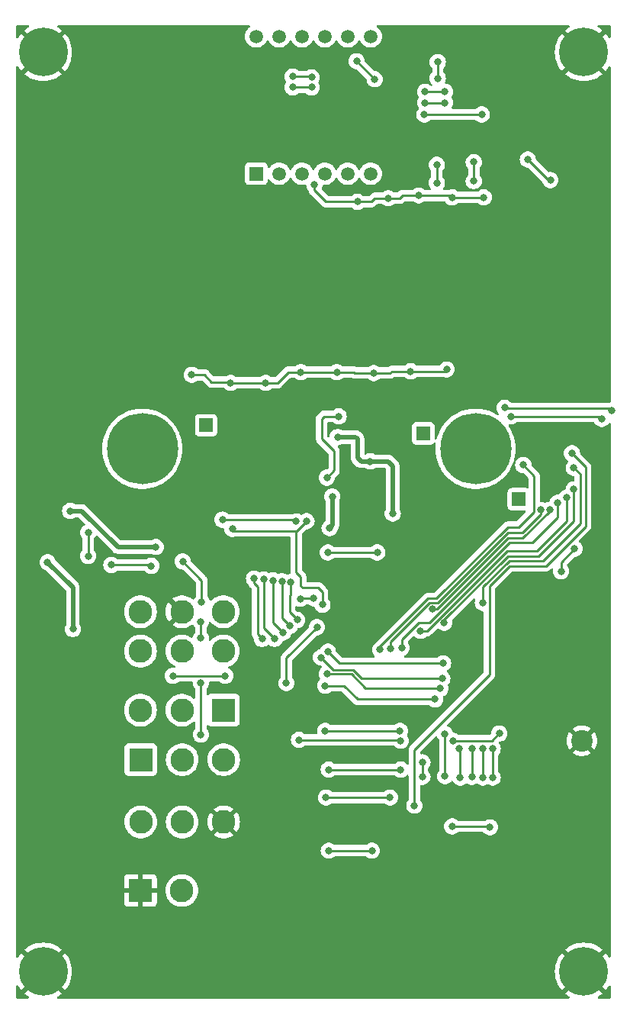
<source format=gbl>
%TF.GenerationSoftware,KiCad,Pcbnew,8.0.0-8.0.0-1~ubuntu22.04.1*%
%TF.CreationDate,2024-04-13T22:18:37-06:00*%
%TF.ProjectId,Multimeter,4d756c74-696d-4657-9465-722e6b696361,rev?*%
%TF.SameCoordinates,Original*%
%TF.FileFunction,Copper,L2,Bot*%
%TF.FilePolarity,Positive*%
%FSLAX46Y46*%
G04 Gerber Fmt 4.6, Leading zero omitted, Abs format (unit mm)*
G04 Created by KiCad (PCBNEW 8.0.0-8.0.0-1~ubuntu22.04.1) date 2024-04-13 22:18:37*
%MOMM*%
%LPD*%
G01*
G04 APERTURE LIST*
%TA.AperFunction,ComponentPad*%
%ADD10C,7.900000*%
%TD*%
%TA.AperFunction,ComponentPad*%
%ADD11C,0.800000*%
%TD*%
%TA.AperFunction,ComponentPad*%
%ADD12C,5.400000*%
%TD*%
%TA.AperFunction,ComponentPad*%
%ADD13R,1.500000X1.500000*%
%TD*%
%TA.AperFunction,ComponentPad*%
%ADD14R,2.628900X2.628900*%
%TD*%
%TA.AperFunction,ComponentPad*%
%ADD15C,2.628900*%
%TD*%
%TA.AperFunction,ComponentPad*%
%ADD16R,2.625000X2.625000*%
%TD*%
%TA.AperFunction,ComponentPad*%
%ADD17C,2.625000*%
%TD*%
%TA.AperFunction,ComponentPad*%
%ADD18C,2.400000*%
%TD*%
%TA.AperFunction,ComponentPad*%
%ADD19C,1.500000*%
%TD*%
%TA.AperFunction,ViaPad*%
%ADD20C,0.800000*%
%TD*%
%TA.AperFunction,Conductor*%
%ADD21C,0.250000*%
%TD*%
%TA.AperFunction,Conductor*%
%ADD22C,0.500000*%
%TD*%
G04 APERTURE END LIST*
D10*
%TO.P,J4,1,Pin_1*%
%TO.N,Net-(J4-Pin_1)*%
X160000000Y-83000000D03*
%TD*%
D11*
%TO.P,H4,1,1*%
%TO.N,GND*%
X169975000Y-141000000D03*
X170568109Y-139568109D03*
X170568109Y-142431891D03*
X172000000Y-138975000D03*
D12*
X172000000Y-141000000D03*
D11*
X172000000Y-143025000D03*
X173431891Y-139568109D03*
X173431891Y-142431891D03*
X174025000Y-141000000D03*
%TD*%
D13*
%TO.P,TP1,1,1*%
%TO.N,Net-(U10-CH0)*%
X154200000Y-81300000D03*
%TD*%
D14*
%TO.P,SW3,1*%
%TO.N,Net-(R39-Pad1)*%
X132000000Y-112000000D03*
D15*
%TO.P,SW3,2*%
%TO.N,Net-(U3D-+)*%
X127402600Y-112000000D03*
%TO.P,SW3,3*%
%TO.N,Net-(R21-Pad2)*%
X122805200Y-112000000D03*
%TO.P,SW3,4*%
%TO.N,unconnected-(SW3-Pad4)*%
X132000000Y-105446800D03*
%TO.P,SW3,5*%
%TO.N,Net-(U3D-+)*%
X127402600Y-105446800D03*
%TO.P,SW3,6*%
%TO.N,Net-(R5-Pad2)*%
X122805200Y-105446800D03*
%TO.P,SW3,7*%
%TO.N,unconnected-(SW3-Pad7)*%
X132000000Y-101078000D03*
%TO.P,SW3,8*%
%TO.N,GND*%
X127402600Y-101078000D03*
%TO.P,SW3,9*%
%TO.N,/Analog Front End/MODE*%
X122805200Y-101078000D03*
%TD*%
D11*
%TO.P,H3,1,1*%
%TO.N,GND*%
X109975000Y-141000000D03*
X110568109Y-139568109D03*
X110568109Y-142431891D03*
X112000000Y-138975000D03*
D12*
X112000000Y-141000000D03*
D11*
X112000000Y-143025000D03*
X113431891Y-139568109D03*
X113431891Y-142431891D03*
X114025000Y-141000000D03*
%TD*%
D13*
%TO.P,TP2,1,1*%
%TO.N,Net-(J4-Pin_1)*%
X164800000Y-88600000D03*
%TD*%
%TO.P,TP3,1,1*%
%TO.N,Net-(SW2A-B)*%
X130100000Y-80400000D03*
%TD*%
D11*
%TO.P,H1,1,1*%
%TO.N,GND*%
X109975000Y-39000000D03*
X110568109Y-37568109D03*
X110568109Y-40431891D03*
X112000000Y-36975000D03*
D12*
X112000000Y-39000000D03*
D11*
X112000000Y-41025000D03*
X113431891Y-37568109D03*
X113431891Y-40431891D03*
X114025000Y-39000000D03*
%TD*%
D16*
%TO.P,SW2,1,A*%
%TO.N,Net-(SW2A-A)*%
X122837500Y-117500000D03*
D17*
%TO.P,SW2,2,B*%
%TO.N,Net-(SW2A-B)*%
X127437500Y-117500000D03*
%TO.P,SW2,3,C*%
%TO.N,Net-(SW2A-C)*%
X132037500Y-117500000D03*
%TO.P,SW2,4,A*%
%TO.N,Net-(SW2B-A)*%
X122837500Y-124410000D03*
%TO.P,SW2,5,B*%
%TO.N,/Analog Front End/RANGE*%
X127437500Y-124410000D03*
%TO.P,SW2,6,C*%
%TO.N,GND*%
X132037500Y-124410000D03*
%TD*%
D16*
%TO.P,SW1,1,A*%
%TO.N,GND*%
X122800000Y-132010000D03*
D17*
%TO.P,SW1,2,B*%
%TO.N,Net-(SW1-B)*%
X127400000Y-132010000D03*
%TD*%
D18*
%TO.P,TP4,1,1*%
%TO.N,GND*%
X171800000Y-115400000D03*
%TD*%
D11*
%TO.P,H2,1,1*%
%TO.N,GND*%
X169975000Y-39000000D03*
X170568109Y-37568109D03*
X170568109Y-40431891D03*
X172000000Y-36975000D03*
D12*
X172000000Y-39000000D03*
D11*
X172000000Y-41025000D03*
X173431891Y-37568109D03*
X173431891Y-40431891D03*
X174025000Y-39000000D03*
%TD*%
D10*
%TO.P,J3,1,Pin_1*%
%TO.N,Net-(J3-Pin_1)*%
X123000000Y-83000000D03*
%TD*%
D13*
%TO.P,U4,1,e*%
%TO.N,Net-(U4-e)*%
X135650000Y-52477500D03*
D19*
%TO.P,U4,2,d*%
%TO.N,Net-(U4-d)*%
X138190000Y-52477500D03*
%TO.P,U4,3,DPX*%
%TO.N,Net-(U4-DPX)*%
X140730000Y-52477500D03*
%TO.P,U4,4,c*%
%TO.N,Net-(U4-c)*%
X143270000Y-52477500D03*
%TO.P,U4,5,g*%
%TO.N,Net-(U4-g)*%
X145810000Y-52477500D03*
%TO.P,U4,6,CC4*%
%TO.N,Net-(Q1-D)*%
X148350000Y-52477500D03*
%TO.P,U4,7,b*%
%TO.N,Net-(U4-b)*%
X148350000Y-37237500D03*
%TO.P,U4,8,CC3*%
%TO.N,Net-(Q2-D)*%
X145810000Y-37237500D03*
%TO.P,U4,9,CC2*%
%TO.N,Net-(Q3-D)*%
X143270000Y-37237500D03*
%TO.P,U4,10,f*%
%TO.N,Net-(U4-f)*%
X140730000Y-37237500D03*
%TO.P,U4,11,a*%
%TO.N,Net-(U4-a)*%
X138190000Y-37237500D03*
%TO.P,U4,12,CC1*%
%TO.N,Net-(Q4-D)*%
X135650000Y-37237500D03*
%TD*%
D20*
%TO.N,+5V*%
X140600000Y-74500000D03*
X144600000Y-74500000D03*
X150300000Y-55200000D03*
X142100000Y-53700000D03*
X160900000Y-55100000D03*
X128500000Y-74800000D03*
X157400000Y-55100000D03*
X136700000Y-75700000D03*
X132800000Y-75700000D03*
X152800000Y-74400000D03*
X156800000Y-74200000D03*
X148700000Y-74600000D03*
X146900000Y-55600000D03*
X153700000Y-54900000D03*
%TO.N,GND*%
X143800000Y-111000000D03*
X141100000Y-84700000D03*
X141000000Y-65400000D03*
X174100000Y-71000000D03*
X153500000Y-136800000D03*
X151700000Y-141200000D03*
X125200000Y-64287500D03*
X148700000Y-98300000D03*
X137500000Y-65300000D03*
X168100000Y-123700000D03*
X117300000Y-64287500D03*
X158800000Y-65400000D03*
X172000000Y-63887500D03*
X133300000Y-89800000D03*
X148200000Y-65300000D03*
X156000000Y-95000000D03*
X168200000Y-98300000D03*
X134800000Y-87200000D03*
X134500000Y-84200000D03*
X152100000Y-89400000D03*
X158400000Y-136800000D03*
X138300000Y-84600000D03*
X167800000Y-64087500D03*
X128100000Y-94400000D03*
X143700000Y-136400000D03*
X168100000Y-136400000D03*
X164000000Y-64087500D03*
X139325000Y-80100000D03*
X144600000Y-65400000D03*
X168100000Y-110900000D03*
X155200000Y-65300000D03*
X160200000Y-141300000D03*
X121200000Y-64287500D03*
X133900000Y-65400000D03*
X153500000Y-84100000D03*
X143600000Y-123700000D03*
X129200000Y-64287500D03*
X151700000Y-65400000D03*
%TO.N,+3.3V*%
X112500000Y-95600000D03*
X115300000Y-103000000D03*
X150800000Y-90200000D03*
X143800000Y-91800000D03*
X124500000Y-93900000D03*
X144700000Y-81700000D03*
X148300000Y-84400000D03*
X115000000Y-89900000D03*
X144100000Y-88300000D03*
%TO.N,/Analog Front End/MODE*%
X143700000Y-118600000D03*
X132200000Y-108200000D03*
X126400000Y-108200000D03*
X151700000Y-118607500D03*
%TO.N,Net-(J4-Pin_1)*%
X142400000Y-102800000D03*
X143000000Y-100300000D03*
X141231174Y-91031174D03*
X139000000Y-109000000D03*
X133000000Y-91900000D03*
%TO.N,Net-(Q2-D)*%
X154400000Y-43400000D03*
X156600000Y-43400000D03*
X148800000Y-42000000D03*
X146800000Y-40000000D03*
%TO.N,Net-(Q4-D)*%
X160700000Y-45900000D03*
X139700000Y-42900000D03*
X168300000Y-53200000D03*
X165800000Y-50900000D03*
X141800000Y-42900000D03*
X154300000Y-45900000D03*
%TO.N,/Display/digit1*%
X169500000Y-96600000D03*
X171000000Y-94100000D03*
%TO.N,Net-(U4-a)*%
X141800000Y-41800000D03*
X159800000Y-51200000D03*
X139700000Y-41700000D03*
X154400000Y-44600000D03*
X159800000Y-53300000D03*
X156600000Y-44600000D03*
%TO.N,Net-(U4-b)*%
X155700000Y-51500000D03*
X155700000Y-53500000D03*
X155800000Y-41900000D03*
X155800000Y-40100000D03*
%TO.N,/Display/low_ohm*%
X157475000Y-115400000D03*
X140400000Y-115300000D03*
X162625000Y-114600000D03*
X151700000Y-115400000D03*
%TO.N,/Display/pico*%
X117000000Y-92300000D03*
X143600000Y-94500000D03*
X149100000Y-94500000D03*
X140550000Y-99635324D03*
X124000000Y-96000000D03*
X117000000Y-94900000D03*
X119575000Y-95900000D03*
X142000000Y-99600000D03*
%TO.N,/Display/nano*%
X174000000Y-79700000D03*
X163900000Y-79400000D03*
%TO.N,/Display/micro*%
X163237347Y-78462653D03*
X175100000Y-78800000D03*
%TO.N,Net-(U3A-+)*%
X143500000Y-86200000D03*
X144800000Y-79400000D03*
%TO.N,/Analog Front End/CS*%
X135400000Y-97400000D03*
X161600000Y-125000000D03*
X143300000Y-114300000D03*
X136300000Y-104100000D03*
X156600000Y-114675000D03*
X156600000Y-119332500D03*
X151600000Y-114300000D03*
X157400000Y-124900000D03*
%TO.N,Net-(U10-CH0)*%
X140087796Y-91070735D03*
X131900000Y-90875000D03*
%TO.N,Net-(SW1-B)*%
X143700000Y-127600000D03*
X148500000Y-127600000D03*
%TO.N,/Analog Front End/SCK*%
X158200000Y-116300000D03*
X155500000Y-110800000D03*
X143300000Y-109300000D03*
X158300000Y-119500000D03*
X136506114Y-97489568D03*
X137700000Y-104100000D03*
%TO.N,/Analog Front End/SDI*%
X138612653Y-103412653D03*
X159600000Y-116300000D03*
X156100000Y-109600000D03*
X137500000Y-97600000D03*
X159600000Y-119400000D03*
X143500000Y-108000000D03*
%TO.N,/Analog Front End/SDO*%
X138500000Y-97700000D03*
X139362653Y-102662653D03*
X156300000Y-108500000D03*
X142840742Y-106150793D03*
X160800000Y-119500000D03*
X160800000Y-116300000D03*
%TO.N,/Analog Front End/MDAT*%
X140200000Y-102000000D03*
X143600000Y-105500000D03*
X161900000Y-119500000D03*
X156400000Y-106800000D03*
X139500000Y-97800000D03*
X161900000Y-116300000D03*
%TO.N,/Analog Front End/RANGE*%
X150500000Y-121700000D03*
X154100000Y-117800000D03*
X154100000Y-119400000D03*
X143400000Y-121700000D03*
%TO.N,Net-(SW2A-B)*%
X127500000Y-95500000D03*
X129600000Y-100000000D03*
X129500000Y-109000000D03*
X129500000Y-102200000D03*
X129500000Y-114725000D03*
X129500000Y-104000000D03*
%TO.N,/Display/A*%
X153200000Y-122600000D03*
X170700000Y-83500000D03*
%TO.N,/Display/B*%
X170900000Y-85100000D03*
X160800000Y-100100000D03*
%TO.N,/Display/C*%
X151800000Y-105100000D03*
X169100000Y-89000000D03*
%TO.N,/Display/D*%
X167225000Y-89800000D03*
X150600000Y-105200000D03*
%TO.N,/Display/E*%
X149400000Y-105300000D03*
X165300000Y-84800000D03*
%TO.N,/Display/F*%
X170100000Y-88400000D03*
X153900000Y-103200000D03*
%TO.N,/Display/G*%
X156512653Y-102312653D03*
X170900000Y-87500000D03*
%TO.N,/Display/DP*%
X168225003Y-89800000D03*
X155200000Y-100800000D03*
%TD*%
D21*
%TO.N,+5V*%
X151900000Y-54900000D02*
X153700000Y-54900000D01*
X128500000Y-74800000D02*
X129900000Y-74800000D01*
X146500000Y-74500000D02*
X146600000Y-74600000D01*
X140600000Y-74500000D02*
X144600000Y-74500000D01*
X156600000Y-74400000D02*
X156800000Y-74200000D01*
X146900000Y-55600000D02*
X148400000Y-55600000D01*
X152800000Y-74400000D02*
X156600000Y-74400000D01*
X142100000Y-53700000D02*
X142100000Y-54300000D01*
X150300000Y-55200000D02*
X151600000Y-55200000D01*
X142100000Y-54300000D02*
X143400000Y-55600000D01*
X132800000Y-75700000D02*
X136700000Y-75700000D01*
X151600000Y-55200000D02*
X151900000Y-54900000D01*
X138000000Y-75700000D02*
X139200000Y-74500000D01*
X136700000Y-75700000D02*
X138000000Y-75700000D01*
X139200000Y-74500000D02*
X140600000Y-74500000D01*
X148700000Y-74600000D02*
X150500000Y-74600000D01*
X150500000Y-74600000D02*
X150700000Y-74400000D01*
X143400000Y-55600000D02*
X146900000Y-55600000D01*
X148800000Y-55200000D02*
X150300000Y-55200000D01*
X153700000Y-54900000D02*
X157200000Y-54900000D01*
X148400000Y-55600000D02*
X148800000Y-55200000D01*
X130700000Y-75600000D02*
X132700000Y-75600000D01*
X146600000Y-74600000D02*
X148700000Y-74600000D01*
X150700000Y-74400000D02*
X152800000Y-74400000D01*
X157200000Y-54900000D02*
X157400000Y-55100000D01*
X129900000Y-74800000D02*
X130700000Y-75600000D01*
X132700000Y-75600000D02*
X132800000Y-75700000D01*
X144600000Y-74500000D02*
X146500000Y-74500000D01*
X157400000Y-55100000D02*
X160900000Y-55100000D01*
D22*
%TO.N,+3.3V*%
X112500000Y-95600000D02*
X115300000Y-98400000D01*
X146700000Y-81700000D02*
X144700000Y-81700000D01*
X148300000Y-84400000D02*
X150300000Y-84400000D01*
X147300000Y-84400000D02*
X146900000Y-84000000D01*
X144100000Y-88300000D02*
X144100000Y-91500000D01*
X115000000Y-89900000D02*
X116300000Y-89900000D01*
X116300000Y-89900000D02*
X120300000Y-93900000D01*
X150800000Y-84900000D02*
X150800000Y-90200000D01*
X120300000Y-93900000D02*
X124500000Y-93900000D01*
X150300000Y-84400000D02*
X150800000Y-84900000D01*
X144100000Y-91500000D02*
X143800000Y-91800000D01*
X146900000Y-81900000D02*
X146700000Y-81700000D01*
X148300000Y-84400000D02*
X147300000Y-84400000D01*
X115300000Y-98400000D02*
X115300000Y-103000000D01*
X146900000Y-84000000D02*
X146900000Y-81900000D01*
D21*
%TO.N,/Analog Front End/MODE*%
X151692500Y-118600000D02*
X151700000Y-118607500D01*
X143700000Y-118600000D02*
X151692500Y-118600000D01*
X126400000Y-108200000D02*
X132200000Y-108200000D01*
%TO.N,Net-(J4-Pin_1)*%
X142500000Y-98400000D02*
X143000000Y-98900000D01*
X142400000Y-102800000D02*
X139000000Y-106200000D01*
X141231174Y-91031174D02*
X140162348Y-92100000D01*
X140800000Y-98400000D02*
X142500000Y-98400000D01*
X140100000Y-96700000D02*
X140600000Y-97200000D01*
X133200000Y-92100000D02*
X140100000Y-92100000D01*
X133000000Y-91900000D02*
X133200000Y-92100000D01*
X140600000Y-98200000D02*
X140800000Y-98400000D01*
X139000000Y-106200000D02*
X139000000Y-109000000D01*
X143000000Y-98900000D02*
X143000000Y-100300000D01*
X140600000Y-97200000D02*
X140600000Y-98200000D01*
X140162348Y-92100000D02*
X140100000Y-92100000D01*
X140100000Y-92100000D02*
X140100000Y-96700000D01*
%TO.N,Net-(Q2-D)*%
X154400000Y-43400000D02*
X156600000Y-43400000D01*
X146800000Y-40000000D02*
X148800000Y-42000000D01*
%TO.N,Net-(Q4-D)*%
X168100000Y-53200000D02*
X168300000Y-53200000D01*
X154300000Y-45900000D02*
X160700000Y-45900000D01*
X139700000Y-42900000D02*
X141800000Y-42900000D01*
X165800000Y-50900000D02*
X168100000Y-53200000D01*
%TO.N,/Display/digit1*%
X169500000Y-95600000D02*
X169500000Y-96600000D01*
X171000000Y-94100000D02*
X169500000Y-95600000D01*
%TO.N,Net-(U4-a)*%
X154400000Y-44600000D02*
X156600000Y-44600000D01*
X141700000Y-41700000D02*
X141800000Y-41800000D01*
X159800000Y-51200000D02*
X159800000Y-53300000D01*
X139700000Y-41700000D02*
X141700000Y-41700000D01*
%TO.N,Net-(U4-b)*%
X155800000Y-41900000D02*
X155800000Y-40100000D01*
X155700000Y-53500000D02*
X155700000Y-51500000D01*
%TO.N,/Display/low_ohm*%
X162600000Y-114600000D02*
X162625000Y-114600000D01*
X151700000Y-115400000D02*
X151600000Y-115300000D01*
X151600000Y-115300000D02*
X140400000Y-115300000D01*
X161800000Y-115400000D02*
X162600000Y-114600000D01*
X157475000Y-115400000D02*
X161800000Y-115400000D01*
%TO.N,/Display/pico*%
X142000000Y-99600000D02*
X140585324Y-99600000D01*
X117000000Y-94900000D02*
X117000000Y-92300000D01*
X149100000Y-94500000D02*
X143600000Y-94500000D01*
X140585324Y-99600000D02*
X140550000Y-99635324D01*
X124000000Y-96000000D02*
X123900000Y-95900000D01*
X123900000Y-95900000D02*
X119575000Y-95900000D01*
%TO.N,/Display/nano*%
X173700000Y-79400000D02*
X174000000Y-79700000D01*
X163900000Y-79400000D02*
X173700000Y-79400000D01*
%TO.N,/Display/micro*%
X163237347Y-78462653D02*
X163274694Y-78500000D01*
X174800000Y-78500000D02*
X175100000Y-78800000D01*
X163274694Y-78500000D02*
X174800000Y-78500000D01*
%TO.N,Net-(U3A-+)*%
X144300000Y-83282500D02*
X142900000Y-81882500D01*
X144300000Y-85400000D02*
X144300000Y-83282500D01*
X142900000Y-81882500D02*
X142900000Y-79682500D01*
X143500000Y-86200000D02*
X144300000Y-85400000D01*
X142900000Y-79682500D02*
X143182500Y-79400000D01*
X143182500Y-79400000D02*
X144800000Y-79400000D01*
%TO.N,/Analog Front End/CS*%
X135400000Y-97400000D02*
X135400000Y-97900000D01*
X135800000Y-98300000D02*
X135800000Y-103600000D01*
X157400000Y-124900000D02*
X161500000Y-124900000D01*
X143300000Y-114300000D02*
X151600000Y-114300000D01*
X161500000Y-124900000D02*
X161600000Y-125000000D01*
X156600000Y-119332500D02*
X156600000Y-114675000D01*
X135800000Y-103600000D02*
X136300000Y-104100000D01*
X135400000Y-97900000D02*
X135800000Y-98300000D01*
%TO.N,Net-(U10-CH0)*%
X140087796Y-91070735D02*
X139917061Y-90900000D01*
X139917061Y-90900000D02*
X131925000Y-90900000D01*
X131925000Y-90900000D02*
X131900000Y-90875000D01*
%TO.N,Net-(SW1-B)*%
X143700000Y-127600000D02*
X148500000Y-127600000D01*
%TO.N,/Analog Front End/SCK*%
X136506114Y-97489568D02*
X136506114Y-102906114D01*
X136506114Y-102906114D02*
X137700000Y-104100000D01*
X155500000Y-110800000D02*
X146900000Y-110800000D01*
X158200000Y-116300000D02*
X158300000Y-116400000D01*
X146900000Y-110800000D02*
X145400000Y-109300000D01*
X158300000Y-116400000D02*
X158300000Y-119500000D01*
X145400000Y-109300000D02*
X143300000Y-109300000D01*
%TO.N,/Analog Front End/SDI*%
X147800000Y-109600000D02*
X146200000Y-108000000D01*
X137500000Y-97600000D02*
X137500000Y-102300000D01*
X159600000Y-116300000D02*
X159600000Y-119400000D01*
X146200000Y-108000000D02*
X143500000Y-108000000D01*
X156100000Y-109600000D02*
X147800000Y-109600000D01*
X137500000Y-102300000D02*
X138612653Y-103412653D01*
%TO.N,/Analog Front End/SDO*%
X138500000Y-97700000D02*
X138500000Y-101800000D01*
X147336396Y-108500000D02*
X146386396Y-107550000D01*
X160800000Y-116300000D02*
X160800000Y-119500000D01*
X144239949Y-107550000D02*
X142840742Y-106150793D01*
X156300000Y-108500000D02*
X147336396Y-108500000D01*
X146386396Y-107550000D02*
X144239949Y-107550000D01*
X138500000Y-101800000D02*
X139362653Y-102662653D01*
%TO.N,/Analog Front End/MDAT*%
X161900000Y-116300000D02*
X161900000Y-119500000D01*
X139350000Y-99299695D02*
X139350000Y-101150000D01*
X139500000Y-99149695D02*
X139350000Y-99299695D01*
X139500000Y-97800000D02*
X139500000Y-99149695D01*
X156400000Y-106800000D02*
X144900000Y-106800000D01*
X139350000Y-101150000D02*
X140200000Y-102000000D01*
X144900000Y-106800000D02*
X143600000Y-105500000D01*
%TO.N,/Analog Front End/RANGE*%
X143400000Y-121700000D02*
X150500000Y-121700000D01*
X154100000Y-119400000D02*
X154100000Y-117800000D01*
%TO.N,Net-(SW2A-B)*%
X129600000Y-97600000D02*
X129600000Y-100000000D01*
X129500000Y-114725000D02*
X129500000Y-109000000D01*
X127500000Y-95500000D02*
X129600000Y-97600000D01*
X129500000Y-104000000D02*
X129500000Y-102200000D01*
%TO.N,/Display/A*%
X161525000Y-98275000D02*
X161525000Y-108075000D01*
X153200000Y-116400000D02*
X153200000Y-122600000D01*
X172200000Y-91600000D02*
X167800000Y-96000000D01*
X163800000Y-96000000D02*
X161525000Y-98275000D01*
X161525000Y-108075000D02*
X153200000Y-116400000D01*
X172200000Y-85000000D02*
X172200000Y-91600000D01*
X170700000Y-83500000D02*
X172200000Y-85000000D01*
X167800000Y-96000000D02*
X163800000Y-96000000D01*
%TO.N,/Display/B*%
X167500000Y-95400000D02*
X163736396Y-95400000D01*
X171625000Y-91275000D02*
X167500000Y-95400000D01*
X171625000Y-85825000D02*
X171625000Y-91275000D01*
X160800000Y-98336396D02*
X160800000Y-100100000D01*
X170900000Y-85100000D02*
X171625000Y-85825000D01*
X163736396Y-95400000D02*
X160800000Y-98336396D01*
%TO.N,/Display/C*%
X151800000Y-104200000D02*
X151800000Y-105100000D01*
X169100000Y-90600000D02*
X166300000Y-93400000D01*
X166300000Y-93400000D02*
X163763604Y-93400000D01*
X169100000Y-89000000D02*
X169100000Y-90600000D01*
X154863604Y-102300000D02*
X153700000Y-102300000D01*
X153700000Y-102300000D02*
X151800000Y-104200000D01*
X163763604Y-93400000D02*
X154863604Y-102300000D01*
%TO.N,/Display/D*%
X165200000Y-92300000D02*
X163590812Y-92300000D01*
X150600000Y-104374695D02*
X150600000Y-105200000D01*
X167225000Y-89800000D02*
X167225000Y-90275000D01*
X167225000Y-90275000D02*
X165200000Y-92300000D01*
X163590812Y-92300000D02*
X155815812Y-100075000D01*
X155815812Y-100075000D02*
X154899695Y-100075000D01*
X154899695Y-100075000D02*
X150600000Y-104374695D01*
%TO.N,/Display/E*%
X166500000Y-90000000D02*
X164800000Y-91700000D01*
X154713299Y-99625000D02*
X149400000Y-104938299D01*
X163554416Y-91700000D02*
X155629416Y-99625000D01*
X149400000Y-104938299D02*
X149400000Y-105300000D01*
X166500000Y-86000000D02*
X166500000Y-90000000D01*
X165300000Y-84800000D02*
X166500000Y-86000000D01*
X164800000Y-91700000D02*
X163554416Y-91700000D01*
X155629416Y-99625000D02*
X154713299Y-99625000D01*
%TO.N,/Display/F*%
X163500000Y-94300000D02*
X166800000Y-94300000D01*
X154600000Y-103200000D02*
X163500000Y-94300000D01*
X153900000Y-103200000D02*
X154600000Y-103200000D01*
X166800000Y-94300000D02*
X170100000Y-91000000D01*
X170100000Y-91000000D02*
X170100000Y-88400000D01*
%TO.N,/Display/G*%
X156512653Y-102312653D02*
X156512653Y-101987347D01*
X167000000Y-94900000D02*
X170900000Y-91000000D01*
X156512653Y-101987347D02*
X163600000Y-94900000D01*
X170900000Y-91000000D02*
X170900000Y-87500000D01*
X163600000Y-94900000D02*
X167000000Y-94900000D01*
%TO.N,/Display/DP*%
X163627208Y-92900000D02*
X155727208Y-100800000D01*
X168225003Y-89911393D02*
X165236396Y-92900000D01*
X165236396Y-92900000D02*
X163627208Y-92900000D01*
X168225003Y-89800000D02*
X168225003Y-89911393D01*
X155727208Y-100800000D02*
X155200000Y-100800000D01*
%TD*%
%TA.AperFunction,Conductor*%
%TO.N,GND*%
G36*
X110970278Y-141879466D02*
G01*
X111120534Y-142029722D01*
X111238281Y-142115270D01*
X110780050Y-142573501D01*
X110818109Y-142481619D01*
X110818109Y-142382163D01*
X110780049Y-142290277D01*
X110709723Y-142219951D01*
X110617837Y-142181891D01*
X110518381Y-142181891D01*
X110426495Y-142219951D01*
X110356169Y-142290277D01*
X110318109Y-142382163D01*
X110318109Y-142481619D01*
X110356169Y-142573505D01*
X110426495Y-142643831D01*
X110518381Y-142681891D01*
X110617837Y-142681891D01*
X110709719Y-142643832D01*
X109920397Y-143433154D01*
X110001693Y-143505806D01*
X110294805Y-143713781D01*
X110294810Y-143713784D01*
X110391951Y-143767472D01*
X110441104Y-143817129D01*
X110455607Y-143885477D01*
X110430857Y-143950816D01*
X110374711Y-143992401D01*
X110331970Y-144000000D01*
X109124000Y-144000000D01*
X109056961Y-143980315D01*
X109011206Y-143927511D01*
X109000000Y-143876000D01*
X109000000Y-142668030D01*
X109019685Y-142600991D01*
X109072489Y-142555236D01*
X109141647Y-142545292D01*
X109205203Y-142574317D01*
X109232528Y-142608049D01*
X109286215Y-142705189D01*
X109286218Y-142705194D01*
X109494193Y-142998306D01*
X109566844Y-143079601D01*
X110884728Y-141761717D01*
X110970278Y-141879466D01*
G37*
%TD.AperFunction*%
%TA.AperFunction,Conductor*%
G36*
X134910913Y-36019685D02*
G01*
X134956668Y-36072489D01*
X134966612Y-36141647D01*
X134937587Y-36205203D01*
X134914997Y-36225575D01*
X134843121Y-36275902D01*
X134688402Y-36430621D01*
X134562900Y-36609857D01*
X134562898Y-36609861D01*
X134470426Y-36808168D01*
X134470422Y-36808177D01*
X134413793Y-37019520D01*
X134413793Y-37019524D01*
X134395817Y-37225000D01*
X134394723Y-37237500D01*
X134412535Y-37441103D01*
X134413793Y-37455475D01*
X134413793Y-37455479D01*
X134470422Y-37666822D01*
X134470424Y-37666826D01*
X134470425Y-37666830D01*
X134492382Y-37713916D01*
X134562897Y-37865138D01*
X134562898Y-37865139D01*
X134688402Y-38044377D01*
X134843123Y-38199098D01*
X135022361Y-38324602D01*
X135220670Y-38417075D01*
X135432023Y-38473707D01*
X135614926Y-38489708D01*
X135649998Y-38492777D01*
X135650000Y-38492777D01*
X135650002Y-38492777D01*
X135678254Y-38490305D01*
X135867977Y-38473707D01*
X136079330Y-38417075D01*
X136277639Y-38324602D01*
X136456877Y-38199098D01*
X136611598Y-38044377D01*
X136737102Y-37865139D01*
X136807618Y-37713914D01*
X136853790Y-37661477D01*
X136920984Y-37642325D01*
X136987865Y-37662541D01*
X137032381Y-37713914D01*
X137102898Y-37865139D01*
X137228402Y-38044377D01*
X137383123Y-38199098D01*
X137562361Y-38324602D01*
X137760670Y-38417075D01*
X137972023Y-38473707D01*
X138154926Y-38489708D01*
X138189998Y-38492777D01*
X138190000Y-38492777D01*
X138190002Y-38492777D01*
X138218254Y-38490305D01*
X138407977Y-38473707D01*
X138619330Y-38417075D01*
X138817639Y-38324602D01*
X138996877Y-38199098D01*
X139151598Y-38044377D01*
X139277102Y-37865139D01*
X139347618Y-37713914D01*
X139393790Y-37661477D01*
X139460984Y-37642325D01*
X139527865Y-37662541D01*
X139572381Y-37713914D01*
X139642898Y-37865139D01*
X139768402Y-38044377D01*
X139923123Y-38199098D01*
X140102361Y-38324602D01*
X140300670Y-38417075D01*
X140512023Y-38473707D01*
X140694926Y-38489708D01*
X140729998Y-38492777D01*
X140730000Y-38492777D01*
X140730002Y-38492777D01*
X140758254Y-38490305D01*
X140947977Y-38473707D01*
X141159330Y-38417075D01*
X141357639Y-38324602D01*
X141536877Y-38199098D01*
X141691598Y-38044377D01*
X141817102Y-37865139D01*
X141887618Y-37713914D01*
X141933790Y-37661477D01*
X142000984Y-37642325D01*
X142067865Y-37662541D01*
X142112381Y-37713914D01*
X142182898Y-37865139D01*
X142308402Y-38044377D01*
X142463123Y-38199098D01*
X142642361Y-38324602D01*
X142840670Y-38417075D01*
X143052023Y-38473707D01*
X143234926Y-38489708D01*
X143269998Y-38492777D01*
X143270000Y-38492777D01*
X143270002Y-38492777D01*
X143298254Y-38490305D01*
X143487977Y-38473707D01*
X143699330Y-38417075D01*
X143897639Y-38324602D01*
X144076877Y-38199098D01*
X144231598Y-38044377D01*
X144357102Y-37865139D01*
X144427618Y-37713914D01*
X144473790Y-37661477D01*
X144540984Y-37642325D01*
X144607865Y-37662541D01*
X144652381Y-37713914D01*
X144722898Y-37865139D01*
X144848402Y-38044377D01*
X145003123Y-38199098D01*
X145182361Y-38324602D01*
X145380670Y-38417075D01*
X145592023Y-38473707D01*
X145774926Y-38489708D01*
X145809998Y-38492777D01*
X145810000Y-38492777D01*
X145810002Y-38492777D01*
X145838254Y-38490305D01*
X146027977Y-38473707D01*
X146239330Y-38417075D01*
X146437639Y-38324602D01*
X146616877Y-38199098D01*
X146771598Y-38044377D01*
X146897102Y-37865139D01*
X146967618Y-37713914D01*
X147013790Y-37661477D01*
X147080984Y-37642325D01*
X147147865Y-37662541D01*
X147192381Y-37713914D01*
X147262898Y-37865139D01*
X147388402Y-38044377D01*
X147543123Y-38199098D01*
X147722361Y-38324602D01*
X147920670Y-38417075D01*
X148132023Y-38473707D01*
X148314926Y-38489708D01*
X148349998Y-38492777D01*
X148350000Y-38492777D01*
X148350002Y-38492777D01*
X148378254Y-38490305D01*
X148567977Y-38473707D01*
X148779330Y-38417075D01*
X148977639Y-38324602D01*
X149156877Y-38199098D01*
X149311598Y-38044377D01*
X149437102Y-37865139D01*
X149529575Y-37666830D01*
X149586207Y-37455477D01*
X149605277Y-37237500D01*
X149604183Y-37225000D01*
X149594701Y-37116614D01*
X149586207Y-37019523D01*
X149529575Y-36808170D01*
X149437102Y-36609862D01*
X149437100Y-36609859D01*
X149437099Y-36609857D01*
X149311599Y-36430624D01*
X149311596Y-36430621D01*
X149156877Y-36275902D01*
X149084998Y-36225572D01*
X149041377Y-36170998D01*
X149034184Y-36101499D01*
X149065706Y-36039145D01*
X149125936Y-36003731D01*
X149156125Y-36000000D01*
X170331970Y-36000000D01*
X170399009Y-36019685D01*
X170444764Y-36072489D01*
X170454708Y-36141647D01*
X170425683Y-36205203D01*
X170391951Y-36232528D01*
X170294810Y-36286215D01*
X170294805Y-36286218D01*
X170001693Y-36494193D01*
X169920397Y-36566844D01*
X170709721Y-37356168D01*
X170617837Y-37318109D01*
X170518381Y-37318109D01*
X170426495Y-37356169D01*
X170356169Y-37426495D01*
X170318109Y-37518381D01*
X170318109Y-37617837D01*
X170356168Y-37709721D01*
X169566844Y-36920397D01*
X169494193Y-37001693D01*
X169286218Y-37294805D01*
X169286215Y-37294810D01*
X169112355Y-37609386D01*
X169112353Y-37609390D01*
X168974812Y-37941447D01*
X168875316Y-38286805D01*
X168875314Y-38286814D01*
X168815112Y-38641141D01*
X168815110Y-38641153D01*
X168794958Y-39000000D01*
X168815110Y-39358846D01*
X168815112Y-39358858D01*
X168875314Y-39713185D01*
X168875316Y-39713194D01*
X168974812Y-40058552D01*
X169112353Y-40390609D01*
X169112355Y-40390613D01*
X169286215Y-40705189D01*
X169286218Y-40705194D01*
X169494193Y-40998306D01*
X169566844Y-41079601D01*
X170884728Y-39761717D01*
X170970278Y-39879466D01*
X171120534Y-40029722D01*
X171238281Y-40115270D01*
X170780050Y-40573501D01*
X170818109Y-40481619D01*
X170818109Y-40382163D01*
X170780049Y-40290277D01*
X170709723Y-40219951D01*
X170617837Y-40181891D01*
X170518381Y-40181891D01*
X170426495Y-40219951D01*
X170356169Y-40290277D01*
X170318109Y-40382163D01*
X170318109Y-40481619D01*
X170356169Y-40573505D01*
X170426495Y-40643831D01*
X170518381Y-40681891D01*
X170617837Y-40681891D01*
X170709719Y-40643832D01*
X169920397Y-41433154D01*
X170001693Y-41505806D01*
X170294805Y-41713781D01*
X170294810Y-41713784D01*
X170609386Y-41887644D01*
X170609390Y-41887646D01*
X170941447Y-42025187D01*
X171286805Y-42124683D01*
X171286814Y-42124685D01*
X171641141Y-42184887D01*
X171641153Y-42184889D01*
X172000000Y-42205041D01*
X172358846Y-42184889D01*
X172358858Y-42184887D01*
X172713185Y-42124685D01*
X172713194Y-42124683D01*
X173058552Y-42025187D01*
X173390609Y-41887646D01*
X173390613Y-41887644D01*
X173705189Y-41713784D01*
X173705194Y-41713781D01*
X173998299Y-41505811D01*
X173998322Y-41505793D01*
X174079602Y-41433155D01*
X174079602Y-41433154D01*
X173290279Y-40643832D01*
X173382163Y-40681891D01*
X173481619Y-40681891D01*
X173573505Y-40643831D01*
X173643831Y-40573505D01*
X173681891Y-40481619D01*
X173681891Y-40382163D01*
X173643832Y-40290280D01*
X174433154Y-41079602D01*
X174433155Y-41079602D01*
X174505793Y-40998322D01*
X174505811Y-40998299D01*
X174713781Y-40705194D01*
X174713784Y-40705189D01*
X174767472Y-40608049D01*
X174817129Y-40558896D01*
X174885477Y-40544393D01*
X174950816Y-40569143D01*
X174992401Y-40625289D01*
X175000000Y-40668030D01*
X175000000Y-77751317D01*
X174980315Y-77818356D01*
X174927511Y-77864111D01*
X174867699Y-77874080D01*
X174867699Y-77874500D01*
X174865180Y-77874500D01*
X174863854Y-77874721D01*
X174861609Y-77874500D01*
X174861607Y-77874500D01*
X174861606Y-77874500D01*
X163974722Y-77874500D01*
X163907683Y-77854815D01*
X163882572Y-77833472D01*
X163843218Y-77789765D01*
X163790299Y-77751317D01*
X163690081Y-77678504D01*
X163690076Y-77678501D01*
X163517154Y-77601510D01*
X163517149Y-77601508D01*
X163371348Y-77570518D01*
X163331993Y-77562153D01*
X163142701Y-77562153D01*
X163110244Y-77569051D01*
X162957544Y-77601508D01*
X162957539Y-77601510D01*
X162784617Y-77678501D01*
X162784612Y-77678504D01*
X162631476Y-77789764D01*
X162504813Y-77930438D01*
X162410168Y-78094368D01*
X162410165Y-78094375D01*
X162351674Y-78274393D01*
X162351673Y-78274397D01*
X162331887Y-78462653D01*
X162351673Y-78650909D01*
X162351674Y-78650912D01*
X162410165Y-78830930D01*
X162410168Y-78830937D01*
X162504814Y-78994869D01*
X162537997Y-79031722D01*
X162579533Y-79077853D01*
X162609763Y-79140845D01*
X162601138Y-79210180D01*
X162556396Y-79263845D01*
X162489744Y-79284803D01*
X162422342Y-79266398D01*
X162420344Y-79265140D01*
X162227781Y-79141387D01*
X162227774Y-79141383D01*
X162015047Y-79031715D01*
X161850901Y-78947092D01*
X161850899Y-78947091D01*
X161850891Y-78947087D01*
X161457268Y-78789504D01*
X161457256Y-78789500D01*
X161050440Y-78670049D01*
X161050423Y-78670045D01*
X160634105Y-78589806D01*
X160634093Y-78589804D01*
X160507463Y-78577712D01*
X160212003Y-78549500D01*
X159787997Y-78549500D01*
X159519396Y-78575148D01*
X159365906Y-78589804D01*
X159365894Y-78589806D01*
X158949576Y-78670045D01*
X158949559Y-78670049D01*
X158542743Y-78789500D01*
X158542731Y-78789504D01*
X158149106Y-78947088D01*
X158149102Y-78947090D01*
X157772230Y-79141381D01*
X157415534Y-79370614D01*
X157082246Y-79632714D01*
X157082227Y-79632731D01*
X156775366Y-79925323D01*
X156497704Y-80245762D01*
X156497693Y-80245775D01*
X156251764Y-80591134D01*
X156251758Y-80591142D01*
X156039754Y-80958345D01*
X155863617Y-81344030D01*
X155863607Y-81344055D01*
X155724937Y-81744714D01*
X155724929Y-81744740D01*
X155695003Y-81868097D01*
X155660068Y-81928606D01*
X155597965Y-81960621D01*
X155528412Y-81953979D01*
X155473491Y-81910788D01*
X155450639Y-81844761D01*
X155450499Y-81838897D01*
X155450499Y-80502128D01*
X155444091Y-80442517D01*
X155395280Y-80311649D01*
X155393797Y-80307671D01*
X155393793Y-80307664D01*
X155307547Y-80192455D01*
X155307544Y-80192452D01*
X155192335Y-80106206D01*
X155192328Y-80106202D01*
X155057482Y-80055908D01*
X155057483Y-80055908D01*
X154997883Y-80049501D01*
X154997881Y-80049500D01*
X154997873Y-80049500D01*
X154997864Y-80049500D01*
X153402129Y-80049500D01*
X153402123Y-80049501D01*
X153342516Y-80055908D01*
X153207671Y-80106202D01*
X153207664Y-80106206D01*
X153092455Y-80192452D01*
X153092452Y-80192455D01*
X153006206Y-80307664D01*
X153006202Y-80307671D01*
X152955908Y-80442517D01*
X152950396Y-80493792D01*
X152949501Y-80502123D01*
X152949500Y-80502135D01*
X152949500Y-82097870D01*
X152949501Y-82097873D01*
X152955908Y-82157483D01*
X153006202Y-82292328D01*
X153006206Y-82292335D01*
X153092452Y-82407544D01*
X153092455Y-82407547D01*
X153207664Y-82493793D01*
X153207671Y-82493797D01*
X153342517Y-82544091D01*
X153342516Y-82544091D01*
X153349444Y-82544835D01*
X153402127Y-82550500D01*
X154997872Y-82550499D01*
X155057483Y-82544091D01*
X155192331Y-82493796D01*
X155307546Y-82407546D01*
X155364660Y-82331250D01*
X155420593Y-82289381D01*
X155490285Y-82284397D01*
X155551608Y-82317882D01*
X155585092Y-82379206D01*
X155586664Y-82423210D01*
X155564628Y-82576468D01*
X155544453Y-83000000D01*
X155564628Y-83423531D01*
X155624971Y-83843219D01*
X155724934Y-84255274D01*
X155724937Y-84255285D01*
X155863607Y-84655944D01*
X155863617Y-84655969D01*
X155885422Y-84703716D01*
X155992596Y-84938394D01*
X156039754Y-85041654D01*
X156251758Y-85408857D01*
X156251764Y-85408865D01*
X156497693Y-85754224D01*
X156497704Y-85754237D01*
X156728149Y-86020185D01*
X156775369Y-86074679D01*
X157082237Y-86367278D01*
X157082246Y-86367285D01*
X157415534Y-86629385D01*
X157550074Y-86715848D01*
X157772227Y-86858617D01*
X158149099Y-87052908D01*
X158149104Y-87052910D01*
X158149106Y-87052911D01*
X158345072Y-87131364D01*
X158542733Y-87210496D01*
X158949565Y-87329952D01*
X159084243Y-87355909D01*
X159345197Y-87406204D01*
X159365910Y-87410196D01*
X159787997Y-87450500D01*
X159788004Y-87450500D01*
X160211996Y-87450500D01*
X160212003Y-87450500D01*
X160634090Y-87410196D01*
X161050435Y-87329952D01*
X161457267Y-87210496D01*
X161850901Y-87052908D01*
X162227774Y-86858617D01*
X162435372Y-86725200D01*
X162584456Y-86629391D01*
X162584459Y-86629389D01*
X162584461Y-86629387D01*
X162584471Y-86629381D01*
X162917763Y-86367278D01*
X163224631Y-86074679D01*
X163502297Y-85754236D01*
X163538273Y-85703716D01*
X163748235Y-85408865D01*
X163748241Y-85408857D01*
X163748242Y-85408854D01*
X163748245Y-85408851D01*
X163960248Y-85041650D01*
X164136387Y-84655960D01*
X164182674Y-84522223D01*
X164223202Y-84465309D01*
X164278573Y-84443141D01*
X164251349Y-84404910D01*
X164248024Y-84335120D01*
X164251343Y-84323814D01*
X164275066Y-84255273D01*
X164375029Y-83843218D01*
X164435372Y-83423527D01*
X164455547Y-83000000D01*
X164435372Y-82576473D01*
X164375029Y-82156782D01*
X164275066Y-81744727D01*
X164267497Y-81722859D01*
X164136392Y-81344055D01*
X164136387Y-81344040D01*
X163960248Y-80958350D01*
X163748245Y-80591149D01*
X163748234Y-80591134D01*
X163684853Y-80502128D01*
X163678916Y-80493791D01*
X163656064Y-80427765D01*
X163672537Y-80359865D01*
X163723103Y-80311649D01*
X163791710Y-80298425D01*
X163804938Y-80300456D01*
X163805353Y-80300499D01*
X163805354Y-80300500D01*
X163805355Y-80300500D01*
X163994644Y-80300500D01*
X163994646Y-80300500D01*
X164179803Y-80261144D01*
X164352730Y-80184151D01*
X164505871Y-80072888D01*
X164508788Y-80069647D01*
X164511600Y-80066526D01*
X164571087Y-80029879D01*
X164603748Y-80025500D01*
X173076528Y-80025500D01*
X173143567Y-80045185D01*
X173183915Y-80087500D01*
X173267465Y-80232214D01*
X173394129Y-80372888D01*
X173547265Y-80484148D01*
X173547270Y-80484151D01*
X173720192Y-80561142D01*
X173720197Y-80561144D01*
X173905354Y-80600500D01*
X173905355Y-80600500D01*
X174094644Y-80600500D01*
X174094646Y-80600500D01*
X174279803Y-80561144D01*
X174452730Y-80484151D01*
X174605871Y-80372888D01*
X174732533Y-80232216D01*
X174768613Y-80169722D01*
X174819179Y-80121508D01*
X174887786Y-80108284D01*
X174952651Y-80134252D01*
X174993180Y-80191166D01*
X175000000Y-80231723D01*
X175000000Y-139331969D01*
X174980315Y-139399008D01*
X174927511Y-139444763D01*
X174858353Y-139454707D01*
X174794797Y-139425682D01*
X174767473Y-139391951D01*
X174713788Y-139294816D01*
X174713781Y-139294805D01*
X174505806Y-139001693D01*
X174433154Y-138920397D01*
X173643832Y-139709718D01*
X173681891Y-139617837D01*
X173681891Y-139518381D01*
X173643831Y-139426495D01*
X173573505Y-139356169D01*
X173481619Y-139318109D01*
X173382163Y-139318109D01*
X173290277Y-139356169D01*
X173219951Y-139426495D01*
X173181891Y-139518381D01*
X173181891Y-139617837D01*
X173219951Y-139709723D01*
X173290277Y-139780049D01*
X173382163Y-139818109D01*
X173481619Y-139818109D01*
X173573500Y-139780050D01*
X173115270Y-140238281D01*
X173029722Y-140120534D01*
X172879466Y-139970278D01*
X172761717Y-139884729D01*
X174079601Y-138566844D01*
X174079602Y-138566844D01*
X173998306Y-138494193D01*
X173705194Y-138286218D01*
X173705189Y-138286215D01*
X173390613Y-138112355D01*
X173390609Y-138112353D01*
X173058552Y-137974812D01*
X172713194Y-137875316D01*
X172713185Y-137875314D01*
X172358858Y-137815112D01*
X172358846Y-137815110D01*
X172000000Y-137794958D01*
X171641153Y-137815110D01*
X171641141Y-137815112D01*
X171286814Y-137875314D01*
X171286805Y-137875316D01*
X170941447Y-137974812D01*
X170609390Y-138112353D01*
X170609386Y-138112355D01*
X170294810Y-138286215D01*
X170294805Y-138286218D01*
X170001693Y-138494193D01*
X169920397Y-138566844D01*
X170709721Y-139356168D01*
X170617837Y-139318109D01*
X170518381Y-139318109D01*
X170426495Y-139356169D01*
X170356169Y-139426495D01*
X170318109Y-139518381D01*
X170318109Y-139617837D01*
X170356168Y-139709721D01*
X169566844Y-138920397D01*
X169494193Y-139001693D01*
X169286218Y-139294805D01*
X169286215Y-139294810D01*
X169112355Y-139609386D01*
X169112353Y-139609390D01*
X168974812Y-139941447D01*
X168875316Y-140286805D01*
X168875314Y-140286814D01*
X168815112Y-140641141D01*
X168815110Y-140641153D01*
X168794958Y-141000000D01*
X168815110Y-141358846D01*
X168815112Y-141358858D01*
X168875314Y-141713185D01*
X168875316Y-141713194D01*
X168974812Y-142058552D01*
X169112353Y-142390609D01*
X169112355Y-142390613D01*
X169286215Y-142705189D01*
X169286218Y-142705194D01*
X169494193Y-142998306D01*
X169566844Y-143079601D01*
X170884728Y-141761717D01*
X170970278Y-141879466D01*
X171120534Y-142029722D01*
X171238281Y-142115270D01*
X170780050Y-142573501D01*
X170818109Y-142481619D01*
X170818109Y-142382163D01*
X170780049Y-142290277D01*
X170709723Y-142219951D01*
X170617837Y-142181891D01*
X170518381Y-142181891D01*
X170426495Y-142219951D01*
X170356169Y-142290277D01*
X170318109Y-142382163D01*
X170318109Y-142481619D01*
X170356169Y-142573505D01*
X170426495Y-142643831D01*
X170518381Y-142681891D01*
X170617837Y-142681891D01*
X170709719Y-142643832D01*
X169920397Y-143433154D01*
X170001693Y-143505806D01*
X170294805Y-143713781D01*
X170294810Y-143713784D01*
X170391951Y-143767472D01*
X170441104Y-143817129D01*
X170455607Y-143885477D01*
X170430857Y-143950816D01*
X170374711Y-143992401D01*
X170331970Y-144000000D01*
X113668030Y-144000000D01*
X113600991Y-143980315D01*
X113555236Y-143927511D01*
X113545292Y-143858353D01*
X113574317Y-143794797D01*
X113608049Y-143767472D01*
X113705189Y-143713784D01*
X113705194Y-143713781D01*
X113998299Y-143505811D01*
X113998322Y-143505793D01*
X114079602Y-143433155D01*
X114079602Y-143433154D01*
X113290279Y-142643832D01*
X113382163Y-142681891D01*
X113481619Y-142681891D01*
X113573505Y-142643831D01*
X113643831Y-142573505D01*
X113681891Y-142481619D01*
X113681891Y-142382163D01*
X113643832Y-142290279D01*
X114433154Y-143079602D01*
X114433155Y-143079602D01*
X114505793Y-142998322D01*
X114505811Y-142998299D01*
X114713781Y-142705194D01*
X114713784Y-142705189D01*
X114887644Y-142390613D01*
X114887646Y-142390609D01*
X115025187Y-142058552D01*
X115124683Y-141713194D01*
X115124685Y-141713185D01*
X115184887Y-141358858D01*
X115184889Y-141358846D01*
X115205041Y-141000000D01*
X115184889Y-140641153D01*
X115184887Y-140641141D01*
X115124685Y-140286814D01*
X115124683Y-140286805D01*
X115025187Y-139941447D01*
X114887646Y-139609390D01*
X114887644Y-139609386D01*
X114713784Y-139294810D01*
X114713781Y-139294805D01*
X114505806Y-139001693D01*
X114433154Y-138920397D01*
X113643832Y-139709718D01*
X113681891Y-139617837D01*
X113681891Y-139518381D01*
X113643831Y-139426495D01*
X113573505Y-139356169D01*
X113481619Y-139318109D01*
X113382163Y-139318109D01*
X113290277Y-139356169D01*
X113219951Y-139426495D01*
X113181891Y-139518381D01*
X113181891Y-139617837D01*
X113219951Y-139709723D01*
X113290277Y-139780049D01*
X113382163Y-139818109D01*
X113481619Y-139818109D01*
X113573500Y-139780050D01*
X113115270Y-140238281D01*
X113029722Y-140120534D01*
X112879466Y-139970278D01*
X112761717Y-139884729D01*
X114079601Y-138566844D01*
X114079602Y-138566844D01*
X113998306Y-138494193D01*
X113705194Y-138286218D01*
X113705189Y-138286215D01*
X113390613Y-138112355D01*
X113390609Y-138112353D01*
X113058552Y-137974812D01*
X112713194Y-137875316D01*
X112713185Y-137875314D01*
X112358858Y-137815112D01*
X112358846Y-137815110D01*
X112000000Y-137794958D01*
X111641153Y-137815110D01*
X111641141Y-137815112D01*
X111286814Y-137875314D01*
X111286805Y-137875316D01*
X110941447Y-137974812D01*
X110609390Y-138112353D01*
X110609386Y-138112355D01*
X110294810Y-138286215D01*
X110294805Y-138286218D01*
X110001693Y-138494193D01*
X109920397Y-138566844D01*
X110709721Y-139356168D01*
X110617837Y-139318109D01*
X110518381Y-139318109D01*
X110426495Y-139356169D01*
X110356169Y-139426495D01*
X110318109Y-139518381D01*
X110318109Y-139617837D01*
X110356168Y-139709721D01*
X109566844Y-138920397D01*
X109494193Y-139001693D01*
X109286218Y-139294805D01*
X109286211Y-139294816D01*
X109232527Y-139391951D01*
X109182871Y-139441103D01*
X109114523Y-139455606D01*
X109049184Y-139430856D01*
X109007599Y-139374709D01*
X109000000Y-139331969D01*
X109000000Y-133370344D01*
X120987500Y-133370344D01*
X120993901Y-133429872D01*
X120993903Y-133429879D01*
X121044145Y-133564586D01*
X121044149Y-133564593D01*
X121130309Y-133679687D01*
X121130312Y-133679690D01*
X121245406Y-133765850D01*
X121245413Y-133765854D01*
X121380120Y-133816096D01*
X121380127Y-133816098D01*
X121439655Y-133822499D01*
X121439672Y-133822500D01*
X122550000Y-133822500D01*
X122550000Y-132852413D01*
X122713820Y-132885000D01*
X122886180Y-132885000D01*
X123050000Y-132852413D01*
X123050000Y-133822500D01*
X124160328Y-133822500D01*
X124160344Y-133822499D01*
X124219872Y-133816098D01*
X124219879Y-133816096D01*
X124354586Y-133765854D01*
X124354593Y-133765850D01*
X124469687Y-133679690D01*
X124469690Y-133679687D01*
X124555850Y-133564593D01*
X124555854Y-133564586D01*
X124606096Y-133429879D01*
X124606098Y-133429872D01*
X124612499Y-133370344D01*
X124612500Y-133370327D01*
X124612500Y-132260000D01*
X123642414Y-132260000D01*
X123675000Y-132096180D01*
X123675000Y-132010004D01*
X125581916Y-132010004D01*
X125602221Y-132280969D01*
X125634974Y-132424468D01*
X125662688Y-132545890D01*
X125662690Y-132545895D01*
X125761960Y-132798831D01*
X125761963Y-132798839D01*
X125792295Y-132851374D01*
X125897829Y-133034163D01*
X126034670Y-133205757D01*
X126067253Y-133246615D01*
X126255290Y-133421087D01*
X126266443Y-133431435D01*
X126490958Y-133584507D01*
X126735779Y-133702407D01*
X126995438Y-133782501D01*
X126995439Y-133782501D01*
X126995442Y-133782502D01*
X127264126Y-133822999D01*
X127264131Y-133822999D01*
X127264134Y-133823000D01*
X127264135Y-133823000D01*
X127535865Y-133823000D01*
X127535866Y-133823000D01*
X127535873Y-133822999D01*
X127804557Y-133782502D01*
X127804558Y-133782501D01*
X127804562Y-133782501D01*
X128064221Y-133702407D01*
X128309042Y-133584507D01*
X128533557Y-133431435D01*
X128732750Y-133246611D01*
X128902171Y-133034163D01*
X129038037Y-132798837D01*
X129137312Y-132545890D01*
X129197778Y-132280971D01*
X129218084Y-132010000D01*
X129197778Y-131739029D01*
X129137312Y-131474110D01*
X129038037Y-131221163D01*
X129038036Y-131221160D01*
X128980612Y-131121700D01*
X128902171Y-130985837D01*
X128732750Y-130773389D01*
X128732749Y-130773388D01*
X128732746Y-130773384D01*
X128533557Y-130588565D01*
X128338259Y-130455413D01*
X128309042Y-130435493D01*
X128309039Y-130435492D01*
X128309037Y-130435490D01*
X128064221Y-130317593D01*
X127804563Y-130237499D01*
X127804557Y-130237497D01*
X127535873Y-130197000D01*
X127535866Y-130197000D01*
X127264134Y-130197000D01*
X127264126Y-130197000D01*
X126995442Y-130237497D01*
X126995436Y-130237499D01*
X126735778Y-130317593D01*
X126490962Y-130435490D01*
X126266442Y-130588565D01*
X126067253Y-130773384D01*
X125897829Y-130985837D01*
X125761963Y-131221160D01*
X125761960Y-131221168D01*
X125662690Y-131474104D01*
X125662685Y-131474121D01*
X125602221Y-131739030D01*
X125581916Y-132009995D01*
X125581916Y-132010004D01*
X123675000Y-132010004D01*
X123675000Y-131923820D01*
X123642414Y-131760000D01*
X124612500Y-131760000D01*
X124612500Y-130649672D01*
X124612499Y-130649655D01*
X124606098Y-130590127D01*
X124606096Y-130590120D01*
X124555854Y-130455413D01*
X124555850Y-130455406D01*
X124469690Y-130340312D01*
X124469687Y-130340309D01*
X124354593Y-130254149D01*
X124354586Y-130254145D01*
X124219879Y-130203903D01*
X124219872Y-130203901D01*
X124160344Y-130197500D01*
X123050000Y-130197500D01*
X123050000Y-131167586D01*
X122886180Y-131135000D01*
X122713820Y-131135000D01*
X122550000Y-131167586D01*
X122550000Y-130197500D01*
X121439655Y-130197500D01*
X121380127Y-130203901D01*
X121380120Y-130203903D01*
X121245413Y-130254145D01*
X121245406Y-130254149D01*
X121130312Y-130340309D01*
X121130309Y-130340312D01*
X121044149Y-130455406D01*
X121044145Y-130455413D01*
X120993903Y-130590120D01*
X120993901Y-130590127D01*
X120987500Y-130649655D01*
X120987500Y-131760000D01*
X121957586Y-131760000D01*
X121925000Y-131923820D01*
X121925000Y-132096180D01*
X121957586Y-132260000D01*
X120987500Y-132260000D01*
X120987500Y-133370344D01*
X109000000Y-133370344D01*
X109000000Y-127600000D01*
X142794540Y-127600000D01*
X142814326Y-127788256D01*
X142814327Y-127788259D01*
X142872818Y-127968277D01*
X142872821Y-127968284D01*
X142967467Y-128132216D01*
X143069185Y-128245185D01*
X143094129Y-128272888D01*
X143247265Y-128384148D01*
X143247270Y-128384151D01*
X143420192Y-128461142D01*
X143420197Y-128461144D01*
X143605354Y-128500500D01*
X143605355Y-128500500D01*
X143794644Y-128500500D01*
X143794646Y-128500500D01*
X143979803Y-128461144D01*
X144152730Y-128384151D01*
X144305871Y-128272888D01*
X144308788Y-128269647D01*
X144311600Y-128266526D01*
X144371087Y-128229879D01*
X144403748Y-128225500D01*
X147796252Y-128225500D01*
X147863291Y-128245185D01*
X147888400Y-128266526D01*
X147894126Y-128272885D01*
X147894130Y-128272889D01*
X148047265Y-128384148D01*
X148047270Y-128384151D01*
X148220192Y-128461142D01*
X148220197Y-128461144D01*
X148405354Y-128500500D01*
X148405355Y-128500500D01*
X148594644Y-128500500D01*
X148594646Y-128500500D01*
X148779803Y-128461144D01*
X148952730Y-128384151D01*
X149105871Y-128272888D01*
X149232533Y-128132216D01*
X149327179Y-127968284D01*
X149385674Y-127788256D01*
X149405460Y-127600000D01*
X149385674Y-127411744D01*
X149327179Y-127231716D01*
X149232533Y-127067784D01*
X149105871Y-126927112D01*
X149105870Y-126927111D01*
X148952734Y-126815851D01*
X148952729Y-126815848D01*
X148779807Y-126738857D01*
X148779802Y-126738855D01*
X148634001Y-126707865D01*
X148594646Y-126699500D01*
X148405354Y-126699500D01*
X148372897Y-126706398D01*
X148220197Y-126738855D01*
X148220192Y-126738857D01*
X148047270Y-126815848D01*
X148047265Y-126815851D01*
X147894130Y-126927110D01*
X147894126Y-126927114D01*
X147888400Y-126933474D01*
X147828913Y-126970121D01*
X147796252Y-126974500D01*
X144403748Y-126974500D01*
X144336709Y-126954815D01*
X144311600Y-126933474D01*
X144305873Y-126927114D01*
X144305869Y-126927110D01*
X144152734Y-126815851D01*
X144152729Y-126815848D01*
X143979807Y-126738857D01*
X143979802Y-126738855D01*
X143834001Y-126707865D01*
X143794646Y-126699500D01*
X143605354Y-126699500D01*
X143572897Y-126706398D01*
X143420197Y-126738855D01*
X143420192Y-126738857D01*
X143247270Y-126815848D01*
X143247265Y-126815851D01*
X143094129Y-126927111D01*
X142967466Y-127067785D01*
X142872821Y-127231715D01*
X142872818Y-127231722D01*
X142814327Y-127411740D01*
X142814326Y-127411744D01*
X142794540Y-127600000D01*
X109000000Y-127600000D01*
X109000000Y-124410004D01*
X121019416Y-124410004D01*
X121039721Y-124680969D01*
X121069569Y-124811740D01*
X121100188Y-124945890D01*
X121100190Y-124945895D01*
X121199460Y-125198831D01*
X121199463Y-125198839D01*
X121229795Y-125251374D01*
X121335329Y-125434163D01*
X121423866Y-125545185D01*
X121504753Y-125646615D01*
X121652983Y-125784151D01*
X121703943Y-125831435D01*
X121928458Y-125984507D01*
X122173279Y-126102407D01*
X122432938Y-126182501D01*
X122432939Y-126182501D01*
X122432942Y-126182502D01*
X122701626Y-126222999D01*
X122701631Y-126222999D01*
X122701634Y-126223000D01*
X122701635Y-126223000D01*
X122973365Y-126223000D01*
X122973366Y-126223000D01*
X122973373Y-126222999D01*
X123242057Y-126182502D01*
X123242058Y-126182501D01*
X123242062Y-126182501D01*
X123501721Y-126102407D01*
X123746542Y-125984507D01*
X123971057Y-125831435D01*
X124125641Y-125688001D01*
X124170246Y-125646615D01*
X124170246Y-125646613D01*
X124170250Y-125646611D01*
X124339671Y-125434163D01*
X124475537Y-125198837D01*
X124574812Y-124945890D01*
X124635278Y-124680971D01*
X124642046Y-124590647D01*
X124655584Y-124410004D01*
X125619416Y-124410004D01*
X125639721Y-124680969D01*
X125669569Y-124811740D01*
X125700188Y-124945890D01*
X125700190Y-124945895D01*
X125799460Y-125198831D01*
X125799463Y-125198839D01*
X125829795Y-125251374D01*
X125935329Y-125434163D01*
X126023866Y-125545185D01*
X126104753Y-125646615D01*
X126252983Y-125784151D01*
X126303943Y-125831435D01*
X126528458Y-125984507D01*
X126773279Y-126102407D01*
X127032938Y-126182501D01*
X127032939Y-126182501D01*
X127032942Y-126182502D01*
X127301626Y-126222999D01*
X127301631Y-126222999D01*
X127301634Y-126223000D01*
X127301635Y-126223000D01*
X127573365Y-126223000D01*
X127573366Y-126223000D01*
X127573373Y-126222999D01*
X127842057Y-126182502D01*
X127842058Y-126182501D01*
X127842062Y-126182501D01*
X128101721Y-126102407D01*
X128346542Y-125984507D01*
X128571057Y-125831435D01*
X128725641Y-125688001D01*
X128770246Y-125646615D01*
X128770246Y-125646613D01*
X128770250Y-125646611D01*
X128939671Y-125434163D01*
X129075537Y-125198837D01*
X129174812Y-124945890D01*
X129235278Y-124680971D01*
X129242046Y-124590647D01*
X129255584Y-124410004D01*
X130219918Y-124410004D01*
X130240218Y-124680894D01*
X130300665Y-124945730D01*
X130300670Y-124945747D01*
X130399915Y-125198619D01*
X130399914Y-125198619D01*
X130535742Y-125433879D01*
X130590900Y-125503045D01*
X131265046Y-124828899D01*
X131357843Y-124967780D01*
X131479720Y-125089657D01*
X131618598Y-125182452D01*
X130943352Y-125857698D01*
X131128708Y-125984071D01*
X131128716Y-125984076D01*
X131373460Y-126101937D01*
X131373458Y-126101937D01*
X131633041Y-126182008D01*
X131633047Y-126182009D01*
X131901666Y-126222499D01*
X131901672Y-126222500D01*
X132173328Y-126222500D01*
X132173333Y-126222499D01*
X132441952Y-126182009D01*
X132441958Y-126182008D01*
X132701540Y-126101937D01*
X132946283Y-125984076D01*
X132946284Y-125984075D01*
X133131646Y-125857698D01*
X132456400Y-125182453D01*
X132595280Y-125089657D01*
X132717157Y-124967780D01*
X132809953Y-124828900D01*
X133484099Y-125503046D01*
X133539254Y-125433883D01*
X133675084Y-125198619D01*
X133774329Y-124945747D01*
X133774334Y-124945730D01*
X133784772Y-124900000D01*
X156494540Y-124900000D01*
X156514326Y-125088256D01*
X156514327Y-125088259D01*
X156572818Y-125268277D01*
X156572821Y-125268284D01*
X156667467Y-125432216D01*
X156757506Y-125532214D01*
X156794129Y-125572888D01*
X156947265Y-125684148D01*
X156947270Y-125684151D01*
X157120192Y-125761142D01*
X157120197Y-125761144D01*
X157305354Y-125800500D01*
X157305355Y-125800500D01*
X157494644Y-125800500D01*
X157494646Y-125800500D01*
X157679803Y-125761144D01*
X157852730Y-125684151D01*
X158005871Y-125572888D01*
X158011598Y-125566528D01*
X158011600Y-125566526D01*
X158071087Y-125529879D01*
X158103748Y-125525500D01*
X160806212Y-125525500D01*
X160873251Y-125545185D01*
X160898360Y-125566526D01*
X160904089Y-125572889D01*
X160994129Y-125672888D01*
X161147265Y-125784148D01*
X161147270Y-125784151D01*
X161320192Y-125861142D01*
X161320197Y-125861144D01*
X161505354Y-125900500D01*
X161505355Y-125900500D01*
X161694644Y-125900500D01*
X161694646Y-125900500D01*
X161879803Y-125861144D01*
X162052730Y-125784151D01*
X162205871Y-125672888D01*
X162332533Y-125532216D01*
X162427179Y-125368284D01*
X162485674Y-125188256D01*
X162505460Y-125000000D01*
X162485674Y-124811744D01*
X162427179Y-124631716D01*
X162332533Y-124467784D01*
X162205871Y-124327112D01*
X162133457Y-124274500D01*
X162052734Y-124215851D01*
X162052729Y-124215848D01*
X161879807Y-124138857D01*
X161879802Y-124138855D01*
X161734001Y-124107865D01*
X161694646Y-124099500D01*
X161505354Y-124099500D01*
X161472897Y-124106398D01*
X161320197Y-124138855D01*
X161320192Y-124138857D01*
X161147270Y-124215848D01*
X161147265Y-124215851D01*
X161099138Y-124250818D01*
X161033331Y-124274298D01*
X161026253Y-124274500D01*
X158103748Y-124274500D01*
X158036709Y-124254815D01*
X158011600Y-124233474D01*
X158005873Y-124227114D01*
X158005869Y-124227110D01*
X157852734Y-124115851D01*
X157852729Y-124115848D01*
X157679807Y-124038857D01*
X157679802Y-124038855D01*
X157534001Y-124007865D01*
X157494646Y-123999500D01*
X157305354Y-123999500D01*
X157272897Y-124006398D01*
X157120197Y-124038855D01*
X157120192Y-124038857D01*
X156947270Y-124115848D01*
X156947265Y-124115851D01*
X156794129Y-124227111D01*
X156667466Y-124367785D01*
X156572821Y-124531715D01*
X156572818Y-124531722D01*
X156514327Y-124711740D01*
X156514326Y-124711744D01*
X156494540Y-124900000D01*
X133784772Y-124900000D01*
X133834781Y-124680894D01*
X133855082Y-124410004D01*
X133855082Y-124409995D01*
X133834781Y-124139105D01*
X133774334Y-123874269D01*
X133774329Y-123874252D01*
X133675084Y-123621380D01*
X133675085Y-123621380D01*
X133539257Y-123386120D01*
X133484099Y-123316952D01*
X132809952Y-123991098D01*
X132717157Y-123852220D01*
X132595280Y-123730343D01*
X132456400Y-123637546D01*
X133131646Y-122962300D01*
X132946291Y-122835928D01*
X132946283Y-122835923D01*
X132701539Y-122718062D01*
X132701541Y-122718062D01*
X132441958Y-122637991D01*
X132441952Y-122637990D01*
X132173333Y-122597500D01*
X131901666Y-122597500D01*
X131633047Y-122637990D01*
X131633041Y-122637991D01*
X131373459Y-122718062D01*
X131128714Y-122835925D01*
X131128701Y-122835932D01*
X130943352Y-122962299D01*
X131618599Y-123637546D01*
X131479720Y-123730343D01*
X131357843Y-123852220D01*
X131265046Y-123991099D01*
X130590900Y-123316953D01*
X130535739Y-123386124D01*
X130399915Y-123621380D01*
X130300670Y-123874252D01*
X130300665Y-123874269D01*
X130240218Y-124139105D01*
X130219918Y-124409995D01*
X130219918Y-124410004D01*
X129255584Y-124410004D01*
X129255584Y-124409995D01*
X129235278Y-124139030D01*
X129235239Y-124138857D01*
X129174812Y-123874110D01*
X129075537Y-123621163D01*
X129075536Y-123621160D01*
X129005872Y-123500500D01*
X128939671Y-123385837D01*
X128770250Y-123173389D01*
X128770249Y-123173388D01*
X128770246Y-123173384D01*
X128571057Y-122988565D01*
X128532532Y-122962299D01*
X128346542Y-122835493D01*
X128346539Y-122835492D01*
X128346537Y-122835490D01*
X128101721Y-122717593D01*
X127842063Y-122637499D01*
X127842057Y-122637497D01*
X127573373Y-122597000D01*
X127573366Y-122597000D01*
X127301634Y-122597000D01*
X127301626Y-122597000D01*
X127032942Y-122637497D01*
X127032936Y-122637499D01*
X126773278Y-122717593D01*
X126528462Y-122835490D01*
X126303942Y-122988565D01*
X126104753Y-123173384D01*
X125935329Y-123385837D01*
X125799463Y-123621160D01*
X125799460Y-123621168D01*
X125700190Y-123874104D01*
X125700185Y-123874121D01*
X125639721Y-124139030D01*
X125619416Y-124409995D01*
X125619416Y-124410004D01*
X124655584Y-124410004D01*
X124655584Y-124409995D01*
X124635278Y-124139030D01*
X124635239Y-124138857D01*
X124574812Y-123874110D01*
X124475537Y-123621163D01*
X124475536Y-123621160D01*
X124405872Y-123500500D01*
X124339671Y-123385837D01*
X124170250Y-123173389D01*
X124170249Y-123173388D01*
X124170246Y-123173384D01*
X123971057Y-122988565D01*
X123932532Y-122962299D01*
X123746542Y-122835493D01*
X123746539Y-122835492D01*
X123746537Y-122835490D01*
X123501721Y-122717593D01*
X123242063Y-122637499D01*
X123242057Y-122637497D01*
X122973373Y-122597000D01*
X122973366Y-122597000D01*
X122701634Y-122597000D01*
X122701626Y-122597000D01*
X122432942Y-122637497D01*
X122432936Y-122637499D01*
X122173278Y-122717593D01*
X121928462Y-122835490D01*
X121703942Y-122988565D01*
X121504753Y-123173384D01*
X121335329Y-123385837D01*
X121199463Y-123621160D01*
X121199460Y-123621168D01*
X121100190Y-123874104D01*
X121100185Y-123874121D01*
X121039721Y-124139030D01*
X121019416Y-124409995D01*
X121019416Y-124410004D01*
X109000000Y-124410004D01*
X109000000Y-121700000D01*
X142494540Y-121700000D01*
X142514326Y-121888256D01*
X142514327Y-121888259D01*
X142572818Y-122068277D01*
X142572821Y-122068284D01*
X142667467Y-122232216D01*
X142769185Y-122345185D01*
X142794129Y-122372888D01*
X142947265Y-122484148D01*
X142947270Y-122484151D01*
X143120192Y-122561142D01*
X143120197Y-122561144D01*
X143305354Y-122600500D01*
X143305355Y-122600500D01*
X143494644Y-122600500D01*
X143494646Y-122600500D01*
X143679803Y-122561144D01*
X143852730Y-122484151D01*
X144005871Y-122372888D01*
X144008788Y-122369647D01*
X144011600Y-122366526D01*
X144071087Y-122329879D01*
X144103748Y-122325500D01*
X149796252Y-122325500D01*
X149863291Y-122345185D01*
X149888400Y-122366526D01*
X149894126Y-122372885D01*
X149894130Y-122372889D01*
X150047265Y-122484148D01*
X150047270Y-122484151D01*
X150220192Y-122561142D01*
X150220197Y-122561144D01*
X150405354Y-122600500D01*
X150405355Y-122600500D01*
X150594644Y-122600500D01*
X150594646Y-122600500D01*
X150779803Y-122561144D01*
X150952730Y-122484151D01*
X151105871Y-122372888D01*
X151232533Y-122232216D01*
X151327179Y-122068284D01*
X151385674Y-121888256D01*
X151405460Y-121700000D01*
X151385674Y-121511744D01*
X151327179Y-121331716D01*
X151232533Y-121167784D01*
X151105871Y-121027112D01*
X151105870Y-121027111D01*
X150952734Y-120915851D01*
X150952729Y-120915848D01*
X150779807Y-120838857D01*
X150779802Y-120838855D01*
X150634001Y-120807865D01*
X150594646Y-120799500D01*
X150405354Y-120799500D01*
X150372897Y-120806398D01*
X150220197Y-120838855D01*
X150220192Y-120838857D01*
X150047270Y-120915848D01*
X150047265Y-120915851D01*
X149894130Y-121027110D01*
X149894126Y-121027114D01*
X149888400Y-121033474D01*
X149828913Y-121070121D01*
X149796252Y-121074500D01*
X144103748Y-121074500D01*
X144036709Y-121054815D01*
X144011600Y-121033474D01*
X144005873Y-121027114D01*
X144005869Y-121027110D01*
X143852734Y-120915851D01*
X143852729Y-120915848D01*
X143679807Y-120838857D01*
X143679802Y-120838855D01*
X143534001Y-120807865D01*
X143494646Y-120799500D01*
X143305354Y-120799500D01*
X143272897Y-120806398D01*
X143120197Y-120838855D01*
X143120192Y-120838857D01*
X142947270Y-120915848D01*
X142947265Y-120915851D01*
X142794129Y-121027111D01*
X142667466Y-121167785D01*
X142572821Y-121331715D01*
X142572818Y-121331722D01*
X142514327Y-121511740D01*
X142514326Y-121511744D01*
X142494540Y-121700000D01*
X109000000Y-121700000D01*
X109000000Y-118860370D01*
X121024500Y-118860370D01*
X121024501Y-118860376D01*
X121030908Y-118919983D01*
X121081202Y-119054828D01*
X121081206Y-119054835D01*
X121167452Y-119170044D01*
X121167455Y-119170047D01*
X121282664Y-119256293D01*
X121282671Y-119256297D01*
X121417517Y-119306591D01*
X121417516Y-119306591D01*
X121424444Y-119307335D01*
X121477127Y-119313000D01*
X124197872Y-119312999D01*
X124257483Y-119306591D01*
X124392331Y-119256296D01*
X124507546Y-119170046D01*
X124593796Y-119054831D01*
X124644091Y-118919983D01*
X124650500Y-118860373D01*
X124650500Y-117500004D01*
X125619416Y-117500004D01*
X125639721Y-117770969D01*
X125690375Y-117992896D01*
X125700188Y-118035890D01*
X125700190Y-118035895D01*
X125799460Y-118288831D01*
X125799463Y-118288839D01*
X125872716Y-118415715D01*
X125935329Y-118524163D01*
X125995807Y-118600000D01*
X126104753Y-118736615D01*
X126246121Y-118867784D01*
X126303943Y-118921435D01*
X126528458Y-119074507D01*
X126773279Y-119192407D01*
X127032938Y-119272501D01*
X127032939Y-119272501D01*
X127032942Y-119272502D01*
X127301626Y-119312999D01*
X127301631Y-119312999D01*
X127301634Y-119313000D01*
X127301635Y-119313000D01*
X127573365Y-119313000D01*
X127573366Y-119313000D01*
X127573373Y-119312999D01*
X127842057Y-119272502D01*
X127842058Y-119272501D01*
X127842062Y-119272501D01*
X128101721Y-119192407D01*
X128346542Y-119074507D01*
X128571057Y-118921435D01*
X128770250Y-118736611D01*
X128939671Y-118524163D01*
X129075537Y-118288837D01*
X129174812Y-118035890D01*
X129235278Y-117770971D01*
X129247210Y-117611744D01*
X129255584Y-117500004D01*
X130219416Y-117500004D01*
X130239721Y-117770969D01*
X130290375Y-117992896D01*
X130300188Y-118035890D01*
X130300190Y-118035895D01*
X130399460Y-118288831D01*
X130399463Y-118288839D01*
X130472716Y-118415715D01*
X130535329Y-118524163D01*
X130595807Y-118600000D01*
X130704753Y-118736615D01*
X130846121Y-118867784D01*
X130903943Y-118921435D01*
X131128458Y-119074507D01*
X131373279Y-119192407D01*
X131632938Y-119272501D01*
X131632939Y-119272501D01*
X131632942Y-119272502D01*
X131901626Y-119312999D01*
X131901631Y-119312999D01*
X131901634Y-119313000D01*
X131901635Y-119313000D01*
X132173365Y-119313000D01*
X132173366Y-119313000D01*
X132173373Y-119312999D01*
X132442057Y-119272502D01*
X132442058Y-119272501D01*
X132442062Y-119272501D01*
X132701721Y-119192407D01*
X132946542Y-119074507D01*
X133171057Y-118921435D01*
X133370250Y-118736611D01*
X133539671Y-118524163D01*
X133675537Y-118288837D01*
X133774812Y-118035890D01*
X133835278Y-117770971D01*
X133847210Y-117611744D01*
X133855584Y-117500004D01*
X133855584Y-117499995D01*
X133835278Y-117229030D01*
X133805828Y-117100000D01*
X133774812Y-116964110D01*
X133675537Y-116711163D01*
X133675536Y-116711160D01*
X133618112Y-116611700D01*
X133539671Y-116475837D01*
X133370250Y-116263389D01*
X133370249Y-116263388D01*
X133370246Y-116263384D01*
X133171057Y-116078565D01*
X133057677Y-116001264D01*
X132946542Y-115925493D01*
X132946539Y-115925492D01*
X132946537Y-115925490D01*
X132701721Y-115807593D01*
X132442063Y-115727499D01*
X132442057Y-115727497D01*
X132173373Y-115687000D01*
X132173366Y-115687000D01*
X131901634Y-115687000D01*
X131901626Y-115687000D01*
X131632942Y-115727497D01*
X131632936Y-115727499D01*
X131373278Y-115807593D01*
X131128462Y-115925490D01*
X130903942Y-116078565D01*
X130704753Y-116263384D01*
X130535329Y-116475837D01*
X130399463Y-116711160D01*
X130399460Y-116711168D01*
X130300190Y-116964104D01*
X130300185Y-116964121D01*
X130239721Y-117229030D01*
X130219416Y-117499995D01*
X130219416Y-117500004D01*
X129255584Y-117500004D01*
X129255584Y-117499995D01*
X129235278Y-117229030D01*
X129205828Y-117100000D01*
X129174812Y-116964110D01*
X129075537Y-116711163D01*
X129075536Y-116711160D01*
X129018112Y-116611700D01*
X128939671Y-116475837D01*
X128770250Y-116263389D01*
X128770249Y-116263388D01*
X128770246Y-116263384D01*
X128571057Y-116078565D01*
X128457677Y-116001264D01*
X128346542Y-115925493D01*
X128346539Y-115925492D01*
X128346537Y-115925490D01*
X128101721Y-115807593D01*
X127842063Y-115727499D01*
X127842057Y-115727497D01*
X127573373Y-115687000D01*
X127573366Y-115687000D01*
X127301634Y-115687000D01*
X127301626Y-115687000D01*
X127032942Y-115727497D01*
X127032936Y-115727499D01*
X126773278Y-115807593D01*
X126528462Y-115925490D01*
X126303942Y-116078565D01*
X126104753Y-116263384D01*
X125935329Y-116475837D01*
X125799463Y-116711160D01*
X125799460Y-116711168D01*
X125700190Y-116964104D01*
X125700185Y-116964121D01*
X125639721Y-117229030D01*
X125619416Y-117499995D01*
X125619416Y-117500004D01*
X124650500Y-117500004D01*
X124650499Y-116139628D01*
X124644091Y-116080017D01*
X124643549Y-116078565D01*
X124593797Y-115945171D01*
X124593793Y-115945164D01*
X124507547Y-115829955D01*
X124507544Y-115829952D01*
X124392335Y-115743706D01*
X124392328Y-115743702D01*
X124257482Y-115693408D01*
X124257483Y-115693408D01*
X124197883Y-115687001D01*
X124197881Y-115687000D01*
X124197873Y-115687000D01*
X124197864Y-115687000D01*
X121477129Y-115687000D01*
X121477123Y-115687001D01*
X121417516Y-115693408D01*
X121282671Y-115743702D01*
X121282664Y-115743706D01*
X121167455Y-115829952D01*
X121167452Y-115829955D01*
X121081206Y-115945164D01*
X121081202Y-115945171D01*
X121030908Y-116080017D01*
X121024501Y-116139616D01*
X121024501Y-116139623D01*
X121024500Y-116139635D01*
X121024500Y-118860370D01*
X109000000Y-118860370D01*
X109000000Y-112000004D01*
X120985161Y-112000004D01*
X121005488Y-112271260D01*
X121005489Y-112271263D01*
X121066020Y-112536466D01*
X121165402Y-112789685D01*
X121301413Y-113025264D01*
X121438401Y-113197042D01*
X121471020Y-113237945D01*
X121588077Y-113346557D01*
X121670424Y-113422964D01*
X121895181Y-113576200D01*
X122140265Y-113694227D01*
X122400203Y-113774407D01*
X122400204Y-113774407D01*
X122400207Y-113774408D01*
X122669180Y-113814949D01*
X122669185Y-113814949D01*
X122669188Y-113814950D01*
X122669189Y-113814950D01*
X122941211Y-113814950D01*
X122941212Y-113814950D01*
X122941219Y-113814949D01*
X123210192Y-113774408D01*
X123210193Y-113774407D01*
X123210197Y-113774407D01*
X123470135Y-113694227D01*
X123715220Y-113576200D01*
X123939976Y-113422964D01*
X124139383Y-113237941D01*
X124308987Y-113025264D01*
X124444998Y-112789685D01*
X124544380Y-112536466D01*
X124604911Y-112271263D01*
X124625239Y-112000000D01*
X124604911Y-111728737D01*
X124544380Y-111463534D01*
X124444998Y-111210315D01*
X124308987Y-110974736D01*
X124139383Y-110762059D01*
X124139382Y-110762058D01*
X124139379Y-110762054D01*
X123939976Y-110577036D01*
X123939973Y-110577034D01*
X123715220Y-110423800D01*
X123715216Y-110423798D01*
X123715215Y-110423797D01*
X123470135Y-110305773D01*
X123210198Y-110225593D01*
X123210192Y-110225591D01*
X122941219Y-110185050D01*
X122941212Y-110185050D01*
X122669188Y-110185050D01*
X122669180Y-110185050D01*
X122400207Y-110225591D01*
X122400201Y-110225593D01*
X122246876Y-110272888D01*
X122140265Y-110305773D01*
X122140263Y-110305774D01*
X122140259Y-110305775D01*
X121895184Y-110423798D01*
X121895180Y-110423800D01*
X121670426Y-110577034D01*
X121471020Y-110762054D01*
X121301413Y-110974736D01*
X121165403Y-111210312D01*
X121165401Y-111210316D01*
X121066020Y-111463533D01*
X121066018Y-111463540D01*
X121005488Y-111728739D01*
X120985161Y-111999995D01*
X120985161Y-112000004D01*
X109000000Y-112000004D01*
X109000000Y-108200000D01*
X125494540Y-108200000D01*
X125514326Y-108388256D01*
X125514327Y-108388259D01*
X125572818Y-108568277D01*
X125572821Y-108568284D01*
X125667467Y-108732216D01*
X125766955Y-108842708D01*
X125794129Y-108872888D01*
X125947265Y-108984148D01*
X125947270Y-108984151D01*
X126120192Y-109061142D01*
X126120197Y-109061144D01*
X126305354Y-109100500D01*
X126305355Y-109100500D01*
X126494644Y-109100500D01*
X126494646Y-109100500D01*
X126679803Y-109061144D01*
X126852730Y-108984151D01*
X127005871Y-108872888D01*
X127008788Y-108869647D01*
X127011600Y-108866526D01*
X127071087Y-108829879D01*
X127103748Y-108825500D01*
X128475165Y-108825500D01*
X128542204Y-108845185D01*
X128587959Y-108897989D01*
X128598485Y-108962459D01*
X128594540Y-109000000D01*
X128614326Y-109188256D01*
X128614327Y-109188259D01*
X128672818Y-109368277D01*
X128672821Y-109368284D01*
X128767467Y-109532216D01*
X128810772Y-109580310D01*
X128842650Y-109615715D01*
X128872880Y-109678706D01*
X128874500Y-109698687D01*
X128874500Y-110605630D01*
X128854815Y-110672669D01*
X128802011Y-110718424D01*
X128732853Y-110728368D01*
X128669297Y-110699343D01*
X128666159Y-110696529D01*
X128537376Y-110577036D01*
X128537373Y-110577034D01*
X128312620Y-110423800D01*
X128312616Y-110423798D01*
X128312615Y-110423797D01*
X128067535Y-110305773D01*
X127807598Y-110225593D01*
X127807592Y-110225591D01*
X127538619Y-110185050D01*
X127538612Y-110185050D01*
X127266588Y-110185050D01*
X127266580Y-110185050D01*
X126997607Y-110225591D01*
X126997601Y-110225593D01*
X126844276Y-110272888D01*
X126737665Y-110305773D01*
X126737663Y-110305774D01*
X126737659Y-110305775D01*
X126492584Y-110423798D01*
X126492580Y-110423800D01*
X126267826Y-110577034D01*
X126068420Y-110762054D01*
X125898813Y-110974736D01*
X125762803Y-111210312D01*
X125762801Y-111210316D01*
X125663420Y-111463533D01*
X125663418Y-111463540D01*
X125602888Y-111728739D01*
X125582561Y-111999995D01*
X125582561Y-112000004D01*
X125602888Y-112271260D01*
X125602889Y-112271263D01*
X125663420Y-112536466D01*
X125762802Y-112789685D01*
X125898813Y-113025264D01*
X126035801Y-113197042D01*
X126068420Y-113237945D01*
X126185477Y-113346557D01*
X126267824Y-113422964D01*
X126492581Y-113576200D01*
X126737665Y-113694227D01*
X126997603Y-113774407D01*
X126997604Y-113774407D01*
X126997607Y-113774408D01*
X127266580Y-113814949D01*
X127266585Y-113814949D01*
X127266588Y-113814950D01*
X127266589Y-113814950D01*
X127538611Y-113814950D01*
X127538612Y-113814950D01*
X127538619Y-113814949D01*
X127807592Y-113774408D01*
X127807593Y-113774407D01*
X127807597Y-113774407D01*
X128067535Y-113694227D01*
X128312620Y-113576200D01*
X128537376Y-113422964D01*
X128602741Y-113362314D01*
X128666159Y-113303471D01*
X128728691Y-113272302D01*
X128798147Y-113279889D01*
X128852476Y-113323822D01*
X128874428Y-113390154D01*
X128874500Y-113394369D01*
X128874500Y-114026312D01*
X128854815Y-114093351D01*
X128842650Y-114109284D01*
X128767466Y-114192784D01*
X128672821Y-114356715D01*
X128672818Y-114356722D01*
X128614327Y-114536740D01*
X128614326Y-114536744D01*
X128594540Y-114725000D01*
X128614326Y-114913256D01*
X128614327Y-114913259D01*
X128672818Y-115093277D01*
X128672821Y-115093284D01*
X128767467Y-115257216D01*
X128824907Y-115321009D01*
X128894129Y-115397888D01*
X129047265Y-115509148D01*
X129047270Y-115509151D01*
X129220192Y-115586142D01*
X129220197Y-115586144D01*
X129405354Y-115625500D01*
X129405355Y-115625500D01*
X129594644Y-115625500D01*
X129594646Y-115625500D01*
X129779803Y-115586144D01*
X129952730Y-115509151D01*
X130105871Y-115397888D01*
X130194010Y-115300000D01*
X139494540Y-115300000D01*
X139514326Y-115488256D01*
X139514327Y-115488259D01*
X139572818Y-115668277D01*
X139572821Y-115668284D01*
X139667467Y-115832216D01*
X139769185Y-115945185D01*
X139794129Y-115972888D01*
X139947265Y-116084148D01*
X139947270Y-116084151D01*
X140120192Y-116161142D01*
X140120197Y-116161144D01*
X140305354Y-116200500D01*
X140305355Y-116200500D01*
X140494644Y-116200500D01*
X140494646Y-116200500D01*
X140679803Y-116161144D01*
X140852730Y-116084151D01*
X141005871Y-115972888D01*
X141011598Y-115966528D01*
X141011600Y-115966526D01*
X141071087Y-115929879D01*
X141103748Y-115925500D01*
X150906212Y-115925500D01*
X150973251Y-115945185D01*
X150998360Y-115966526D01*
X151075763Y-116052490D01*
X151094129Y-116072888D01*
X151247265Y-116184148D01*
X151247270Y-116184151D01*
X151420192Y-116261142D01*
X151420197Y-116261144D01*
X151605354Y-116300500D01*
X151605355Y-116300500D01*
X151794644Y-116300500D01*
X151794646Y-116300500D01*
X151979803Y-116261144D01*
X152152730Y-116184151D01*
X152305871Y-116072888D01*
X152432533Y-115932216D01*
X152527179Y-115768284D01*
X152585674Y-115588256D01*
X152605460Y-115400000D01*
X152585674Y-115211744D01*
X152527179Y-115031716D01*
X152449702Y-114897522D01*
X152432535Y-114867787D01*
X152432534Y-114867786D01*
X152432533Y-114867784D01*
X152419370Y-114853165D01*
X152389142Y-114790175D01*
X152397768Y-114720840D01*
X152404126Y-114708212D01*
X152427179Y-114668284D01*
X152485674Y-114488256D01*
X152505460Y-114300000D01*
X152485674Y-114111744D01*
X152427179Y-113931716D01*
X152332533Y-113767784D01*
X152205871Y-113627112D01*
X152205870Y-113627111D01*
X152052734Y-113515851D01*
X152052729Y-113515848D01*
X151879807Y-113438857D01*
X151879802Y-113438855D01*
X151734001Y-113407865D01*
X151694646Y-113399500D01*
X151505354Y-113399500D01*
X151472897Y-113406398D01*
X151320197Y-113438855D01*
X151320192Y-113438857D01*
X151147270Y-113515848D01*
X151147265Y-113515851D01*
X150994130Y-113627110D01*
X150994126Y-113627114D01*
X150988400Y-113633474D01*
X150928913Y-113670121D01*
X150896252Y-113674500D01*
X144003748Y-113674500D01*
X143936709Y-113654815D01*
X143911600Y-113633474D01*
X143905873Y-113627114D01*
X143905869Y-113627110D01*
X143752734Y-113515851D01*
X143752729Y-113515848D01*
X143579807Y-113438857D01*
X143579802Y-113438855D01*
X143434001Y-113407865D01*
X143394646Y-113399500D01*
X143205354Y-113399500D01*
X143172897Y-113406398D01*
X143020197Y-113438855D01*
X143020192Y-113438857D01*
X142847270Y-113515848D01*
X142847265Y-113515851D01*
X142694129Y-113627111D01*
X142567466Y-113767785D01*
X142472821Y-113931715D01*
X142472818Y-113931722D01*
X142428609Y-114067785D01*
X142414326Y-114111744D01*
X142394540Y-114300000D01*
X142414326Y-114488256D01*
X142414327Y-114488259D01*
X142422100Y-114512182D01*
X142424095Y-114582023D01*
X142388015Y-114641856D01*
X142325314Y-114672684D01*
X142304169Y-114674500D01*
X141103748Y-114674500D01*
X141036709Y-114654815D01*
X141011600Y-114633474D01*
X141005873Y-114627114D01*
X141005869Y-114627110D01*
X140852734Y-114515851D01*
X140852729Y-114515848D01*
X140679807Y-114438857D01*
X140679802Y-114438855D01*
X140534001Y-114407865D01*
X140494646Y-114399500D01*
X140305354Y-114399500D01*
X140272897Y-114406398D01*
X140120197Y-114438855D01*
X140120192Y-114438857D01*
X139947270Y-114515848D01*
X139947265Y-114515851D01*
X139794129Y-114627111D01*
X139667466Y-114767785D01*
X139572821Y-114931715D01*
X139572818Y-114931722D01*
X139520326Y-115093277D01*
X139514326Y-115111744D01*
X139494540Y-115300000D01*
X130194010Y-115300000D01*
X130232533Y-115257216D01*
X130327179Y-115093284D01*
X130385674Y-114913256D01*
X130405460Y-114725000D01*
X130385674Y-114536744D01*
X130327179Y-114356716D01*
X130232533Y-114192784D01*
X130187513Y-114142784D01*
X130157350Y-114109284D01*
X130127120Y-114046292D01*
X130125500Y-114026312D01*
X130125500Y-113768123D01*
X130145185Y-113701084D01*
X130197989Y-113655329D01*
X130267147Y-113645385D01*
X130323812Y-113668857D01*
X130328002Y-113671994D01*
X130328004Y-113671996D01*
X130417319Y-113738857D01*
X130443218Y-113758245D01*
X130443221Y-113758247D01*
X130578067Y-113808541D01*
X130578066Y-113808541D01*
X130584994Y-113809285D01*
X130637677Y-113814950D01*
X133362322Y-113814949D01*
X133421933Y-113808541D01*
X133556781Y-113758246D01*
X133671996Y-113671996D01*
X133758246Y-113556781D01*
X133808541Y-113421933D01*
X133814950Y-113362323D01*
X133814949Y-110637678D01*
X133809749Y-110589307D01*
X133808541Y-110578066D01*
X133758247Y-110443221D01*
X133758243Y-110443214D01*
X133671997Y-110328005D01*
X133671994Y-110328002D01*
X133556785Y-110241756D01*
X133556778Y-110241752D01*
X133421932Y-110191458D01*
X133421933Y-110191458D01*
X133362333Y-110185051D01*
X133362331Y-110185050D01*
X133362323Y-110185050D01*
X133362314Y-110185050D01*
X130637679Y-110185050D01*
X130637673Y-110185051D01*
X130578066Y-110191458D01*
X130443221Y-110241752D01*
X130443219Y-110241753D01*
X130323811Y-110331143D01*
X130258347Y-110355560D01*
X130190074Y-110340709D01*
X130140668Y-110291304D01*
X130125500Y-110231876D01*
X130125500Y-109698687D01*
X130145185Y-109631648D01*
X130157350Y-109615715D01*
X130175891Y-109595122D01*
X130232533Y-109532216D01*
X130327179Y-109368284D01*
X130385674Y-109188256D01*
X130405460Y-109000000D01*
X130401514Y-108962459D01*
X130414083Y-108893732D01*
X130461815Y-108842708D01*
X130524835Y-108825500D01*
X131496252Y-108825500D01*
X131563291Y-108845185D01*
X131588400Y-108866526D01*
X131594126Y-108872885D01*
X131594130Y-108872889D01*
X131747265Y-108984148D01*
X131747270Y-108984151D01*
X131920192Y-109061142D01*
X131920197Y-109061144D01*
X132105354Y-109100500D01*
X132105355Y-109100500D01*
X132294644Y-109100500D01*
X132294646Y-109100500D01*
X132479803Y-109061144D01*
X132617133Y-109000000D01*
X138094540Y-109000000D01*
X138114326Y-109188256D01*
X138114327Y-109188259D01*
X138172818Y-109368277D01*
X138172821Y-109368284D01*
X138267467Y-109532216D01*
X138342650Y-109615715D01*
X138394129Y-109672888D01*
X138547265Y-109784148D01*
X138547270Y-109784151D01*
X138720192Y-109861142D01*
X138720197Y-109861144D01*
X138905354Y-109900500D01*
X138905355Y-109900500D01*
X139094644Y-109900500D01*
X139094646Y-109900500D01*
X139279803Y-109861144D01*
X139452730Y-109784151D01*
X139605871Y-109672888D01*
X139732533Y-109532216D01*
X139827179Y-109368284D01*
X139885674Y-109188256D01*
X139905460Y-109000000D01*
X139885674Y-108811744D01*
X139827179Y-108631716D01*
X139732533Y-108467784D01*
X139729881Y-108464839D01*
X139657350Y-108384284D01*
X139627120Y-108321292D01*
X139625500Y-108301312D01*
X139625500Y-106510452D01*
X139645185Y-106443413D01*
X139661819Y-106422771D01*
X139933797Y-106150793D01*
X141935282Y-106150793D01*
X141955068Y-106339049D01*
X141955069Y-106339052D01*
X142013560Y-106519070D01*
X142013563Y-106519077D01*
X142108209Y-106683009D01*
X142234871Y-106823681D01*
X142388007Y-106934941D01*
X142388012Y-106934944D01*
X142560934Y-107011935D01*
X142560939Y-107011937D01*
X142746096Y-107051293D01*
X142805290Y-107051293D01*
X142872329Y-107070978D01*
X142892971Y-107087612D01*
X142929513Y-107124154D01*
X142962998Y-107185477D01*
X142958014Y-107255169D01*
X142916142Y-107311102D01*
X142914719Y-107312152D01*
X142894128Y-107327112D01*
X142894123Y-107327116D01*
X142767466Y-107467785D01*
X142672821Y-107631715D01*
X142672818Y-107631722D01*
X142629661Y-107764547D01*
X142614326Y-107811744D01*
X142594540Y-108000000D01*
X142614326Y-108188256D01*
X142614327Y-108188259D01*
X142672818Y-108368277D01*
X142672821Y-108368284D01*
X142728567Y-108464839D01*
X142745040Y-108532740D01*
X142722187Y-108598766D01*
X142698697Y-108622484D01*
X142698953Y-108622769D01*
X142694123Y-108627116D01*
X142567466Y-108767785D01*
X142472821Y-108931715D01*
X142472818Y-108931722D01*
X142430767Y-109061144D01*
X142414326Y-109111744D01*
X142394540Y-109300000D01*
X142414326Y-109488256D01*
X142414327Y-109488259D01*
X142472818Y-109668277D01*
X142472821Y-109668284D01*
X142567467Y-109832216D01*
X142669185Y-109945185D01*
X142694129Y-109972888D01*
X142847265Y-110084148D01*
X142847270Y-110084151D01*
X143020192Y-110161142D01*
X143020197Y-110161144D01*
X143205354Y-110200500D01*
X143205355Y-110200500D01*
X143394644Y-110200500D01*
X143394646Y-110200500D01*
X143579803Y-110161144D01*
X143752730Y-110084151D01*
X143905871Y-109972888D01*
X143908788Y-109969647D01*
X143911600Y-109966526D01*
X143971087Y-109929879D01*
X144003748Y-109925500D01*
X145089548Y-109925500D01*
X145156587Y-109945185D01*
X145177228Y-109961818D01*
X146414141Y-111198732D01*
X146414142Y-111198733D01*
X146501267Y-111285858D01*
X146501268Y-111285859D01*
X146603707Y-111354307D01*
X146603713Y-111354310D01*
X146603714Y-111354311D01*
X146717548Y-111401463D01*
X146777971Y-111413481D01*
X146838393Y-111425500D01*
X146838394Y-111425500D01*
X154796252Y-111425500D01*
X154863291Y-111445185D01*
X154888400Y-111466526D01*
X154894126Y-111472885D01*
X154894130Y-111472889D01*
X155047265Y-111584148D01*
X155047270Y-111584151D01*
X155220192Y-111661142D01*
X155220197Y-111661144D01*
X155405354Y-111700500D01*
X155405355Y-111700500D01*
X155594644Y-111700500D01*
X155594646Y-111700500D01*
X155779803Y-111661144D01*
X155952730Y-111584151D01*
X156105871Y-111472888D01*
X156232533Y-111332216D01*
X156327179Y-111168284D01*
X156385674Y-110988256D01*
X156405460Y-110800000D01*
X156385674Y-110611744D01*
X156376684Y-110584078D01*
X156374688Y-110514239D01*
X156410767Y-110454406D01*
X156444174Y-110432483D01*
X156552730Y-110384151D01*
X156705871Y-110272888D01*
X156832533Y-110132216D01*
X156927179Y-109968284D01*
X156985674Y-109788256D01*
X157005460Y-109600000D01*
X156985674Y-109411744D01*
X156929606Y-109239184D01*
X156927611Y-109169343D01*
X156955386Y-109117895D01*
X157032533Y-109032216D01*
X157127179Y-108868284D01*
X157185674Y-108688256D01*
X157205460Y-108500000D01*
X157185674Y-108311744D01*
X157131112Y-108143823D01*
X157127181Y-108131722D01*
X157127180Y-108131721D01*
X157127179Y-108131716D01*
X157032533Y-107967784D01*
X156905871Y-107827112D01*
X156884713Y-107811740D01*
X156850173Y-107786645D01*
X156807507Y-107731315D01*
X156801528Y-107661702D01*
X156834134Y-107599907D01*
X156850173Y-107586009D01*
X156931235Y-107527114D01*
X157005871Y-107472888D01*
X157132533Y-107332216D01*
X157227179Y-107168284D01*
X157285674Y-106988256D01*
X157305460Y-106800000D01*
X157285674Y-106611744D01*
X157227179Y-106431716D01*
X157132533Y-106267784D01*
X157005871Y-106127112D01*
X157005870Y-106127111D01*
X156852734Y-106015851D01*
X156852729Y-106015848D01*
X156679807Y-105938857D01*
X156679802Y-105938855D01*
X156514471Y-105903714D01*
X156494646Y-105899500D01*
X156305354Y-105899500D01*
X156285529Y-105903714D01*
X156120197Y-105938855D01*
X156120192Y-105938857D01*
X155947270Y-106015848D01*
X155947265Y-106015851D01*
X155794130Y-106127110D01*
X155794126Y-106127114D01*
X155788400Y-106133474D01*
X155728913Y-106170121D01*
X155696252Y-106174500D01*
X152183971Y-106174500D01*
X152116932Y-106154815D01*
X152071177Y-106102011D01*
X152061233Y-106032853D01*
X152090258Y-105969297D01*
X152133535Y-105937221D01*
X152208800Y-105903710D01*
X152252730Y-105884151D01*
X152405871Y-105772888D01*
X152532533Y-105632216D01*
X152627179Y-105468284D01*
X152685674Y-105288256D01*
X152705460Y-105100000D01*
X152685674Y-104911744D01*
X152627179Y-104731716D01*
X152532533Y-104567784D01*
X152514867Y-104548164D01*
X152509058Y-104541712D01*
X152478829Y-104478721D01*
X152487455Y-104409385D01*
X152513525Y-104371063D01*
X153067920Y-103816668D01*
X153129241Y-103783185D01*
X153198933Y-103788169D01*
X153247748Y-103821378D01*
X153294128Y-103872887D01*
X153294129Y-103872888D01*
X153447265Y-103984148D01*
X153447270Y-103984151D01*
X153620192Y-104061142D01*
X153620197Y-104061144D01*
X153805354Y-104100500D01*
X153805355Y-104100500D01*
X153994644Y-104100500D01*
X153994646Y-104100500D01*
X154179803Y-104061144D01*
X154352730Y-103984151D01*
X154505871Y-103872888D01*
X154508788Y-103869647D01*
X154511600Y-103866526D01*
X154571087Y-103829879D01*
X154603748Y-103825500D01*
X154661608Y-103825500D01*
X154661608Y-103825499D01*
X154732564Y-103811386D01*
X154732565Y-103811386D01*
X154749500Y-103808017D01*
X154782452Y-103801463D01*
X154815792Y-103787652D01*
X154896286Y-103754312D01*
X154956403Y-103714142D01*
X154998733Y-103685858D01*
X155085858Y-103598733D01*
X155085858Y-103598731D01*
X155096066Y-103588524D01*
X155096068Y-103588521D01*
X155715963Y-102968625D01*
X155777284Y-102935142D01*
X155846976Y-102940126D01*
X155895790Y-102973334D01*
X155906780Y-102985539D01*
X155906788Y-102985546D01*
X156059918Y-103096801D01*
X156059923Y-103096804D01*
X156232845Y-103173795D01*
X156232850Y-103173797D01*
X156418007Y-103213153D01*
X156418008Y-103213153D01*
X156607297Y-103213153D01*
X156607299Y-103213153D01*
X156792456Y-103173797D01*
X156965383Y-103096804D01*
X157118524Y-102985541D01*
X157245186Y-102844869D01*
X157339832Y-102680937D01*
X157398327Y-102500909D01*
X157418113Y-102312653D01*
X157398327Y-102124397D01*
X157387931Y-102092404D01*
X157385937Y-102022564D01*
X157418180Y-101966408D01*
X159761595Y-99622993D01*
X159822917Y-99589510D01*
X159892609Y-99594494D01*
X159948542Y-99636366D01*
X159972959Y-99701830D01*
X159967206Y-99748994D01*
X159914327Y-99911740D01*
X159914326Y-99911744D01*
X159894540Y-100100000D01*
X159914326Y-100288256D01*
X159914415Y-100288531D01*
X159972818Y-100468277D01*
X159972821Y-100468284D01*
X160067467Y-100632216D01*
X160194129Y-100772888D01*
X160347265Y-100884148D01*
X160347270Y-100884151D01*
X160520192Y-100961142D01*
X160520197Y-100961144D01*
X160705354Y-101000500D01*
X160705355Y-101000500D01*
X160775500Y-101000500D01*
X160842539Y-101020185D01*
X160888294Y-101072989D01*
X160899500Y-101124500D01*
X160899500Y-107764547D01*
X160879815Y-107831586D01*
X160863181Y-107852228D01*
X152714144Y-116001264D01*
X152714138Y-116001272D01*
X152645690Y-116103708D01*
X152645688Y-116103713D01*
X152612370Y-116184152D01*
X152612369Y-116184154D01*
X152598539Y-116217539D01*
X152598538Y-116217544D01*
X152598537Y-116217547D01*
X152598537Y-116217548D01*
X152582038Y-116300500D01*
X152574500Y-116338396D01*
X152574500Y-117909923D01*
X152554815Y-117976962D01*
X152502011Y-118022717D01*
X152432853Y-118032661D01*
X152369297Y-118003636D01*
X152358351Y-117992896D01*
X152305871Y-117934612D01*
X152305870Y-117934611D01*
X152152734Y-117823351D01*
X152152729Y-117823348D01*
X151979807Y-117746357D01*
X151979802Y-117746355D01*
X151834001Y-117715365D01*
X151794646Y-117707000D01*
X151605354Y-117707000D01*
X151572897Y-117713898D01*
X151420197Y-117746355D01*
X151420192Y-117746357D01*
X151247270Y-117823348D01*
X151247265Y-117823351D01*
X151094130Y-117934610D01*
X151089299Y-117938961D01*
X151088210Y-117937752D01*
X151035661Y-117970123D01*
X151003005Y-117974500D01*
X144403748Y-117974500D01*
X144336709Y-117954815D01*
X144311600Y-117933474D01*
X144305873Y-117927114D01*
X144305869Y-117927110D01*
X144152734Y-117815851D01*
X144152729Y-117815848D01*
X143979807Y-117738857D01*
X143979802Y-117738855D01*
X143829931Y-117707000D01*
X143794646Y-117699500D01*
X143605354Y-117699500D01*
X143572897Y-117706398D01*
X143420197Y-117738855D01*
X143420192Y-117738857D01*
X143247270Y-117815848D01*
X143247265Y-117815851D01*
X143094129Y-117927111D01*
X142967466Y-118067785D01*
X142872821Y-118231715D01*
X142872818Y-118231722D01*
X142840166Y-118332216D01*
X142814326Y-118411744D01*
X142794540Y-118600000D01*
X142814326Y-118788256D01*
X142814327Y-118788259D01*
X142872818Y-118968277D01*
X142872821Y-118968284D01*
X142967467Y-119132216D01*
X143079190Y-119256297D01*
X143094129Y-119272888D01*
X143247265Y-119384148D01*
X143247270Y-119384151D01*
X143420192Y-119461142D01*
X143420197Y-119461144D01*
X143605354Y-119500500D01*
X143605355Y-119500500D01*
X143794644Y-119500500D01*
X143794646Y-119500500D01*
X143979803Y-119461144D01*
X144152730Y-119384151D01*
X144305871Y-119272888D01*
X144308788Y-119269647D01*
X144311600Y-119266526D01*
X144371087Y-119229879D01*
X144403748Y-119225500D01*
X150989499Y-119225500D01*
X151056538Y-119245185D01*
X151081648Y-119266527D01*
X151094128Y-119280387D01*
X151094135Y-119280393D01*
X151247265Y-119391648D01*
X151247270Y-119391651D01*
X151420192Y-119468642D01*
X151420197Y-119468644D01*
X151605354Y-119508000D01*
X151605355Y-119508000D01*
X151794644Y-119508000D01*
X151794646Y-119508000D01*
X151979803Y-119468644D01*
X152152730Y-119391651D01*
X152305871Y-119280388D01*
X152358350Y-119222103D01*
X152417837Y-119185455D01*
X152487694Y-119186786D01*
X152545742Y-119225672D01*
X152573552Y-119289769D01*
X152574500Y-119305076D01*
X152574500Y-121901312D01*
X152554815Y-121968351D01*
X152542650Y-121984284D01*
X152467466Y-122067784D01*
X152372821Y-122231715D01*
X152372818Y-122231722D01*
X152314327Y-122411740D01*
X152314326Y-122411744D01*
X152294540Y-122600000D01*
X152314326Y-122788256D01*
X152314327Y-122788259D01*
X152372818Y-122968277D01*
X152372821Y-122968284D01*
X152467467Y-123132216D01*
X152594129Y-123272888D01*
X152747265Y-123384148D01*
X152747270Y-123384151D01*
X152920192Y-123461142D01*
X152920197Y-123461144D01*
X153105354Y-123500500D01*
X153105355Y-123500500D01*
X153294644Y-123500500D01*
X153294646Y-123500500D01*
X153479803Y-123461144D01*
X153652730Y-123384151D01*
X153805871Y-123272888D01*
X153932533Y-123132216D01*
X154027179Y-122968284D01*
X154085674Y-122788256D01*
X154105460Y-122600000D01*
X154085674Y-122411744D01*
X154031112Y-122243823D01*
X154027181Y-122231722D01*
X154027180Y-122231721D01*
X154027179Y-122231716D01*
X153932533Y-122067784D01*
X153857350Y-121984284D01*
X153827120Y-121921292D01*
X153825500Y-121901312D01*
X153825500Y-120415397D01*
X153845185Y-120348358D01*
X153897989Y-120302603D01*
X153967147Y-120292659D01*
X153975247Y-120294100D01*
X154005354Y-120300500D01*
X154005358Y-120300500D01*
X154194644Y-120300500D01*
X154194646Y-120300500D01*
X154379803Y-120261144D01*
X154552730Y-120184151D01*
X154705871Y-120072888D01*
X154832533Y-119932216D01*
X154927179Y-119768284D01*
X154985674Y-119588256D01*
X155005460Y-119400000D01*
X154985674Y-119211744D01*
X154927179Y-119031716D01*
X154832533Y-118867784D01*
X154798643Y-118830145D01*
X154757350Y-118784284D01*
X154727120Y-118721292D01*
X154725500Y-118701312D01*
X154725500Y-118498687D01*
X154745185Y-118431648D01*
X154757350Y-118415715D01*
X154785137Y-118384854D01*
X154832533Y-118332216D01*
X154927179Y-118168284D01*
X154985674Y-117988256D01*
X155005460Y-117800000D01*
X154985674Y-117611744D01*
X154927179Y-117431716D01*
X154832533Y-117267784D01*
X154705871Y-117127112D01*
X154705870Y-117127111D01*
X154552734Y-117015851D01*
X154552729Y-117015848D01*
X154379807Y-116938857D01*
X154379802Y-116938855D01*
X154224718Y-116905892D01*
X154194646Y-116899500D01*
X154005354Y-116899500D01*
X153975280Y-116905892D01*
X153905613Y-116900575D01*
X153849879Y-116858437D01*
X153825775Y-116792857D01*
X153825500Y-116784601D01*
X153825500Y-116710451D01*
X153845185Y-116643412D01*
X153861814Y-116622775D01*
X155548438Y-114936150D01*
X155609761Y-114902666D01*
X155679453Y-114907650D01*
X155735386Y-114949522D01*
X155754050Y-114985514D01*
X155772818Y-115043277D01*
X155772821Y-115043284D01*
X155867467Y-115207216D01*
X155910772Y-115255310D01*
X155942650Y-115290715D01*
X155972880Y-115353706D01*
X155974500Y-115373687D01*
X155974500Y-118633812D01*
X155954815Y-118700851D01*
X155942650Y-118716784D01*
X155867466Y-118800284D01*
X155772821Y-118964215D01*
X155772818Y-118964222D01*
X155718234Y-119132216D01*
X155714326Y-119144244D01*
X155694540Y-119332500D01*
X155714326Y-119520756D01*
X155714327Y-119520759D01*
X155772818Y-119700777D01*
X155772821Y-119700784D01*
X155867467Y-119864716D01*
X155994129Y-120005388D01*
X156147265Y-120116648D01*
X156147270Y-120116651D01*
X156320192Y-120193642D01*
X156320197Y-120193644D01*
X156505354Y-120233000D01*
X156505355Y-120233000D01*
X156694644Y-120233000D01*
X156694646Y-120233000D01*
X156879803Y-120193644D01*
X157052730Y-120116651D01*
X157205871Y-120005388D01*
X157302555Y-119898008D01*
X157362040Y-119861361D01*
X157431897Y-119862691D01*
X157489946Y-119901578D01*
X157502091Y-119918982D01*
X157567465Y-120032214D01*
X157694129Y-120172888D01*
X157847265Y-120284148D01*
X157847270Y-120284151D01*
X158020192Y-120361142D01*
X158020197Y-120361144D01*
X158205354Y-120400500D01*
X158205355Y-120400500D01*
X158394644Y-120400500D01*
X158394646Y-120400500D01*
X158579803Y-120361144D01*
X158752730Y-120284151D01*
X158905871Y-120172888D01*
X158920498Y-120156642D01*
X158979981Y-120119994D01*
X159049839Y-120121323D01*
X159085534Y-120139297D01*
X159147264Y-120184147D01*
X159147270Y-120184151D01*
X159320192Y-120261142D01*
X159320197Y-120261144D01*
X159505354Y-120300500D01*
X159505355Y-120300500D01*
X159694644Y-120300500D01*
X159694646Y-120300500D01*
X159879803Y-120261144D01*
X160052730Y-120184151D01*
X160058294Y-120180108D01*
X160124098Y-120156628D01*
X160192153Y-120172452D01*
X160204065Y-120180108D01*
X160347265Y-120284148D01*
X160347270Y-120284151D01*
X160520192Y-120361142D01*
X160520197Y-120361144D01*
X160705354Y-120400500D01*
X160705355Y-120400500D01*
X160894644Y-120400500D01*
X160894646Y-120400500D01*
X161079803Y-120361144D01*
X161252730Y-120284151D01*
X161277114Y-120266434D01*
X161342919Y-120242954D01*
X161410973Y-120258778D01*
X161422879Y-120266429D01*
X161447266Y-120284148D01*
X161447269Y-120284150D01*
X161447270Y-120284151D01*
X161620192Y-120361142D01*
X161620197Y-120361144D01*
X161805354Y-120400500D01*
X161805355Y-120400500D01*
X161994644Y-120400500D01*
X161994646Y-120400500D01*
X162179803Y-120361144D01*
X162352730Y-120284151D01*
X162505871Y-120172888D01*
X162632533Y-120032216D01*
X162727179Y-119868284D01*
X162785674Y-119688256D01*
X162805460Y-119500000D01*
X162785674Y-119311744D01*
X162729778Y-119139716D01*
X162727181Y-119131722D01*
X162727180Y-119131721D01*
X162727179Y-119131716D01*
X162632533Y-118967784D01*
X162602554Y-118934489D01*
X162557350Y-118884284D01*
X162527120Y-118821292D01*
X162525500Y-118801312D01*
X162525500Y-116998687D01*
X162545185Y-116931648D01*
X162557350Y-116915715D01*
X162575891Y-116895122D01*
X162632533Y-116832216D01*
X162727179Y-116668284D01*
X162785674Y-116488256D01*
X162805460Y-116300000D01*
X162785674Y-116111744D01*
X162731112Y-115943823D01*
X162727181Y-115931722D01*
X162727180Y-115931721D01*
X162727179Y-115931716D01*
X162632533Y-115767784D01*
X162578228Y-115707472D01*
X162547998Y-115644480D01*
X162556623Y-115575145D01*
X162601365Y-115521480D01*
X162668017Y-115500522D01*
X162670378Y-115500500D01*
X162719644Y-115500500D01*
X162719646Y-115500500D01*
X162904803Y-115461144D01*
X163042124Y-115400004D01*
X170095233Y-115400004D01*
X170114273Y-115654079D01*
X170170968Y-115902477D01*
X170170973Y-115902494D01*
X170264058Y-116139671D01*
X170264057Y-116139671D01*
X170391454Y-116360327D01*
X170391461Y-116360338D01*
X170433452Y-116412991D01*
X170433453Y-116412992D01*
X171235387Y-115611058D01*
X171240889Y-115631591D01*
X171319881Y-115768408D01*
X171431592Y-115880119D01*
X171568409Y-115959111D01*
X171588940Y-115964612D01*
X170786813Y-116766738D01*
X170947616Y-116876371D01*
X170947624Y-116876376D01*
X171177176Y-116986921D01*
X171177174Y-116986921D01*
X171420652Y-117062024D01*
X171420658Y-117062026D01*
X171672595Y-117099999D01*
X171672604Y-117100000D01*
X171927396Y-117100000D01*
X171927404Y-117099999D01*
X172179341Y-117062026D01*
X172179347Y-117062024D01*
X172422824Y-116986921D01*
X172652376Y-116876376D01*
X172652377Y-116876375D01*
X172813185Y-116766738D01*
X172011060Y-115964612D01*
X172031591Y-115959111D01*
X172168408Y-115880119D01*
X172280119Y-115768408D01*
X172359111Y-115631591D01*
X172364612Y-115611059D01*
X173166544Y-116412992D01*
X173166546Y-116412991D01*
X173208544Y-116360330D01*
X173335941Y-116139671D01*
X173429026Y-115902494D01*
X173429031Y-115902477D01*
X173485726Y-115654079D01*
X173504767Y-115400004D01*
X173504767Y-115399995D01*
X173485726Y-115145920D01*
X173429031Y-114897522D01*
X173429026Y-114897505D01*
X173335941Y-114660328D01*
X173335942Y-114660328D01*
X173208545Y-114439672D01*
X173166545Y-114387006D01*
X172364612Y-115188939D01*
X172359111Y-115168409D01*
X172280119Y-115031592D01*
X172168408Y-114919881D01*
X172031591Y-114840889D01*
X172011059Y-114835387D01*
X172813185Y-114033260D01*
X172652384Y-113923628D01*
X172652376Y-113923623D01*
X172422823Y-113813078D01*
X172422825Y-113813078D01*
X172179347Y-113737975D01*
X172179341Y-113737973D01*
X171927404Y-113700000D01*
X171672595Y-113700000D01*
X171420658Y-113737973D01*
X171420652Y-113737975D01*
X171177175Y-113813078D01*
X170947622Y-113923625D01*
X170947609Y-113923632D01*
X170786813Y-114033259D01*
X171588941Y-114835387D01*
X171568409Y-114840889D01*
X171431592Y-114919881D01*
X171319881Y-115031592D01*
X171240889Y-115168409D01*
X171235387Y-115188941D01*
X170433452Y-114387006D01*
X170391457Y-114439667D01*
X170264058Y-114660328D01*
X170170973Y-114897505D01*
X170170968Y-114897522D01*
X170114273Y-115145920D01*
X170095233Y-115399995D01*
X170095233Y-115400004D01*
X163042124Y-115400004D01*
X163077730Y-115384151D01*
X163230871Y-115272888D01*
X163357533Y-115132216D01*
X163452179Y-114968284D01*
X163510674Y-114788256D01*
X163530460Y-114600000D01*
X163510674Y-114411744D01*
X163452179Y-114231716D01*
X163357533Y-114067784D01*
X163230871Y-113927112D01*
X163230870Y-113927111D01*
X163077734Y-113815851D01*
X163077729Y-113815848D01*
X162904807Y-113738857D01*
X162904802Y-113738855D01*
X162759001Y-113707865D01*
X162719646Y-113699500D01*
X162530354Y-113699500D01*
X162497897Y-113706398D01*
X162345197Y-113738855D01*
X162345192Y-113738857D01*
X162172270Y-113815848D01*
X162172265Y-113815851D01*
X162019129Y-113927111D01*
X161892466Y-114067785D01*
X161797821Y-114231715D01*
X161797818Y-114231722D01*
X161747364Y-114387006D01*
X161739326Y-114411744D01*
X161736391Y-114439672D01*
X161724614Y-114551716D01*
X161698029Y-114616330D01*
X161688975Y-114626433D01*
X161577230Y-114738180D01*
X161515907Y-114771666D01*
X161489548Y-114774500D01*
X158178748Y-114774500D01*
X158111709Y-114754815D01*
X158086600Y-114733474D01*
X158080873Y-114727114D01*
X158080869Y-114727110D01*
X157927734Y-114615851D01*
X157927729Y-114615848D01*
X157754807Y-114538857D01*
X157754802Y-114538855D01*
X157617609Y-114509694D01*
X157569646Y-114499500D01*
X157569645Y-114499500D01*
X157569640Y-114499499D01*
X157567065Y-114499228D01*
X157565676Y-114498656D01*
X157563289Y-114498149D01*
X157563381Y-114497712D01*
X157502454Y-114472635D01*
X157462477Y-114415332D01*
X157462112Y-114414227D01*
X157427181Y-114306722D01*
X157427180Y-114306721D01*
X157427179Y-114306716D01*
X157332533Y-114142784D01*
X157205871Y-114002112D01*
X157205870Y-114002111D01*
X157052734Y-113890851D01*
X157052729Y-113890848D01*
X156899962Y-113822831D01*
X156846725Y-113777581D01*
X156826404Y-113710732D01*
X156845450Y-113643508D01*
X156862713Y-113621875D01*
X161923729Y-108560860D01*
X161923733Y-108560858D01*
X162010858Y-108473733D01*
X162067970Y-108388259D01*
X162071848Y-108382456D01*
X162071849Y-108382453D01*
X162071850Y-108382452D01*
X162079312Y-108371285D01*
X162126463Y-108257451D01*
X162150500Y-108136607D01*
X162150500Y-108013393D01*
X162150500Y-98585452D01*
X162170185Y-98518413D01*
X162186819Y-98497771D01*
X164022771Y-96661819D01*
X164084094Y-96628334D01*
X164110452Y-96625500D01*
X167861607Y-96625500D01*
X167922029Y-96613481D01*
X167982452Y-96601463D01*
X168032496Y-96580734D01*
X168096286Y-96554312D01*
X168096289Y-96554309D01*
X168096291Y-96554309D01*
X168151303Y-96517550D01*
X168151305Y-96517548D01*
X168198733Y-96485858D01*
X168285858Y-96398733D01*
X168285858Y-96398731D01*
X168296066Y-96388524D01*
X168296067Y-96388521D01*
X168413466Y-96271122D01*
X168474787Y-96237639D01*
X168544479Y-96242623D01*
X168600412Y-96284495D01*
X168624829Y-96349959D01*
X168619077Y-96397120D01*
X168614327Y-96411739D01*
X168614327Y-96411740D01*
X168614326Y-96411744D01*
X168594540Y-96600000D01*
X168614326Y-96788256D01*
X168614327Y-96788259D01*
X168672818Y-96968277D01*
X168672821Y-96968284D01*
X168767467Y-97132216D01*
X168773030Y-97138394D01*
X168894129Y-97272888D01*
X169047265Y-97384148D01*
X169047270Y-97384151D01*
X169220192Y-97461142D01*
X169220197Y-97461144D01*
X169405354Y-97500500D01*
X169405355Y-97500500D01*
X169594644Y-97500500D01*
X169594646Y-97500500D01*
X169779803Y-97461144D01*
X169952730Y-97384151D01*
X170105871Y-97272888D01*
X170232533Y-97132216D01*
X170327179Y-96968284D01*
X170385674Y-96788256D01*
X170405460Y-96600000D01*
X170385674Y-96411744D01*
X170327179Y-96231716D01*
X170232533Y-96067784D01*
X170161680Y-95989093D01*
X170131450Y-95926101D01*
X170140076Y-95856766D01*
X170166146Y-95818443D01*
X170947772Y-95036819D01*
X171009095Y-95003334D01*
X171035453Y-95000500D01*
X171094644Y-95000500D01*
X171094646Y-95000500D01*
X171279803Y-94961144D01*
X171452730Y-94884151D01*
X171605871Y-94772888D01*
X171732533Y-94632216D01*
X171827179Y-94468284D01*
X171885674Y-94288256D01*
X171905460Y-94100000D01*
X171885674Y-93911744D01*
X171827179Y-93731716D01*
X171732533Y-93567784D01*
X171605871Y-93427112D01*
X171521540Y-93365842D01*
X171478875Y-93310514D01*
X171472896Y-93240900D01*
X171505501Y-93179105D01*
X171506665Y-93177924D01*
X172685858Y-91998733D01*
X172754312Y-91896285D01*
X172801463Y-91782451D01*
X172825501Y-91661606D01*
X172825501Y-91538393D01*
X172825501Y-91533283D01*
X172825500Y-91533257D01*
X172825500Y-84938393D01*
X172825499Y-84938389D01*
X172801464Y-84817555D01*
X172801463Y-84817548D01*
X172754311Y-84703714D01*
X172754310Y-84703713D01*
X172754307Y-84703707D01*
X172685859Y-84601268D01*
X172652375Y-84567784D01*
X172598733Y-84514142D01*
X172598732Y-84514141D01*
X171638960Y-83554369D01*
X171605475Y-83493046D01*
X171603323Y-83479668D01*
X171585674Y-83311744D01*
X171527179Y-83131716D01*
X171432533Y-82967784D01*
X171305871Y-82827112D01*
X171305870Y-82827111D01*
X171152734Y-82715851D01*
X171152729Y-82715848D01*
X170979807Y-82638857D01*
X170979802Y-82638855D01*
X170834001Y-82607865D01*
X170794646Y-82599500D01*
X170605354Y-82599500D01*
X170572897Y-82606398D01*
X170420197Y-82638855D01*
X170420192Y-82638857D01*
X170247270Y-82715848D01*
X170247265Y-82715851D01*
X170094129Y-82827111D01*
X169967466Y-82967785D01*
X169872821Y-83131715D01*
X169872818Y-83131722D01*
X169814327Y-83311740D01*
X169814326Y-83311744D01*
X169794540Y-83500000D01*
X169814326Y-83688256D01*
X169814327Y-83688259D01*
X169872818Y-83868277D01*
X169872821Y-83868284D01*
X169967467Y-84032216D01*
X170005016Y-84073918D01*
X170094129Y-84172888D01*
X170241999Y-84280322D01*
X170284665Y-84335652D01*
X170290644Y-84405265D01*
X170261264Y-84463612D01*
X170167466Y-84567785D01*
X170072821Y-84731715D01*
X170072818Y-84731722D01*
X170042160Y-84826079D01*
X170014326Y-84911744D01*
X169994540Y-85100000D01*
X170014326Y-85288256D01*
X170014327Y-85288259D01*
X170072818Y-85468277D01*
X170072821Y-85468284D01*
X170167467Y-85632216D01*
X170231846Y-85703716D01*
X170294129Y-85772888D01*
X170447265Y-85884148D01*
X170447270Y-85884151D01*
X170620192Y-85961142D01*
X170620197Y-85961144D01*
X170805354Y-86000500D01*
X170864548Y-86000500D01*
X170931587Y-86020185D01*
X170952229Y-86036819D01*
X170963181Y-86047771D01*
X170996666Y-86109094D01*
X170999500Y-86135452D01*
X170999500Y-86475500D01*
X170979815Y-86542539D01*
X170927011Y-86588294D01*
X170875500Y-86599500D01*
X170805354Y-86599500D01*
X170772897Y-86606398D01*
X170620197Y-86638855D01*
X170620192Y-86638857D01*
X170447270Y-86715848D01*
X170447265Y-86715851D01*
X170294129Y-86827111D01*
X170167466Y-86967785D01*
X170072821Y-87131715D01*
X170072818Y-87131722D01*
X170031705Y-87258257D01*
X170014326Y-87311744D01*
X170004398Y-87406206D01*
X170003764Y-87412242D01*
X169977179Y-87476856D01*
X169919882Y-87516841D01*
X169906224Y-87520570D01*
X169820197Y-87538855D01*
X169820192Y-87538857D01*
X169647270Y-87615848D01*
X169647265Y-87615851D01*
X169494129Y-87727111D01*
X169367466Y-87867785D01*
X169269572Y-88037344D01*
X169266926Y-88035816D01*
X169230398Y-88079006D01*
X169163599Y-88099491D01*
X169162116Y-88099500D01*
X169005354Y-88099500D01*
X168972897Y-88106398D01*
X168820197Y-88138855D01*
X168820192Y-88138857D01*
X168647270Y-88215848D01*
X168647265Y-88215851D01*
X168494129Y-88327111D01*
X168367466Y-88467785D01*
X168272821Y-88631715D01*
X168272818Y-88631722D01*
X168212318Y-88817924D01*
X168209658Y-88817060D01*
X168182242Y-88867746D01*
X168121052Y-88901473D01*
X168119996Y-88901702D01*
X167945200Y-88938855D01*
X167945195Y-88938857D01*
X167775437Y-89014440D01*
X167706187Y-89023725D01*
X167674565Y-89014440D01*
X167504806Y-88938857D01*
X167504802Y-88938855D01*
X167359001Y-88907865D01*
X167319646Y-88899500D01*
X167249500Y-88899500D01*
X167182461Y-88879815D01*
X167136706Y-88827011D01*
X167125500Y-88775500D01*
X167125500Y-85938393D01*
X167125499Y-85938389D01*
X167116457Y-85892931D01*
X167101463Y-85817548D01*
X167054311Y-85703714D01*
X167054310Y-85703712D01*
X167054307Y-85703707D01*
X166985858Y-85601267D01*
X166985855Y-85601263D01*
X166895637Y-85511045D01*
X166895606Y-85511016D01*
X166238960Y-84854370D01*
X166205475Y-84793047D01*
X166203323Y-84779671D01*
X166185674Y-84611744D01*
X166127179Y-84431716D01*
X166032533Y-84267784D01*
X165905871Y-84127112D01*
X165905870Y-84127111D01*
X165752734Y-84015851D01*
X165752729Y-84015848D01*
X165579807Y-83938857D01*
X165579802Y-83938855D01*
X165434001Y-83907865D01*
X165394646Y-83899500D01*
X165205354Y-83899500D01*
X165172897Y-83906398D01*
X165020197Y-83938855D01*
X165020192Y-83938857D01*
X164847270Y-84015848D01*
X164847265Y-84015851D01*
X164694129Y-84127111D01*
X164567465Y-84267785D01*
X164475916Y-84426354D01*
X164425349Y-84474570D01*
X164387420Y-84481880D01*
X164407241Y-84500779D01*
X164423714Y-84568679D01*
X164417786Y-84601094D01*
X164414327Y-84611740D01*
X164414326Y-84611744D01*
X164394540Y-84800000D01*
X164414326Y-84988256D01*
X164414327Y-84988259D01*
X164472818Y-85168277D01*
X164472821Y-85168284D01*
X164567467Y-85332216D01*
X164642770Y-85415848D01*
X164694129Y-85472888D01*
X164847265Y-85584148D01*
X164847270Y-85584151D01*
X165020192Y-85661142D01*
X165020197Y-85661144D01*
X165205354Y-85700500D01*
X165264548Y-85700500D01*
X165331587Y-85720185D01*
X165352229Y-85736819D01*
X165838181Y-86222771D01*
X165871666Y-86284094D01*
X165874500Y-86310452D01*
X165874500Y-87258257D01*
X165854815Y-87325296D01*
X165802011Y-87371051D01*
X165732853Y-87380995D01*
X165707168Y-87374439D01*
X165657485Y-87355909D01*
X165657483Y-87355908D01*
X165597883Y-87349501D01*
X165597881Y-87349500D01*
X165597873Y-87349500D01*
X165597864Y-87349500D01*
X164002129Y-87349500D01*
X164002123Y-87349501D01*
X163942516Y-87355908D01*
X163807671Y-87406202D01*
X163807664Y-87406206D01*
X163692455Y-87492452D01*
X163692452Y-87492455D01*
X163606206Y-87607664D01*
X163606202Y-87607671D01*
X163555908Y-87742517D01*
X163549501Y-87802116D01*
X163549500Y-87802135D01*
X163549500Y-89397870D01*
X163549501Y-89397876D01*
X163555908Y-89457483D01*
X163606202Y-89592328D01*
X163606206Y-89592335D01*
X163692452Y-89707544D01*
X163692455Y-89707547D01*
X163807664Y-89793793D01*
X163807671Y-89793797D01*
X163942517Y-89844091D01*
X163942516Y-89844091D01*
X163949444Y-89844835D01*
X164002127Y-89850500D01*
X165465548Y-89850499D01*
X165532587Y-89870184D01*
X165578342Y-89922987D01*
X165588286Y-89992146D01*
X165559261Y-90055702D01*
X165553229Y-90062180D01*
X164577229Y-91038181D01*
X164515906Y-91071666D01*
X164489548Y-91074500D01*
X163492805Y-91074500D01*
X163400902Y-91092781D01*
X163371964Y-91098537D01*
X163371963Y-91098537D01*
X163258132Y-91145687D01*
X163174659Y-91201463D01*
X163174658Y-91201464D01*
X163155679Y-91214144D01*
X163155678Y-91214145D01*
X155406645Y-98963181D01*
X155345322Y-98996666D01*
X155318964Y-98999500D01*
X154781040Y-98999500D01*
X154781020Y-98999499D01*
X154774906Y-98999499D01*
X154651693Y-98999499D01*
X154651691Y-98999499D01*
X154552319Y-99019266D01*
X154530847Y-99023537D01*
X154530846Y-99023537D01*
X154530843Y-99023538D01*
X154530840Y-99023539D01*
X154498561Y-99036909D01*
X154483696Y-99043067D01*
X154417018Y-99070685D01*
X154417016Y-99070686D01*
X154314565Y-99139141D01*
X154314562Y-99139144D01*
X149001269Y-104452439D01*
X149001266Y-104452442D01*
X148919757Y-104533949D01*
X148904963Y-104546584D01*
X148794132Y-104627109D01*
X148794123Y-104627116D01*
X148667466Y-104767785D01*
X148572821Y-104931715D01*
X148572818Y-104931722D01*
X148540770Y-105030357D01*
X148514326Y-105111744D01*
X148494540Y-105300000D01*
X148514326Y-105488256D01*
X148514327Y-105488259D01*
X148572818Y-105668277D01*
X148572821Y-105668284D01*
X148667467Y-105832216D01*
X148783555Y-105961144D01*
X148789303Y-105967528D01*
X148819533Y-106030519D01*
X148810908Y-106099854D01*
X148766167Y-106153520D01*
X148699514Y-106174478D01*
X148697153Y-106174500D01*
X145210453Y-106174500D01*
X145143414Y-106154815D01*
X145122772Y-106138181D01*
X144538960Y-105554369D01*
X144505475Y-105493046D01*
X144503323Y-105479668D01*
X144485674Y-105311744D01*
X144427179Y-105131716D01*
X144332533Y-104967784D01*
X144205871Y-104827112D01*
X144180145Y-104808421D01*
X144052734Y-104715851D01*
X144052729Y-104715848D01*
X143879807Y-104638857D01*
X143879802Y-104638855D01*
X143734001Y-104607865D01*
X143694646Y-104599500D01*
X143505354Y-104599500D01*
X143472897Y-104606398D01*
X143320197Y-104638855D01*
X143320192Y-104638857D01*
X143147270Y-104715848D01*
X143147265Y-104715851D01*
X142994129Y-104827111D01*
X142867466Y-104967785D01*
X142772821Y-105131715D01*
X142772818Y-105131723D01*
X142755538Y-105184902D01*
X142716099Y-105242576D01*
X142663390Y-105267871D01*
X142560938Y-105289649D01*
X142560934Y-105289650D01*
X142388012Y-105366641D01*
X142388007Y-105366644D01*
X142234871Y-105477904D01*
X142108208Y-105618578D01*
X142013563Y-105782508D01*
X142013560Y-105782515D01*
X141955069Y-105962533D01*
X141955068Y-105962537D01*
X141935282Y-106150793D01*
X139933797Y-106150793D01*
X142347771Y-103736819D01*
X142409094Y-103703334D01*
X142435452Y-103700500D01*
X142494644Y-103700500D01*
X142494646Y-103700500D01*
X142679803Y-103661144D01*
X142852730Y-103584151D01*
X143005871Y-103472888D01*
X143132533Y-103332216D01*
X143227179Y-103168284D01*
X143285674Y-102988256D01*
X143305460Y-102800000D01*
X143285674Y-102611744D01*
X143227179Y-102431716D01*
X143132533Y-102267784D01*
X143005871Y-102127112D01*
X143005870Y-102127111D01*
X142852734Y-102015851D01*
X142852729Y-102015848D01*
X142679807Y-101938857D01*
X142679802Y-101938855D01*
X142534001Y-101907865D01*
X142494646Y-101899500D01*
X142305354Y-101899500D01*
X142272897Y-101906398D01*
X142120197Y-101938855D01*
X142120192Y-101938857D01*
X141947270Y-102015848D01*
X141947265Y-102015851D01*
X141794129Y-102127111D01*
X141667466Y-102267785D01*
X141572821Y-102431715D01*
X141572818Y-102431722D01*
X141514327Y-102611740D01*
X141514326Y-102611744D01*
X141512227Y-102631716D01*
X141496678Y-102779651D01*
X141470093Y-102844266D01*
X141461038Y-102854370D01*
X140030647Y-104284762D01*
X138601270Y-105714139D01*
X138601267Y-105714142D01*
X138557704Y-105757704D01*
X138514142Y-105801266D01*
X138493462Y-105832217D01*
X138493461Y-105832218D01*
X138445690Y-105903709D01*
X138445690Y-105903710D01*
X138445688Y-105903712D01*
X138445688Y-105903714D01*
X138413294Y-105981921D01*
X138398538Y-106017544D01*
X138398535Y-106017556D01*
X138374500Y-106138389D01*
X138374500Y-108301312D01*
X138354815Y-108368351D01*
X138342650Y-108384284D01*
X138267466Y-108467784D01*
X138172821Y-108631715D01*
X138172818Y-108631722D01*
X138114327Y-108811740D01*
X138114326Y-108811744D01*
X138094540Y-109000000D01*
X132617133Y-109000000D01*
X132652730Y-108984151D01*
X132805871Y-108872888D01*
X132932533Y-108732216D01*
X133027179Y-108568284D01*
X133085674Y-108388256D01*
X133105460Y-108200000D01*
X133085674Y-108011744D01*
X133027179Y-107831716D01*
X132932533Y-107667784D01*
X132805871Y-107527112D01*
X132786935Y-107513354D01*
X132652734Y-107415851D01*
X132652732Y-107415850D01*
X132594919Y-107390109D01*
X132541682Y-107344858D01*
X132521362Y-107278008D01*
X132540408Y-107210785D01*
X132592775Y-107164530D01*
X132608784Y-107158347D01*
X132664935Y-107141027D01*
X132910020Y-107023000D01*
X133134776Y-106869764D01*
X133334183Y-106684741D01*
X133503787Y-106472064D01*
X133639798Y-106236485D01*
X133739180Y-105983266D01*
X133799711Y-105718063D01*
X133816052Y-105500000D01*
X133820039Y-105446804D01*
X133820039Y-105446795D01*
X133799711Y-105175539D01*
X133789710Y-105131723D01*
X133739180Y-104910334D01*
X133639798Y-104657115D01*
X133503787Y-104421536D01*
X133334183Y-104208859D01*
X133334182Y-104208858D01*
X133334179Y-104208854D01*
X133134776Y-104023836D01*
X133099815Y-104000000D01*
X132910020Y-103870600D01*
X132910016Y-103870598D01*
X132910015Y-103870597D01*
X132664935Y-103752573D01*
X132404998Y-103672393D01*
X132404992Y-103672391D01*
X132136019Y-103631850D01*
X132136012Y-103631850D01*
X131863988Y-103631850D01*
X131863980Y-103631850D01*
X131595007Y-103672391D01*
X131595001Y-103672393D01*
X131434641Y-103721857D01*
X131335065Y-103752573D01*
X131335063Y-103752574D01*
X131335059Y-103752575D01*
X131089984Y-103870598D01*
X131089980Y-103870600D01*
X130865226Y-104023834D01*
X130665820Y-104208854D01*
X130605286Y-104284762D01*
X130548097Y-104324902D01*
X130478285Y-104327752D01*
X130418016Y-104292406D01*
X130386423Y-104230087D01*
X130385018Y-104194487D01*
X130385672Y-104188261D01*
X130385674Y-104188256D01*
X130405460Y-104000000D01*
X130385674Y-103811744D01*
X130327179Y-103631716D01*
X130232533Y-103467784D01*
X130157350Y-103384284D01*
X130127120Y-103321292D01*
X130125500Y-103301312D01*
X130125500Y-102898687D01*
X130145185Y-102831648D01*
X130157350Y-102815715D01*
X130185770Y-102784151D01*
X130232533Y-102732216D01*
X130327179Y-102568284D01*
X130385674Y-102388256D01*
X130393386Y-102314878D01*
X130419969Y-102250266D01*
X130477266Y-102210281D01*
X130547086Y-102207621D01*
X130607259Y-102243130D01*
X130613653Y-102250529D01*
X130665820Y-102315945D01*
X130743757Y-102388259D01*
X130865224Y-102500964D01*
X131089981Y-102654200D01*
X131335065Y-102772227D01*
X131595003Y-102852407D01*
X131595004Y-102852407D01*
X131595007Y-102852408D01*
X131863980Y-102892949D01*
X131863985Y-102892949D01*
X131863988Y-102892950D01*
X131863989Y-102892950D01*
X132136011Y-102892950D01*
X132136012Y-102892950D01*
X132136019Y-102892949D01*
X132404992Y-102852408D01*
X132404993Y-102852407D01*
X132404997Y-102852407D01*
X132664935Y-102772227D01*
X132910020Y-102654200D01*
X133134776Y-102500964D01*
X133334183Y-102315941D01*
X133503787Y-102103264D01*
X133639798Y-101867685D01*
X133739180Y-101614466D01*
X133799711Y-101349263D01*
X133812567Y-101177711D01*
X133820039Y-101078004D01*
X133820039Y-101077995D01*
X133799711Y-100806739D01*
X133794555Y-100784151D01*
X133739180Y-100541534D01*
X133639798Y-100288315D01*
X133503787Y-100052736D01*
X133334183Y-99840059D01*
X133334182Y-99840058D01*
X133334179Y-99840054D01*
X133134776Y-99655036D01*
X133087780Y-99622995D01*
X132910020Y-99501800D01*
X132910016Y-99501798D01*
X132910015Y-99501797D01*
X132664935Y-99383773D01*
X132404998Y-99303593D01*
X132404992Y-99303591D01*
X132136019Y-99263050D01*
X132136012Y-99263050D01*
X131863988Y-99263050D01*
X131863980Y-99263050D01*
X131595007Y-99303591D01*
X131595001Y-99303593D01*
X131448082Y-99348912D01*
X131335065Y-99383773D01*
X131335063Y-99383774D01*
X131335059Y-99383775D01*
X131089984Y-99501798D01*
X131089980Y-99501800D01*
X130865226Y-99655034D01*
X130676761Y-99829903D01*
X130614229Y-99861071D01*
X130544772Y-99853484D01*
X130490443Y-99809550D01*
X130474490Y-99777325D01*
X130444813Y-99685988D01*
X130427181Y-99631721D01*
X130427178Y-99631715D01*
X130421160Y-99621292D01*
X130332533Y-99467784D01*
X130315541Y-99448912D01*
X130257350Y-99384284D01*
X130227120Y-99321292D01*
X130225500Y-99301312D01*
X130225500Y-97538394D01*
X130217962Y-97500500D01*
X130217124Y-97496286D01*
X130201463Y-97417548D01*
X130154311Y-97303714D01*
X130115540Y-97245689D01*
X130115540Y-97245688D01*
X130085861Y-97201271D01*
X130085860Y-97201269D01*
X130085858Y-97201267D01*
X129998733Y-97114142D01*
X129998732Y-97114141D01*
X128438960Y-95554369D01*
X128405475Y-95493046D01*
X128403323Y-95479668D01*
X128385674Y-95311744D01*
X128327179Y-95131716D01*
X128232533Y-94967784D01*
X128105871Y-94827112D01*
X128090369Y-94815849D01*
X127952734Y-94715851D01*
X127952729Y-94715848D01*
X127779807Y-94638857D01*
X127779802Y-94638855D01*
X127634001Y-94607865D01*
X127594646Y-94599500D01*
X127405354Y-94599500D01*
X127372897Y-94606398D01*
X127220197Y-94638855D01*
X127220192Y-94638857D01*
X127047270Y-94715848D01*
X127047265Y-94715851D01*
X126894129Y-94827111D01*
X126767466Y-94967785D01*
X126672821Y-95131715D01*
X126672818Y-95131722D01*
X126614327Y-95311740D01*
X126614326Y-95311744D01*
X126594540Y-95500000D01*
X126614326Y-95688256D01*
X126614327Y-95688259D01*
X126672818Y-95868277D01*
X126672821Y-95868284D01*
X126767467Y-96032216D01*
X126857506Y-96132214D01*
X126894129Y-96172888D01*
X127047265Y-96284148D01*
X127047270Y-96284151D01*
X127220192Y-96361142D01*
X127220197Y-96361144D01*
X127405354Y-96400500D01*
X127464548Y-96400500D01*
X127531587Y-96420185D01*
X127552229Y-96436819D01*
X128938181Y-97822771D01*
X128971666Y-97884094D01*
X128974500Y-97910452D01*
X128974500Y-99301312D01*
X128954815Y-99368351D01*
X128942650Y-99384284D01*
X128867466Y-99467784D01*
X128772821Y-99631715D01*
X128772817Y-99631723D01*
X128772270Y-99633410D01*
X128771688Y-99634260D01*
X128770175Y-99637659D01*
X128769553Y-99637382D01*
X128732831Y-99691085D01*
X128668472Y-99718281D01*
X128599626Y-99706365D01*
X128570000Y-99685988D01*
X128537067Y-99655431D01*
X128312362Y-99502230D01*
X128312361Y-99502229D01*
X128067354Y-99384241D01*
X128067356Y-99384241D01*
X127807493Y-99304084D01*
X127807487Y-99304083D01*
X127538579Y-99263550D01*
X127266620Y-99263550D01*
X126997712Y-99304083D01*
X126997706Y-99304084D01*
X126737844Y-99384241D01*
X126492838Y-99502229D01*
X126492830Y-99502234D01*
X126307049Y-99628897D01*
X126982762Y-100304609D01*
X126843991Y-100397333D01*
X126721933Y-100519391D01*
X126629209Y-100658162D01*
X125954612Y-99983565D01*
X125899229Y-100053014D01*
X125763253Y-100288531D01*
X125663901Y-100541676D01*
X125663896Y-100541693D01*
X125603384Y-100806814D01*
X125583062Y-101077995D01*
X125583062Y-101078004D01*
X125603384Y-101349185D01*
X125663896Y-101614306D01*
X125663901Y-101614323D01*
X125763253Y-101867468D01*
X125899226Y-102102980D01*
X125899233Y-102102991D01*
X125954612Y-102172432D01*
X125954613Y-102172433D01*
X126629209Y-101497837D01*
X126721933Y-101636609D01*
X126843991Y-101758667D01*
X126982760Y-101851389D01*
X126307049Y-102527101D01*
X126492837Y-102653769D01*
X126492838Y-102653770D01*
X126737845Y-102771758D01*
X126737843Y-102771758D01*
X126997706Y-102851915D01*
X126997712Y-102851916D01*
X127266620Y-102892449D01*
X127266627Y-102892450D01*
X127538573Y-102892450D01*
X127538579Y-102892449D01*
X127807487Y-102851916D01*
X127807493Y-102851915D01*
X128067355Y-102771758D01*
X128312361Y-102653770D01*
X128312371Y-102653763D01*
X128496005Y-102528564D01*
X128562484Y-102507063D01*
X128630034Y-102524917D01*
X128673244Y-102569017D01*
X128709442Y-102631714D01*
X128767467Y-102732216D01*
X128810178Y-102779651D01*
X128842650Y-102815715D01*
X128872880Y-102878706D01*
X128874500Y-102898687D01*
X128874500Y-103301312D01*
X128854815Y-103368351D01*
X128842650Y-103384284D01*
X128767466Y-103467784D01*
X128672821Y-103631715D01*
X128672818Y-103631722D01*
X128614442Y-103811386D01*
X128614326Y-103811744D01*
X128610073Y-103852208D01*
X128583489Y-103916820D01*
X128526192Y-103956805D01*
X128456373Y-103959465D01*
X128416902Y-103941698D01*
X128312620Y-103870600D01*
X128312616Y-103870598D01*
X128067535Y-103752573D01*
X127807598Y-103672393D01*
X127807592Y-103672391D01*
X127538619Y-103631850D01*
X127538612Y-103631850D01*
X127266588Y-103631850D01*
X127266580Y-103631850D01*
X126997607Y-103672391D01*
X126997601Y-103672393D01*
X126837241Y-103721857D01*
X126737665Y-103752573D01*
X126737663Y-103752574D01*
X126737659Y-103752575D01*
X126492584Y-103870598D01*
X126492580Y-103870600D01*
X126267826Y-104023834D01*
X126068420Y-104208854D01*
X125898813Y-104421536D01*
X125762803Y-104657112D01*
X125762801Y-104657116D01*
X125663420Y-104910333D01*
X125663418Y-104910340D01*
X125602888Y-105175539D01*
X125582561Y-105446795D01*
X125582561Y-105446804D01*
X125602888Y-105718060D01*
X125663418Y-105983259D01*
X125663420Y-105983266D01*
X125733232Y-106161144D01*
X125762802Y-106236485D01*
X125898813Y-106472064D01*
X125936305Y-106519077D01*
X126068420Y-106684745D01*
X126185477Y-106793357D01*
X126267824Y-106869764D01*
X126492581Y-107023000D01*
X126551332Y-107051293D01*
X126589730Y-107069785D01*
X126641590Y-107116608D01*
X126659902Y-107184035D01*
X126638854Y-107250659D01*
X126585127Y-107295327D01*
X126515780Y-107303857D01*
X126510154Y-107302796D01*
X126494646Y-107299500D01*
X126305354Y-107299500D01*
X126284856Y-107303857D01*
X126120197Y-107338855D01*
X126120192Y-107338857D01*
X125947270Y-107415848D01*
X125947265Y-107415851D01*
X125794129Y-107527111D01*
X125667466Y-107667785D01*
X125572821Y-107831715D01*
X125572818Y-107831722D01*
X125528609Y-107967785D01*
X125514326Y-108011744D01*
X125494540Y-108200000D01*
X109000000Y-108200000D01*
X109000000Y-105446804D01*
X120985161Y-105446804D01*
X121005488Y-105718060D01*
X121066018Y-105983259D01*
X121066020Y-105983266D01*
X121135832Y-106161144D01*
X121165402Y-106236485D01*
X121301413Y-106472064D01*
X121338905Y-106519077D01*
X121471020Y-106684745D01*
X121588077Y-106793357D01*
X121670424Y-106869764D01*
X121895181Y-107023000D01*
X122140265Y-107141027D01*
X122400203Y-107221207D01*
X122400204Y-107221207D01*
X122400207Y-107221208D01*
X122669180Y-107261749D01*
X122669185Y-107261749D01*
X122669188Y-107261750D01*
X122669189Y-107261750D01*
X122941211Y-107261750D01*
X122941212Y-107261750D01*
X122965979Y-107258017D01*
X123210192Y-107221208D01*
X123210193Y-107221207D01*
X123210197Y-107221207D01*
X123470135Y-107141027D01*
X123715220Y-107023000D01*
X123939976Y-106869764D01*
X124139383Y-106684741D01*
X124308987Y-106472064D01*
X124444998Y-106236485D01*
X124544380Y-105983266D01*
X124604911Y-105718063D01*
X124621252Y-105500000D01*
X124625239Y-105446804D01*
X124625239Y-105446795D01*
X124604911Y-105175539D01*
X124594910Y-105131723D01*
X124544380Y-104910334D01*
X124444998Y-104657115D01*
X124308987Y-104421536D01*
X124139383Y-104208859D01*
X124139382Y-104208858D01*
X124139379Y-104208854D01*
X123939976Y-104023836D01*
X123905015Y-104000000D01*
X123715220Y-103870600D01*
X123715216Y-103870598D01*
X123715215Y-103870597D01*
X123470135Y-103752573D01*
X123210198Y-103672393D01*
X123210192Y-103672391D01*
X122941219Y-103631850D01*
X122941212Y-103631850D01*
X122669188Y-103631850D01*
X122669180Y-103631850D01*
X122400207Y-103672391D01*
X122400201Y-103672393D01*
X122239841Y-103721857D01*
X122140265Y-103752573D01*
X122140263Y-103752574D01*
X122140259Y-103752575D01*
X121895184Y-103870598D01*
X121895180Y-103870600D01*
X121670426Y-104023834D01*
X121471020Y-104208854D01*
X121301413Y-104421536D01*
X121165403Y-104657112D01*
X121165401Y-104657116D01*
X121066020Y-104910333D01*
X121066018Y-104910340D01*
X121005488Y-105175539D01*
X120985161Y-105446795D01*
X120985161Y-105446804D01*
X109000000Y-105446804D01*
X109000000Y-95600000D01*
X111594540Y-95600000D01*
X111614326Y-95788256D01*
X111614327Y-95788259D01*
X111672818Y-95968277D01*
X111672821Y-95968284D01*
X111767467Y-96132216D01*
X111857063Y-96231722D01*
X111894129Y-96272888D01*
X112047265Y-96384148D01*
X112047270Y-96384151D01*
X112220191Y-96461142D01*
X112220193Y-96461142D01*
X112220197Y-96461144D01*
X112285329Y-96474987D01*
X112346809Y-96508178D01*
X112347228Y-96508596D01*
X114513181Y-98674549D01*
X114546666Y-98735872D01*
X114549500Y-98762230D01*
X114549500Y-102465677D01*
X114532887Y-102527677D01*
X114472821Y-102631714D01*
X114418142Y-102800000D01*
X114414326Y-102811744D01*
X114394540Y-103000000D01*
X114414326Y-103188256D01*
X114414327Y-103188259D01*
X114472818Y-103368277D01*
X114472821Y-103368284D01*
X114567467Y-103532216D01*
X114657063Y-103631722D01*
X114694128Y-103672887D01*
X114694129Y-103672888D01*
X114847265Y-103784148D01*
X114847270Y-103784151D01*
X115020192Y-103861142D01*
X115020197Y-103861144D01*
X115205354Y-103900500D01*
X115205355Y-103900500D01*
X115394644Y-103900500D01*
X115394646Y-103900500D01*
X115579803Y-103861144D01*
X115752730Y-103784151D01*
X115905871Y-103672888D01*
X116032533Y-103532216D01*
X116127179Y-103368284D01*
X116185674Y-103188256D01*
X116205460Y-103000000D01*
X116185674Y-102811744D01*
X116127179Y-102631716D01*
X116090553Y-102568277D01*
X116067113Y-102527677D01*
X116050500Y-102465677D01*
X116050500Y-101078004D01*
X120985161Y-101078004D01*
X121005488Y-101349260D01*
X121066018Y-101614459D01*
X121066020Y-101614466D01*
X121160253Y-101854567D01*
X121165402Y-101867685D01*
X121301413Y-102103264D01*
X121384635Y-102207621D01*
X121471020Y-102315945D01*
X121548957Y-102388259D01*
X121670424Y-102500964D01*
X121895181Y-102654200D01*
X122140265Y-102772227D01*
X122400203Y-102852407D01*
X122400204Y-102852407D01*
X122400207Y-102852408D01*
X122669180Y-102892949D01*
X122669185Y-102892949D01*
X122669188Y-102892950D01*
X122669189Y-102892950D01*
X122941211Y-102892950D01*
X122941212Y-102892950D01*
X122941219Y-102892949D01*
X123210192Y-102852408D01*
X123210193Y-102852407D01*
X123210197Y-102852407D01*
X123470135Y-102772227D01*
X123715220Y-102654200D01*
X123939976Y-102500964D01*
X124139383Y-102315941D01*
X124308987Y-102103264D01*
X124444998Y-101867685D01*
X124544380Y-101614466D01*
X124604911Y-101349263D01*
X124617767Y-101177711D01*
X124625239Y-101078004D01*
X124625239Y-101077995D01*
X124604911Y-100806739D01*
X124599755Y-100784151D01*
X124544380Y-100541534D01*
X124444998Y-100288315D01*
X124308987Y-100052736D01*
X124139383Y-99840059D01*
X124139382Y-99840058D01*
X124139379Y-99840054D01*
X123939976Y-99655036D01*
X123892980Y-99622995D01*
X123715220Y-99501800D01*
X123715216Y-99501798D01*
X123715215Y-99501797D01*
X123470135Y-99383773D01*
X123210198Y-99303593D01*
X123210192Y-99303591D01*
X122941219Y-99263050D01*
X122941212Y-99263050D01*
X122669188Y-99263050D01*
X122669180Y-99263050D01*
X122400207Y-99303591D01*
X122400201Y-99303593D01*
X122253282Y-99348912D01*
X122140265Y-99383773D01*
X122140263Y-99383774D01*
X122140259Y-99383775D01*
X121895184Y-99501798D01*
X121895180Y-99501800D01*
X121670426Y-99655034D01*
X121471020Y-99840054D01*
X121301413Y-100052736D01*
X121165403Y-100288312D01*
X121165401Y-100288316D01*
X121066020Y-100541533D01*
X121066018Y-100541540D01*
X121005488Y-100806739D01*
X120985161Y-101077995D01*
X120985161Y-101078004D01*
X116050500Y-101078004D01*
X116050500Y-98326079D01*
X116021659Y-98181092D01*
X116021658Y-98181091D01*
X116021658Y-98181087D01*
X115965084Y-98044505D01*
X115914155Y-97968284D01*
X115890055Y-97932214D01*
X115882954Y-97921586D01*
X113861368Y-95900000D01*
X118669540Y-95900000D01*
X118689326Y-96088256D01*
X118689327Y-96088259D01*
X118747818Y-96268277D01*
X118747821Y-96268284D01*
X118842467Y-96432216D01*
X118938487Y-96538857D01*
X118969129Y-96572888D01*
X119122265Y-96684148D01*
X119122270Y-96684151D01*
X119295192Y-96761142D01*
X119295197Y-96761144D01*
X119480354Y-96800500D01*
X119480355Y-96800500D01*
X119669644Y-96800500D01*
X119669646Y-96800500D01*
X119854803Y-96761144D01*
X120027730Y-96684151D01*
X120180871Y-96572888D01*
X120186598Y-96566528D01*
X120186600Y-96566526D01*
X120246087Y-96529879D01*
X120278748Y-96525500D01*
X123206212Y-96525500D01*
X123273251Y-96545185D01*
X123298360Y-96566526D01*
X123354093Y-96628424D01*
X123394129Y-96672888D01*
X123547265Y-96784148D01*
X123547270Y-96784151D01*
X123720192Y-96861142D01*
X123720197Y-96861144D01*
X123905354Y-96900500D01*
X123905355Y-96900500D01*
X124094644Y-96900500D01*
X124094646Y-96900500D01*
X124279803Y-96861144D01*
X124452730Y-96784151D01*
X124605871Y-96672888D01*
X124732533Y-96532216D01*
X124827179Y-96368284D01*
X124885674Y-96188256D01*
X124905460Y-96000000D01*
X124885674Y-95811744D01*
X124827179Y-95631716D01*
X124732533Y-95467784D01*
X124605871Y-95327112D01*
X124584719Y-95311744D01*
X124452734Y-95215851D01*
X124452729Y-95215848D01*
X124279807Y-95138857D01*
X124279802Y-95138855D01*
X124134001Y-95107865D01*
X124094646Y-95099500D01*
X123905354Y-95099500D01*
X123872897Y-95106398D01*
X123720197Y-95138855D01*
X123720192Y-95138857D01*
X123547270Y-95215848D01*
X123547265Y-95215851D01*
X123499138Y-95250818D01*
X123433331Y-95274298D01*
X123426253Y-95274500D01*
X120278748Y-95274500D01*
X120211709Y-95254815D01*
X120186600Y-95233474D01*
X120180873Y-95227114D01*
X120180869Y-95227110D01*
X120027734Y-95115851D01*
X120027729Y-95115848D01*
X119854807Y-95038857D01*
X119854802Y-95038855D01*
X119709001Y-95007865D01*
X119669646Y-94999500D01*
X119480354Y-94999500D01*
X119447897Y-95006398D01*
X119295197Y-95038855D01*
X119295192Y-95038857D01*
X119122270Y-95115848D01*
X119122265Y-95115851D01*
X118969129Y-95227111D01*
X118842466Y-95367785D01*
X118747821Y-95531715D01*
X118747818Y-95531722D01*
X118689327Y-95711740D01*
X118689326Y-95711744D01*
X118669540Y-95900000D01*
X113861368Y-95900000D01*
X113412770Y-95451402D01*
X113382521Y-95402041D01*
X113344215Y-95284148D01*
X113327181Y-95231721D01*
X113327178Y-95231715D01*
X113324522Y-95227114D01*
X113232533Y-95067784D01*
X113105871Y-94927112D01*
X113105870Y-94927111D01*
X112952734Y-94815851D01*
X112952729Y-94815848D01*
X112779807Y-94738857D01*
X112779802Y-94738855D01*
X112634001Y-94707865D01*
X112594646Y-94699500D01*
X112405354Y-94699500D01*
X112372897Y-94706398D01*
X112220197Y-94738855D01*
X112220192Y-94738857D01*
X112047270Y-94815848D01*
X112047265Y-94815851D01*
X111894129Y-94927111D01*
X111767466Y-95067785D01*
X111672821Y-95231715D01*
X111672818Y-95231722D01*
X111628609Y-95367785D01*
X111614326Y-95411744D01*
X111594540Y-95600000D01*
X109000000Y-95600000D01*
X109000000Y-89900000D01*
X114094540Y-89900000D01*
X114114326Y-90088256D01*
X114114327Y-90088259D01*
X114172818Y-90268277D01*
X114172821Y-90268284D01*
X114267467Y-90432216D01*
X114334553Y-90506722D01*
X114394129Y-90572888D01*
X114547265Y-90684148D01*
X114547270Y-90684151D01*
X114720192Y-90761142D01*
X114720197Y-90761144D01*
X114905354Y-90800500D01*
X114905355Y-90800500D01*
X115094644Y-90800500D01*
X115094646Y-90800500D01*
X115279803Y-90761144D01*
X115452730Y-90684151D01*
X115454776Y-90682664D01*
X115466452Y-90674182D01*
X115532258Y-90650702D01*
X115539337Y-90650500D01*
X115937770Y-90650500D01*
X116004809Y-90670185D01*
X116025451Y-90686819D01*
X116632262Y-91293630D01*
X116665747Y-91354953D01*
X116660763Y-91424645D01*
X116618891Y-91480578D01*
X116595018Y-91494590D01*
X116547267Y-91515850D01*
X116547265Y-91515851D01*
X116394129Y-91627111D01*
X116267466Y-91767785D01*
X116172821Y-91931715D01*
X116172818Y-91931722D01*
X116114327Y-92111740D01*
X116114326Y-92111744D01*
X116094540Y-92300000D01*
X116114326Y-92488256D01*
X116114327Y-92488259D01*
X116172818Y-92668277D01*
X116172821Y-92668284D01*
X116267467Y-92832216D01*
X116283030Y-92849500D01*
X116342650Y-92915715D01*
X116372880Y-92978706D01*
X116374500Y-92998687D01*
X116374500Y-94201312D01*
X116354815Y-94268351D01*
X116342650Y-94284284D01*
X116267466Y-94367784D01*
X116172821Y-94531715D01*
X116172818Y-94531722D01*
X116118304Y-94699500D01*
X116114326Y-94711744D01*
X116094540Y-94900000D01*
X116114326Y-95088256D01*
X116114327Y-95088259D01*
X116172818Y-95268277D01*
X116172821Y-95268284D01*
X116267467Y-95432216D01*
X116357063Y-95531722D01*
X116394129Y-95572888D01*
X116547265Y-95684148D01*
X116547270Y-95684151D01*
X116720192Y-95761142D01*
X116720197Y-95761144D01*
X116905354Y-95800500D01*
X116905355Y-95800500D01*
X117094644Y-95800500D01*
X117094646Y-95800500D01*
X117279803Y-95761144D01*
X117452730Y-95684151D01*
X117605871Y-95572888D01*
X117732533Y-95432216D01*
X117827179Y-95268284D01*
X117885674Y-95088256D01*
X117905460Y-94900000D01*
X117885674Y-94711744D01*
X117827179Y-94531716D01*
X117732533Y-94367784D01*
X117657350Y-94284284D01*
X117627120Y-94221292D01*
X117625500Y-94201312D01*
X117625500Y-92998687D01*
X117645185Y-92931648D01*
X117657350Y-92915715D01*
X117716970Y-92849500D01*
X117732533Y-92832216D01*
X117812168Y-92694282D01*
X117862733Y-92646069D01*
X117931340Y-92632845D01*
X117996205Y-92658813D01*
X118007235Y-92668603D01*
X119717049Y-94378416D01*
X119770847Y-94432214D01*
X119821585Y-94482952D01*
X119944498Y-94565080D01*
X119944511Y-94565087D01*
X120081082Y-94621656D01*
X120081087Y-94621658D01*
X120081091Y-94621658D01*
X120081092Y-94621659D01*
X120226079Y-94650500D01*
X120226082Y-94650500D01*
X123960663Y-94650500D01*
X124027702Y-94670185D01*
X124033548Y-94674182D01*
X124047265Y-94684148D01*
X124047270Y-94684151D01*
X124220192Y-94761142D01*
X124220197Y-94761144D01*
X124405354Y-94800500D01*
X124405355Y-94800500D01*
X124594644Y-94800500D01*
X124594646Y-94800500D01*
X124779803Y-94761144D01*
X124952730Y-94684151D01*
X125105871Y-94572888D01*
X125232533Y-94432216D01*
X125327179Y-94268284D01*
X125385674Y-94088256D01*
X125405460Y-93900000D01*
X125385674Y-93711744D01*
X125327179Y-93531716D01*
X125232533Y-93367784D01*
X125105871Y-93227112D01*
X125105870Y-93227111D01*
X124952734Y-93115851D01*
X124952729Y-93115848D01*
X124779807Y-93038857D01*
X124779802Y-93038855D01*
X124634001Y-93007865D01*
X124594646Y-92999500D01*
X124405354Y-92999500D01*
X124372897Y-93006398D01*
X124220197Y-93038855D01*
X124220192Y-93038857D01*
X124047270Y-93115848D01*
X124047265Y-93115851D01*
X124033548Y-93125818D01*
X123967742Y-93149298D01*
X123960663Y-93149500D01*
X120662229Y-93149500D01*
X120595190Y-93129815D01*
X120574548Y-93113181D01*
X118336368Y-90875000D01*
X130994540Y-90875000D01*
X131014326Y-91063256D01*
X131014327Y-91063259D01*
X131072818Y-91243277D01*
X131072821Y-91243284D01*
X131167467Y-91407216D01*
X131195956Y-91438856D01*
X131294129Y-91547888D01*
X131447265Y-91659148D01*
X131447270Y-91659151D01*
X131620192Y-91736142D01*
X131620197Y-91736144D01*
X131805354Y-91775500D01*
X131805355Y-91775500D01*
X131970540Y-91775500D01*
X132037579Y-91795185D01*
X132083334Y-91847989D01*
X132093256Y-91893600D01*
X132093861Y-91893537D01*
X132094438Y-91899035D01*
X132094540Y-91899500D01*
X132094540Y-91899997D01*
X132094540Y-91900000D01*
X132114326Y-92088256D01*
X132114327Y-92088259D01*
X132172818Y-92268277D01*
X132172821Y-92268284D01*
X132267467Y-92432216D01*
X132357876Y-92532625D01*
X132394129Y-92572888D01*
X132547265Y-92684148D01*
X132547270Y-92684151D01*
X132720192Y-92761142D01*
X132720197Y-92761144D01*
X132905354Y-92800500D01*
X132905355Y-92800500D01*
X133094644Y-92800500D01*
X133094646Y-92800500D01*
X133279803Y-92761144D01*
X133320921Y-92742836D01*
X133335781Y-92736221D01*
X133386217Y-92725500D01*
X139350500Y-92725500D01*
X139417539Y-92745185D01*
X139463294Y-92797989D01*
X139474500Y-92849500D01*
X139474500Y-96761607D01*
X139475097Y-96767669D01*
X139473413Y-96767834D01*
X139467906Y-96829363D01*
X139425041Y-96884539D01*
X139378298Y-96905250D01*
X139220197Y-96938855D01*
X139139393Y-96974832D01*
X139070143Y-96984116D01*
X139016072Y-96961870D01*
X139009852Y-96957351D01*
X138952730Y-96915849D01*
X138952729Y-96915848D01*
X138779807Y-96838857D01*
X138779802Y-96838855D01*
X138634001Y-96807865D01*
X138594646Y-96799500D01*
X138405354Y-96799500D01*
X138372897Y-96806398D01*
X138220197Y-96838855D01*
X138139393Y-96874832D01*
X138070143Y-96884116D01*
X138016072Y-96861870D01*
X137952729Y-96815848D01*
X137779807Y-96738857D01*
X137779802Y-96738855D01*
X137622493Y-96705419D01*
X137594646Y-96699500D01*
X137405354Y-96699500D01*
X137377507Y-96705419D01*
X137220197Y-96738855D01*
X137220195Y-96738856D01*
X137152087Y-96769180D01*
X137082837Y-96778464D01*
X137028767Y-96756218D01*
X136958848Y-96705419D01*
X136958843Y-96705416D01*
X136785921Y-96628425D01*
X136785916Y-96628423D01*
X136640115Y-96597433D01*
X136600760Y-96589068D01*
X136411468Y-96589068D01*
X136379011Y-96595966D01*
X136226311Y-96628423D01*
X136226306Y-96628425D01*
X136070811Y-96697657D01*
X136001561Y-96706942D01*
X135947491Y-96684697D01*
X135876115Y-96632839D01*
X135852729Y-96615848D01*
X135679807Y-96538857D01*
X135679802Y-96538855D01*
X135534001Y-96507865D01*
X135494646Y-96499500D01*
X135305354Y-96499500D01*
X135272897Y-96506398D01*
X135120197Y-96538855D01*
X135120192Y-96538857D01*
X134947270Y-96615848D01*
X134947265Y-96615851D01*
X134794129Y-96727111D01*
X134667466Y-96867785D01*
X134572821Y-97031715D01*
X134572818Y-97031722D01*
X134517729Y-97201271D01*
X134514326Y-97211744D01*
X134494540Y-97400000D01*
X134514326Y-97588256D01*
X134514327Y-97588259D01*
X134572818Y-97768277D01*
X134572821Y-97768284D01*
X134667467Y-97932216D01*
X134729644Y-98001270D01*
X134780699Y-98057972D01*
X134803105Y-98093480D01*
X134806010Y-98100494D01*
X134806012Y-98100501D01*
X134806013Y-98100501D01*
X134845688Y-98196286D01*
X134873823Y-98238391D01*
X134873824Y-98238394D01*
X134914138Y-98298728D01*
X134914139Y-98298729D01*
X134914142Y-98298733D01*
X135001267Y-98385858D01*
X135001269Y-98385859D01*
X135008335Y-98392925D01*
X135008334Y-98392925D01*
X135008338Y-98392928D01*
X135138181Y-98522771D01*
X135171666Y-98584094D01*
X135174500Y-98610452D01*
X135174500Y-103661611D01*
X135176743Y-103672887D01*
X135176743Y-103672888D01*
X135198535Y-103782445D01*
X135198536Y-103782449D01*
X135198537Y-103782452D01*
X135200906Y-103788169D01*
X135206412Y-103801462D01*
X135206413Y-103801466D01*
X135245685Y-103896280D01*
X135245690Y-103896289D01*
X135278150Y-103944867D01*
X135278151Y-103944869D01*
X135314141Y-103998733D01*
X135314144Y-103998736D01*
X135361038Y-104045629D01*
X135394524Y-104106952D01*
X135396678Y-104120343D01*
X135414326Y-104288256D01*
X135414327Y-104288259D01*
X135472818Y-104468277D01*
X135472821Y-104468284D01*
X135567467Y-104632216D01*
X135689533Y-104767784D01*
X135694129Y-104772888D01*
X135847265Y-104884148D01*
X135847270Y-104884151D01*
X136020192Y-104961142D01*
X136020197Y-104961144D01*
X136205354Y-105000500D01*
X136205355Y-105000500D01*
X136394644Y-105000500D01*
X136394646Y-105000500D01*
X136579803Y-104961144D01*
X136752730Y-104884151D01*
X136905871Y-104772888D01*
X136905875Y-104772884D01*
X136907849Y-104770692D01*
X136909309Y-104769792D01*
X136910706Y-104768535D01*
X136910935Y-104768790D01*
X136967335Y-104734043D01*
X137037192Y-104735372D01*
X137089110Y-104768738D01*
X137089294Y-104768535D01*
X137090539Y-104769656D01*
X137092151Y-104770692D01*
X137094124Y-104772884D01*
X137094130Y-104772889D01*
X137247265Y-104884148D01*
X137247270Y-104884151D01*
X137420192Y-104961142D01*
X137420197Y-104961144D01*
X137605354Y-105000500D01*
X137605355Y-105000500D01*
X137794644Y-105000500D01*
X137794646Y-105000500D01*
X137979803Y-104961144D01*
X138152730Y-104884151D01*
X138305871Y-104772888D01*
X138432533Y-104632216D01*
X138527179Y-104468284D01*
X138549744Y-104398836D01*
X138589181Y-104341160D01*
X138653539Y-104313961D01*
X138667675Y-104313153D01*
X138707297Y-104313153D01*
X138707299Y-104313153D01*
X138892456Y-104273797D01*
X139065383Y-104196804D01*
X139218524Y-104085541D01*
X139345186Y-103944869D01*
X139439832Y-103780937D01*
X139492426Y-103619068D01*
X139531862Y-103561396D01*
X139584572Y-103536100D01*
X139642456Y-103523797D01*
X139642460Y-103523795D01*
X139642461Y-103523795D01*
X139756798Y-103472888D01*
X139815383Y-103446804D01*
X139968524Y-103335541D01*
X140095186Y-103194869D01*
X140189832Y-103030937D01*
X140205459Y-102982841D01*
X140244895Y-102925166D01*
X140297602Y-102899871D01*
X140479803Y-102861144D01*
X140479807Y-102861142D01*
X140479808Y-102861142D01*
X140581837Y-102815715D01*
X140652730Y-102784151D01*
X140805871Y-102672888D01*
X140932533Y-102532216D01*
X141027179Y-102368284D01*
X141085674Y-102188256D01*
X141105460Y-102000000D01*
X141085674Y-101811744D01*
X141027179Y-101631716D01*
X140932533Y-101467784D01*
X140805871Y-101327112D01*
X140772619Y-101302953D01*
X140652734Y-101215851D01*
X140652729Y-101215848D01*
X140479807Y-101138857D01*
X140479802Y-101138855D01*
X140334001Y-101107865D01*
X140294646Y-101099500D01*
X140294645Y-101099500D01*
X140235452Y-101099500D01*
X140168413Y-101079815D01*
X140147776Y-101063185D01*
X140011817Y-100927226D01*
X139978334Y-100865905D01*
X139975500Y-100839547D01*
X139975500Y-100556202D01*
X139995185Y-100489163D01*
X140047989Y-100443408D01*
X140117147Y-100433464D01*
X140149929Y-100442920D01*
X140270197Y-100496468D01*
X140455354Y-100535824D01*
X140455355Y-100535824D01*
X140644644Y-100535824D01*
X140644646Y-100535824D01*
X140829803Y-100496468D01*
X141002730Y-100419475D01*
X141155871Y-100308212D01*
X141161975Y-100301433D01*
X141193404Y-100266528D01*
X141252890Y-100229879D01*
X141285554Y-100225500D01*
X141296252Y-100225500D01*
X141363291Y-100245185D01*
X141388400Y-100266526D01*
X141394126Y-100272885D01*
X141394130Y-100272889D01*
X141547265Y-100384148D01*
X141547270Y-100384151D01*
X141720192Y-100461142D01*
X141720197Y-100461144D01*
X141905354Y-100500500D01*
X141905355Y-100500500D01*
X142028212Y-100500500D01*
X142095251Y-100520185D01*
X142141006Y-100572989D01*
X142146143Y-100586181D01*
X142172819Y-100668280D01*
X142172821Y-100668284D01*
X142267467Y-100832216D01*
X142358284Y-100933078D01*
X142394129Y-100972888D01*
X142547265Y-101084148D01*
X142547270Y-101084151D01*
X142720192Y-101161142D01*
X142720197Y-101161144D01*
X142905354Y-101200500D01*
X142905355Y-101200500D01*
X143094644Y-101200500D01*
X143094646Y-101200500D01*
X143279803Y-101161144D01*
X143452730Y-101084151D01*
X143605871Y-100972888D01*
X143732533Y-100832216D01*
X143827179Y-100668284D01*
X143885674Y-100488256D01*
X143905460Y-100300000D01*
X143885674Y-100111744D01*
X143827179Y-99931716D01*
X143732533Y-99767784D01*
X143657350Y-99684284D01*
X143627120Y-99621292D01*
X143625500Y-99601312D01*
X143625500Y-98838394D01*
X143622289Y-98822254D01*
X143622288Y-98822250D01*
X143601463Y-98717549D01*
X143593669Y-98698733D01*
X143593668Y-98698730D01*
X143593668Y-98698729D01*
X143579216Y-98663841D01*
X143579216Y-98663839D01*
X143557102Y-98610452D01*
X143554312Y-98603715D01*
X143532643Y-98571286D01*
X143485858Y-98501267D01*
X143485856Y-98501264D01*
X143395637Y-98411045D01*
X143395606Y-98411016D01*
X142990198Y-98005608D01*
X142990178Y-98005586D01*
X142898735Y-97914143D01*
X142853763Y-97884094D01*
X142830982Y-97868872D01*
X142830983Y-97868872D01*
X142830981Y-97868870D01*
X142796290Y-97845690D01*
X142796286Y-97845688D01*
X142715792Y-97812347D01*
X142682452Y-97798537D01*
X142682453Y-97798537D01*
X142666001Y-97795264D01*
X142599740Y-97782085D01*
X142580673Y-97778292D01*
X142561608Y-97774500D01*
X142561607Y-97774500D01*
X142561606Y-97774500D01*
X141349500Y-97774500D01*
X141282461Y-97754815D01*
X141236706Y-97702011D01*
X141225500Y-97650500D01*
X141225500Y-97138393D01*
X141225499Y-97138389D01*
X141201464Y-97017555D01*
X141201463Y-97017548D01*
X141187615Y-96984116D01*
X141176529Y-96957351D01*
X141154314Y-96903719D01*
X141154312Y-96903716D01*
X141154312Y-96903715D01*
X141127820Y-96864068D01*
X141085858Y-96801267D01*
X141085856Y-96801264D01*
X140995637Y-96711045D01*
X140995606Y-96711016D01*
X140761819Y-96477229D01*
X140728334Y-96415906D01*
X140725500Y-96389548D01*
X140725500Y-94500000D01*
X142694540Y-94500000D01*
X142714326Y-94688256D01*
X142714327Y-94688259D01*
X142772818Y-94868277D01*
X142772821Y-94868284D01*
X142867467Y-95032216D01*
X142963487Y-95138857D01*
X142994129Y-95172888D01*
X143147265Y-95284148D01*
X143147270Y-95284151D01*
X143320192Y-95361142D01*
X143320197Y-95361144D01*
X143505354Y-95400500D01*
X143505355Y-95400500D01*
X143694644Y-95400500D01*
X143694646Y-95400500D01*
X143879803Y-95361144D01*
X144052730Y-95284151D01*
X144205871Y-95172888D01*
X144208788Y-95169647D01*
X144211600Y-95166526D01*
X144271087Y-95129879D01*
X144303748Y-95125500D01*
X148396252Y-95125500D01*
X148463291Y-95145185D01*
X148488400Y-95166526D01*
X148494126Y-95172885D01*
X148494130Y-95172889D01*
X148647265Y-95284148D01*
X148647270Y-95284151D01*
X148820192Y-95361142D01*
X148820197Y-95361144D01*
X149005354Y-95400500D01*
X149005355Y-95400500D01*
X149194644Y-95400500D01*
X149194646Y-95400500D01*
X149379803Y-95361144D01*
X149552730Y-95284151D01*
X149705871Y-95172888D01*
X149832533Y-95032216D01*
X149927179Y-94868284D01*
X149985674Y-94688256D01*
X150005460Y-94500000D01*
X149985674Y-94311744D01*
X149927179Y-94131716D01*
X149832533Y-93967784D01*
X149705871Y-93827112D01*
X149705870Y-93827111D01*
X149552734Y-93715851D01*
X149552729Y-93715848D01*
X149379807Y-93638857D01*
X149379802Y-93638855D01*
X149234001Y-93607865D01*
X149194646Y-93599500D01*
X149005354Y-93599500D01*
X148972897Y-93606398D01*
X148820197Y-93638855D01*
X148820192Y-93638857D01*
X148647270Y-93715848D01*
X148647265Y-93715851D01*
X148494130Y-93827110D01*
X148494126Y-93827114D01*
X148488400Y-93833474D01*
X148428913Y-93870121D01*
X148396252Y-93874500D01*
X144303748Y-93874500D01*
X144236709Y-93854815D01*
X144211600Y-93833474D01*
X144205873Y-93827114D01*
X144205869Y-93827110D01*
X144052734Y-93715851D01*
X144052729Y-93715848D01*
X143879807Y-93638857D01*
X143879802Y-93638855D01*
X143734001Y-93607865D01*
X143694646Y-93599500D01*
X143505354Y-93599500D01*
X143472897Y-93606398D01*
X143320197Y-93638855D01*
X143320192Y-93638857D01*
X143147270Y-93715848D01*
X143147265Y-93715851D01*
X142994129Y-93827111D01*
X142867466Y-93967785D01*
X142772821Y-94131715D01*
X142772818Y-94131722D01*
X142714327Y-94311740D01*
X142714326Y-94311744D01*
X142694540Y-94500000D01*
X140725500Y-94500000D01*
X140725500Y-92472800D01*
X140745185Y-92405761D01*
X140761819Y-92385119D01*
X141178945Y-91967993D01*
X141240268Y-91934508D01*
X141266626Y-91931674D01*
X141325818Y-91931674D01*
X141325820Y-91931674D01*
X141510977Y-91892318D01*
X141683904Y-91815325D01*
X141704997Y-91800000D01*
X142894540Y-91800000D01*
X142914326Y-91988256D01*
X142914327Y-91988259D01*
X142972818Y-92168277D01*
X142972821Y-92168284D01*
X143067467Y-92332216D01*
X143147803Y-92421438D01*
X143194129Y-92472888D01*
X143347265Y-92584148D01*
X143347270Y-92584151D01*
X143520192Y-92661142D01*
X143520197Y-92661144D01*
X143705354Y-92700500D01*
X143705355Y-92700500D01*
X143894644Y-92700500D01*
X143894646Y-92700500D01*
X144079803Y-92661144D01*
X144252730Y-92584151D01*
X144405871Y-92472888D01*
X144532533Y-92332216D01*
X144627179Y-92168284D01*
X144685674Y-91988256D01*
X144685674Y-91988254D01*
X144687682Y-91982075D01*
X144688744Y-91982420D01*
X144703243Y-91948046D01*
X144747072Y-91882452D01*
X144765084Y-91855495D01*
X144821658Y-91718913D01*
X144850500Y-91573918D01*
X144850500Y-88834321D01*
X144867113Y-88772321D01*
X144927179Y-88668284D01*
X144985674Y-88488256D01*
X145005460Y-88300000D01*
X144985674Y-88111744D01*
X144927179Y-87931716D01*
X144832533Y-87767784D01*
X144705871Y-87627112D01*
X144690369Y-87615849D01*
X144552734Y-87515851D01*
X144552729Y-87515848D01*
X144379807Y-87438857D01*
X144379802Y-87438855D01*
X144234001Y-87407865D01*
X144194646Y-87399500D01*
X144005354Y-87399500D01*
X143972897Y-87406398D01*
X143820197Y-87438855D01*
X143820192Y-87438857D01*
X143647270Y-87515848D01*
X143647265Y-87515851D01*
X143494129Y-87627111D01*
X143367466Y-87767785D01*
X143272821Y-87931715D01*
X143272818Y-87931722D01*
X143238500Y-88037344D01*
X143214326Y-88111744D01*
X143194540Y-88300000D01*
X143214326Y-88488256D01*
X143214327Y-88488259D01*
X143272818Y-88668277D01*
X143272821Y-88668284D01*
X143332887Y-88772321D01*
X143349500Y-88834321D01*
X143349500Y-90951047D01*
X143329815Y-91018086D01*
X143298386Y-91051365D01*
X143194127Y-91127113D01*
X143067466Y-91267785D01*
X142972821Y-91431715D01*
X142972818Y-91431722D01*
X142914327Y-91611740D01*
X142914326Y-91611744D01*
X142894540Y-91800000D01*
X141704997Y-91800000D01*
X141837045Y-91704062D01*
X141963707Y-91563390D01*
X142058353Y-91399458D01*
X142116848Y-91219430D01*
X142136634Y-91031174D01*
X142116848Y-90842918D01*
X142058353Y-90662890D01*
X141963707Y-90498958D01*
X141837045Y-90358286D01*
X141837044Y-90358285D01*
X141683908Y-90247025D01*
X141683903Y-90247022D01*
X141510981Y-90170031D01*
X141510976Y-90170029D01*
X141365175Y-90139039D01*
X141325820Y-90130674D01*
X141136528Y-90130674D01*
X141104071Y-90137572D01*
X140951371Y-90170029D01*
X140951366Y-90170031D01*
X140778444Y-90247022D01*
X140705143Y-90300278D01*
X140639336Y-90323757D01*
X140571283Y-90307931D01*
X140559374Y-90300278D01*
X140540526Y-90286584D01*
X140540524Y-90286583D01*
X140540525Y-90286583D01*
X140367603Y-90209592D01*
X140367598Y-90209590D01*
X140221797Y-90178600D01*
X140182442Y-90170235D01*
X139993150Y-90170235D01*
X139960693Y-90177133D01*
X139807993Y-90209590D01*
X139807988Y-90209592D01*
X139686286Y-90263779D01*
X139635850Y-90274500D01*
X132626258Y-90274500D01*
X132559219Y-90254815D01*
X132534109Y-90233473D01*
X132505871Y-90202112D01*
X132505864Y-90202106D01*
X132352734Y-90090851D01*
X132352729Y-90090848D01*
X132179807Y-90013857D01*
X132179802Y-90013855D01*
X132034001Y-89982865D01*
X131994646Y-89974500D01*
X131805354Y-89974500D01*
X131772897Y-89981398D01*
X131620197Y-90013855D01*
X131620192Y-90013857D01*
X131447270Y-90090848D01*
X131447265Y-90090851D01*
X131294129Y-90202111D01*
X131167466Y-90342785D01*
X131072821Y-90506715D01*
X131072818Y-90506722D01*
X131014327Y-90686740D01*
X131014326Y-90686744D01*
X130994540Y-90875000D01*
X118336368Y-90875000D01*
X116778421Y-89317052D01*
X116778414Y-89317046D01*
X116694072Y-89260691D01*
X116693973Y-89260626D01*
X116655495Y-89234916D01*
X116655494Y-89234915D01*
X116655492Y-89234914D01*
X116518917Y-89178343D01*
X116518907Y-89178340D01*
X116373920Y-89149500D01*
X116373918Y-89149500D01*
X115539337Y-89149500D01*
X115472298Y-89129815D01*
X115466452Y-89125818D01*
X115452734Y-89115851D01*
X115452729Y-89115848D01*
X115279807Y-89038857D01*
X115279802Y-89038855D01*
X115134001Y-89007865D01*
X115094646Y-88999500D01*
X114905354Y-88999500D01*
X114872897Y-89006398D01*
X114720197Y-89038855D01*
X114720192Y-89038857D01*
X114547270Y-89115848D01*
X114547265Y-89115851D01*
X114394129Y-89227111D01*
X114267466Y-89367785D01*
X114172821Y-89531715D01*
X114172818Y-89531722D01*
X114114327Y-89711740D01*
X114114326Y-89711744D01*
X114094540Y-89900000D01*
X109000000Y-89900000D01*
X109000000Y-83000000D01*
X118544453Y-83000000D01*
X118564628Y-83423531D01*
X118624971Y-83843219D01*
X118724934Y-84255274D01*
X118724937Y-84255285D01*
X118863607Y-84655944D01*
X118863617Y-84655969D01*
X118885422Y-84703716D01*
X118992596Y-84938394D01*
X119039754Y-85041654D01*
X119251758Y-85408857D01*
X119251764Y-85408865D01*
X119497693Y-85754224D01*
X119497704Y-85754237D01*
X119728149Y-86020185D01*
X119775369Y-86074679D01*
X120082237Y-86367278D01*
X120082246Y-86367285D01*
X120415534Y-86629385D01*
X120550074Y-86715848D01*
X120772227Y-86858617D01*
X121149099Y-87052908D01*
X121149104Y-87052910D01*
X121149106Y-87052911D01*
X121345072Y-87131364D01*
X121542733Y-87210496D01*
X121949565Y-87329952D01*
X122084243Y-87355909D01*
X122345197Y-87406204D01*
X122365910Y-87410196D01*
X122787997Y-87450500D01*
X122788004Y-87450500D01*
X123211996Y-87450500D01*
X123212003Y-87450500D01*
X123634090Y-87410196D01*
X124050435Y-87329952D01*
X124457267Y-87210496D01*
X124850901Y-87052908D01*
X125227774Y-86858617D01*
X125435372Y-86725200D01*
X125584456Y-86629391D01*
X125584459Y-86629389D01*
X125584461Y-86629387D01*
X125584471Y-86629381D01*
X125917763Y-86367278D01*
X126224631Y-86074679D01*
X126502297Y-85754236D01*
X126538273Y-85703716D01*
X126748235Y-85408865D01*
X126748241Y-85408857D01*
X126748242Y-85408854D01*
X126748245Y-85408851D01*
X126960248Y-85041650D01*
X127136387Y-84655960D01*
X127265071Y-84284151D01*
X127275062Y-84255285D01*
X127275062Y-84255282D01*
X127275066Y-84255273D01*
X127375029Y-83843218D01*
X127435372Y-83423527D01*
X127455547Y-83000000D01*
X127435372Y-82576473D01*
X127375029Y-82156782D01*
X127323436Y-81944110D01*
X142274500Y-81944110D01*
X142298535Y-82064944D01*
X142298539Y-82064958D01*
X142312173Y-82097873D01*
X142345685Y-82178781D01*
X142345687Y-82178784D01*
X142379914Y-82230007D01*
X142379915Y-82230009D01*
X142414141Y-82281233D01*
X142505586Y-82372678D01*
X142505608Y-82372698D01*
X143638181Y-83505271D01*
X143671666Y-83566594D01*
X143674500Y-83592952D01*
X143674500Y-85089548D01*
X143654815Y-85156587D01*
X143638181Y-85177229D01*
X143552229Y-85263181D01*
X143490906Y-85296666D01*
X143464548Y-85299500D01*
X143405354Y-85299500D01*
X143372897Y-85306398D01*
X143220197Y-85338855D01*
X143220192Y-85338857D01*
X143047270Y-85415848D01*
X143047265Y-85415851D01*
X142894129Y-85527111D01*
X142767466Y-85667785D01*
X142672821Y-85831715D01*
X142672818Y-85831722D01*
X142630767Y-85961144D01*
X142614326Y-86011744D01*
X142594540Y-86200000D01*
X142614326Y-86388256D01*
X142614327Y-86388259D01*
X142672818Y-86568277D01*
X142672821Y-86568284D01*
X142767467Y-86732216D01*
X142852911Y-86827111D01*
X142894129Y-86872888D01*
X143047265Y-86984148D01*
X143047270Y-86984151D01*
X143220192Y-87061142D01*
X143220197Y-87061144D01*
X143405354Y-87100500D01*
X143405355Y-87100500D01*
X143594644Y-87100500D01*
X143594646Y-87100500D01*
X143779803Y-87061144D01*
X143952730Y-86984151D01*
X144105871Y-86872888D01*
X144232533Y-86732216D01*
X144327179Y-86568284D01*
X144385674Y-86388256D01*
X144403321Y-86220345D01*
X144429905Y-86155732D01*
X144438952Y-86145636D01*
X144698729Y-85885860D01*
X144698733Y-85885858D01*
X144785858Y-85798733D01*
X144849348Y-85703714D01*
X144854312Y-85696285D01*
X144893588Y-85601463D01*
X144901463Y-85582452D01*
X144925500Y-85461606D01*
X144925500Y-83220894D01*
X144901463Y-83100048D01*
X144865880Y-83014143D01*
X144854312Y-82986214D01*
X144820084Y-82934990D01*
X144785858Y-82883767D01*
X144785856Y-82883764D01*
X144714196Y-82812104D01*
X144680711Y-82750781D01*
X144685695Y-82681089D01*
X144727567Y-82625156D01*
X144788911Y-82601103D01*
X144794644Y-82600500D01*
X144794646Y-82600500D01*
X144979803Y-82561144D01*
X145152730Y-82484151D01*
X145154776Y-82482664D01*
X145166452Y-82474182D01*
X145232258Y-82450702D01*
X145239337Y-82450500D01*
X146025500Y-82450500D01*
X146092539Y-82470185D01*
X146138294Y-82522989D01*
X146149500Y-82574500D01*
X146149500Y-84073918D01*
X146149500Y-84073920D01*
X146149499Y-84073920D01*
X146178340Y-84218907D01*
X146178342Y-84218913D01*
X146226476Y-84335120D01*
X146234916Y-84355494D01*
X146234918Y-84355499D01*
X146238685Y-84361135D01*
X146238688Y-84361145D01*
X146238691Y-84361144D01*
X146317045Y-84478412D01*
X146317049Y-84478417D01*
X146317052Y-84478421D01*
X146821580Y-84982948D01*
X146821584Y-84982951D01*
X146944498Y-85065080D01*
X146944511Y-85065087D01*
X147081082Y-85121656D01*
X147081087Y-85121658D01*
X147081091Y-85121658D01*
X147081092Y-85121659D01*
X147226079Y-85150500D01*
X147226082Y-85150500D01*
X147373917Y-85150500D01*
X147760663Y-85150500D01*
X147827702Y-85170185D01*
X147833548Y-85174182D01*
X147847265Y-85184148D01*
X147847270Y-85184151D01*
X148020192Y-85261142D01*
X148020197Y-85261144D01*
X148205354Y-85300500D01*
X148205355Y-85300500D01*
X148394644Y-85300500D01*
X148394646Y-85300500D01*
X148579803Y-85261144D01*
X148752730Y-85184151D01*
X148754776Y-85182664D01*
X148766452Y-85174182D01*
X148832258Y-85150702D01*
X148839337Y-85150500D01*
X149925500Y-85150500D01*
X149992539Y-85170185D01*
X150038294Y-85222989D01*
X150049500Y-85274500D01*
X150049500Y-89665677D01*
X150032887Y-89727677D01*
X149972821Y-89831714D01*
X149914327Y-90011740D01*
X149914326Y-90011744D01*
X149894540Y-90200000D01*
X149914326Y-90388256D01*
X149914327Y-90388259D01*
X149972818Y-90568277D01*
X149972821Y-90568284D01*
X150067467Y-90732216D01*
X150167140Y-90842914D01*
X150194129Y-90872888D01*
X150347265Y-90984148D01*
X150347270Y-90984151D01*
X150520192Y-91061142D01*
X150520197Y-91061144D01*
X150705354Y-91100500D01*
X150705355Y-91100500D01*
X150894644Y-91100500D01*
X150894646Y-91100500D01*
X151079803Y-91061144D01*
X151252730Y-90984151D01*
X151405871Y-90872888D01*
X151532533Y-90732216D01*
X151627179Y-90568284D01*
X151685674Y-90388256D01*
X151705460Y-90200000D01*
X151685674Y-90011744D01*
X151627179Y-89831716D01*
X151605286Y-89793796D01*
X151567113Y-89727677D01*
X151550500Y-89665677D01*
X151550500Y-84826079D01*
X151521659Y-84681092D01*
X151521658Y-84681091D01*
X151521658Y-84681087D01*
X151511250Y-84655960D01*
X151465085Y-84544507D01*
X151465084Y-84544505D01*
X151420925Y-84478416D01*
X151420924Y-84478414D01*
X151420923Y-84478412D01*
X151389721Y-84431715D01*
X151382952Y-84421584D01*
X151088479Y-84127111D01*
X150778421Y-83817052D01*
X150778414Y-83817046D01*
X150704729Y-83767812D01*
X150704729Y-83767813D01*
X150655491Y-83734913D01*
X150518917Y-83678343D01*
X150518907Y-83678340D01*
X150373920Y-83649500D01*
X150373918Y-83649500D01*
X148839337Y-83649500D01*
X148772298Y-83629815D01*
X148766452Y-83625818D01*
X148752734Y-83615851D01*
X148752729Y-83615848D01*
X148579807Y-83538857D01*
X148579802Y-83538855D01*
X148434001Y-83507865D01*
X148394646Y-83499500D01*
X148205354Y-83499500D01*
X148172897Y-83506398D01*
X148020197Y-83538855D01*
X148020192Y-83538857D01*
X147847270Y-83615848D01*
X147841637Y-83619101D01*
X147841022Y-83618037D01*
X147781565Y-83639245D01*
X147713513Y-83623412D01*
X147664824Y-83573300D01*
X147650500Y-83515446D01*
X147650500Y-81826081D01*
X147650499Y-81826080D01*
X147640124Y-81773918D01*
X147621659Y-81681088D01*
X147606334Y-81644091D01*
X147582382Y-81586266D01*
X147582372Y-81586245D01*
X147582360Y-81586214D01*
X147565084Y-81544505D01*
X147522710Y-81481087D01*
X147522710Y-81481086D01*
X147482950Y-81421581D01*
X147178420Y-81117051D01*
X147080940Y-81051918D01*
X147055495Y-81034916D01*
X147055493Y-81034915D01*
X147055490Y-81034913D01*
X146918917Y-80978343D01*
X146918907Y-80978340D01*
X146773920Y-80949500D01*
X146773918Y-80949500D01*
X145239337Y-80949500D01*
X145172298Y-80929815D01*
X145166452Y-80925818D01*
X145152734Y-80915851D01*
X145152729Y-80915848D01*
X144979807Y-80838857D01*
X144979802Y-80838855D01*
X144834001Y-80807865D01*
X144794646Y-80799500D01*
X144605354Y-80799500D01*
X144572897Y-80806398D01*
X144420197Y-80838855D01*
X144420192Y-80838857D01*
X144247270Y-80915848D01*
X144247265Y-80915851D01*
X144094129Y-81027111D01*
X143967466Y-81167785D01*
X143872821Y-81331715D01*
X143872818Y-81331722D01*
X143814327Y-81511740D01*
X143814326Y-81511744D01*
X143805218Y-81598406D01*
X143803411Y-81615600D01*
X143776826Y-81680214D01*
X143719529Y-81720199D01*
X143649710Y-81722859D01*
X143592409Y-81690319D01*
X143561819Y-81659729D01*
X143528334Y-81598406D01*
X143525500Y-81572048D01*
X143525500Y-80149500D01*
X143545185Y-80082461D01*
X143597989Y-80036706D01*
X143649500Y-80025500D01*
X144096252Y-80025500D01*
X144163291Y-80045185D01*
X144188400Y-80066526D01*
X144194126Y-80072885D01*
X144194130Y-80072889D01*
X144347265Y-80184148D01*
X144347270Y-80184151D01*
X144520192Y-80261142D01*
X144520197Y-80261144D01*
X144705354Y-80300500D01*
X144705355Y-80300500D01*
X144894644Y-80300500D01*
X144894646Y-80300500D01*
X145079803Y-80261144D01*
X145252730Y-80184151D01*
X145405871Y-80072888D01*
X145532533Y-79932216D01*
X145627179Y-79768284D01*
X145685674Y-79588256D01*
X145705460Y-79400000D01*
X145685674Y-79211744D01*
X145627179Y-79031716D01*
X145532533Y-78867784D01*
X145405871Y-78727112D01*
X145405870Y-78727111D01*
X145252734Y-78615851D01*
X145252729Y-78615848D01*
X145079807Y-78538857D01*
X145079802Y-78538855D01*
X144934001Y-78507865D01*
X144894646Y-78499500D01*
X144705354Y-78499500D01*
X144672897Y-78506398D01*
X144520197Y-78538855D01*
X144520192Y-78538857D01*
X144347270Y-78615848D01*
X144347265Y-78615851D01*
X144194130Y-78727110D01*
X144194126Y-78727114D01*
X144188400Y-78733474D01*
X144128913Y-78770121D01*
X144096252Y-78774500D01*
X143120889Y-78774500D01*
X143060471Y-78786518D01*
X143017243Y-78795116D01*
X143000046Y-78798537D01*
X142886216Y-78845687D01*
X142806830Y-78898732D01*
X142783766Y-78914142D01*
X142783760Y-78914147D01*
X142562368Y-79135541D01*
X142501269Y-79196640D01*
X142501267Y-79196642D01*
X142457704Y-79240204D01*
X142414142Y-79283766D01*
X142381769Y-79332216D01*
X142381768Y-79332215D01*
X142345692Y-79386207D01*
X142345685Y-79386219D01*
X142298540Y-79500038D01*
X142298535Y-79500054D01*
X142282146Y-79582452D01*
X142274500Y-79620889D01*
X142274500Y-81944110D01*
X127323436Y-81944110D01*
X127275066Y-81744727D01*
X127267497Y-81722859D01*
X127136392Y-81344055D01*
X127136387Y-81344040D01*
X127069633Y-81197870D01*
X128849500Y-81197870D01*
X128849501Y-81197876D01*
X128855908Y-81257483D01*
X128906202Y-81392328D01*
X128906206Y-81392335D01*
X128992452Y-81507544D01*
X128992455Y-81507547D01*
X129107664Y-81593793D01*
X129107671Y-81593797D01*
X129242517Y-81644091D01*
X129242516Y-81644091D01*
X129249444Y-81644835D01*
X129302127Y-81650500D01*
X130897872Y-81650499D01*
X130957483Y-81644091D01*
X131092331Y-81593796D01*
X131207546Y-81507546D01*
X131293796Y-81392331D01*
X131344091Y-81257483D01*
X131350500Y-81197873D01*
X131350499Y-79602128D01*
X131344091Y-79542517D01*
X131328253Y-79500054D01*
X131293797Y-79407671D01*
X131293793Y-79407664D01*
X131207547Y-79292455D01*
X131207544Y-79292452D01*
X131092335Y-79206206D01*
X131092328Y-79206202D01*
X130957482Y-79155908D01*
X130957483Y-79155908D01*
X130897883Y-79149501D01*
X130897881Y-79149500D01*
X130897873Y-79149500D01*
X130897864Y-79149500D01*
X129302129Y-79149500D01*
X129302123Y-79149501D01*
X129242516Y-79155908D01*
X129107671Y-79206202D01*
X129107664Y-79206206D01*
X128992455Y-79292452D01*
X128992452Y-79292455D01*
X128906206Y-79407664D01*
X128906202Y-79407671D01*
X128855908Y-79542517D01*
X128850991Y-79588256D01*
X128849501Y-79602123D01*
X128849500Y-79602135D01*
X128849500Y-81197870D01*
X127069633Y-81197870D01*
X126960248Y-80958350D01*
X126748245Y-80591149D01*
X126748241Y-80591142D01*
X126748235Y-80591134D01*
X126502306Y-80245775D01*
X126502295Y-80245762D01*
X126490557Y-80232216D01*
X126224631Y-79925321D01*
X125917763Y-79632722D01*
X125902722Y-79620894D01*
X125714517Y-79472888D01*
X125584471Y-79370619D01*
X125584467Y-79370617D01*
X125584459Y-79370610D01*
X125584456Y-79370608D01*
X125227781Y-79141387D01*
X125227774Y-79141383D01*
X125015047Y-79031715D01*
X124850901Y-78947092D01*
X124850899Y-78947091D01*
X124850891Y-78947087D01*
X124457268Y-78789504D01*
X124457256Y-78789500D01*
X124050440Y-78670049D01*
X124050423Y-78670045D01*
X123634105Y-78589806D01*
X123634093Y-78589804D01*
X123507463Y-78577712D01*
X123212003Y-78549500D01*
X122787997Y-78549500D01*
X122519396Y-78575148D01*
X122365906Y-78589804D01*
X122365894Y-78589806D01*
X121949576Y-78670045D01*
X121949559Y-78670049D01*
X121542743Y-78789500D01*
X121542731Y-78789504D01*
X121149106Y-78947088D01*
X121149102Y-78947090D01*
X120772230Y-79141381D01*
X120415534Y-79370614D01*
X120082246Y-79632714D01*
X120082227Y-79632731D01*
X119775366Y-79925323D01*
X119497704Y-80245762D01*
X119497693Y-80245775D01*
X119251764Y-80591134D01*
X119251758Y-80591142D01*
X119039754Y-80958345D01*
X118863617Y-81344030D01*
X118863607Y-81344055D01*
X118724937Y-81744714D01*
X118724934Y-81744725D01*
X118624971Y-82156780D01*
X118564628Y-82576468D01*
X118544453Y-83000000D01*
X109000000Y-83000000D01*
X109000000Y-74800000D01*
X127594540Y-74800000D01*
X127614326Y-74988256D01*
X127614327Y-74988259D01*
X127672818Y-75168277D01*
X127672821Y-75168284D01*
X127767467Y-75332216D01*
X127869185Y-75445185D01*
X127894129Y-75472888D01*
X128047265Y-75584148D01*
X128047270Y-75584151D01*
X128220192Y-75661142D01*
X128220197Y-75661144D01*
X128405354Y-75700500D01*
X128405355Y-75700500D01*
X128594644Y-75700500D01*
X128594646Y-75700500D01*
X128779803Y-75661144D01*
X128952730Y-75584151D01*
X129105871Y-75472888D01*
X129108788Y-75469647D01*
X129111600Y-75466526D01*
X129171087Y-75429879D01*
X129203748Y-75425500D01*
X129589548Y-75425500D01*
X129656587Y-75445185D01*
X129677229Y-75461819D01*
X130211016Y-75995606D01*
X130211045Y-75995637D01*
X130301264Y-76085856D01*
X130301267Y-76085858D01*
X130378190Y-76137256D01*
X130403710Y-76154309D01*
X130403711Y-76154310D01*
X130403713Y-76154311D01*
X130403715Y-76154312D01*
X130436590Y-76167929D01*
X130517548Y-76201463D01*
X130577971Y-76213481D01*
X130638393Y-76225500D01*
X130638394Y-76225500D01*
X132006212Y-76225500D01*
X132073251Y-76245185D01*
X132098360Y-76266527D01*
X132169185Y-76345185D01*
X132194129Y-76372888D01*
X132347265Y-76484148D01*
X132347270Y-76484151D01*
X132520192Y-76561142D01*
X132520197Y-76561144D01*
X132705354Y-76600500D01*
X132705355Y-76600500D01*
X132894644Y-76600500D01*
X132894646Y-76600500D01*
X133079803Y-76561144D01*
X133252730Y-76484151D01*
X133405871Y-76372888D01*
X133408788Y-76369647D01*
X133411600Y-76366526D01*
X133471087Y-76329879D01*
X133503748Y-76325500D01*
X135996252Y-76325500D01*
X136063291Y-76345185D01*
X136088400Y-76366526D01*
X136094126Y-76372885D01*
X136094130Y-76372889D01*
X136247265Y-76484148D01*
X136247270Y-76484151D01*
X136420192Y-76561142D01*
X136420197Y-76561144D01*
X136605354Y-76600500D01*
X136605355Y-76600500D01*
X136794644Y-76600500D01*
X136794646Y-76600500D01*
X136979803Y-76561144D01*
X137152730Y-76484151D01*
X137305871Y-76372888D01*
X137308788Y-76369647D01*
X137311600Y-76366526D01*
X137371087Y-76329879D01*
X137403748Y-76325500D01*
X138061607Y-76325500D01*
X138122029Y-76313481D01*
X138182452Y-76301463D01*
X138232496Y-76280734D01*
X138296286Y-76254312D01*
X138347509Y-76220084D01*
X138398733Y-76185858D01*
X138485858Y-76098733D01*
X138485859Y-76098731D01*
X138492925Y-76091665D01*
X138492927Y-76091661D01*
X139422771Y-75161819D01*
X139484094Y-75128334D01*
X139510452Y-75125500D01*
X139896252Y-75125500D01*
X139963291Y-75145185D01*
X139988400Y-75166526D01*
X139994126Y-75172885D01*
X139994130Y-75172889D01*
X140147265Y-75284148D01*
X140147270Y-75284151D01*
X140320192Y-75361142D01*
X140320197Y-75361144D01*
X140505354Y-75400500D01*
X140505355Y-75400500D01*
X140694644Y-75400500D01*
X140694646Y-75400500D01*
X140879803Y-75361144D01*
X141052730Y-75284151D01*
X141205871Y-75172888D01*
X141208788Y-75169647D01*
X141211600Y-75166526D01*
X141271087Y-75129879D01*
X141303748Y-75125500D01*
X143896252Y-75125500D01*
X143963291Y-75145185D01*
X143988400Y-75166526D01*
X143994126Y-75172885D01*
X143994130Y-75172889D01*
X144147265Y-75284148D01*
X144147270Y-75284151D01*
X144320192Y-75361142D01*
X144320197Y-75361144D01*
X144505354Y-75400500D01*
X144505355Y-75400500D01*
X144694644Y-75400500D01*
X144694646Y-75400500D01*
X144879803Y-75361144D01*
X145052730Y-75284151D01*
X145205871Y-75172888D01*
X145208788Y-75169647D01*
X145211600Y-75166526D01*
X145271087Y-75129879D01*
X145303748Y-75125500D01*
X146222981Y-75125500D01*
X146290020Y-75145185D01*
X146291812Y-75146358D01*
X146303714Y-75154311D01*
X146417548Y-75201463D01*
X146477971Y-75213481D01*
X146538393Y-75225500D01*
X146538394Y-75225500D01*
X147996252Y-75225500D01*
X148063291Y-75245185D01*
X148088400Y-75266526D01*
X148094126Y-75272885D01*
X148094130Y-75272889D01*
X148247265Y-75384148D01*
X148247270Y-75384151D01*
X148420192Y-75461142D01*
X148420197Y-75461144D01*
X148605354Y-75500500D01*
X148605355Y-75500500D01*
X148794644Y-75500500D01*
X148794646Y-75500500D01*
X148979803Y-75461144D01*
X149152730Y-75384151D01*
X149305871Y-75272888D01*
X149308788Y-75269647D01*
X149311600Y-75266526D01*
X149371087Y-75229879D01*
X149403748Y-75225500D01*
X150561607Y-75225500D01*
X150622029Y-75213481D01*
X150682452Y-75201463D01*
X150682455Y-75201461D01*
X150682458Y-75201461D01*
X150715787Y-75187654D01*
X150715786Y-75187654D01*
X150715792Y-75187652D01*
X150796286Y-75154312D01*
X150796289Y-75154309D01*
X150796291Y-75154309D01*
X150835163Y-75128334D01*
X150848734Y-75119266D01*
X150898733Y-75085858D01*
X150910091Y-75074500D01*
X150922773Y-75061819D01*
X150984096Y-75028334D01*
X151010454Y-75025500D01*
X152096252Y-75025500D01*
X152163291Y-75045185D01*
X152188400Y-75066526D01*
X152194126Y-75072885D01*
X152194130Y-75072889D01*
X152347265Y-75184148D01*
X152347270Y-75184151D01*
X152520192Y-75261142D01*
X152520197Y-75261144D01*
X152705354Y-75300500D01*
X152705355Y-75300500D01*
X152894644Y-75300500D01*
X152894646Y-75300500D01*
X153079803Y-75261144D01*
X153252730Y-75184151D01*
X153405871Y-75072888D01*
X153408788Y-75069647D01*
X153411600Y-75066526D01*
X153471087Y-75029879D01*
X153503748Y-75025500D01*
X156413783Y-75025500D01*
X156464219Y-75036221D01*
X156484353Y-75045185D01*
X156520197Y-75061144D01*
X156705354Y-75100500D01*
X156705355Y-75100500D01*
X156894644Y-75100500D01*
X156894646Y-75100500D01*
X157079803Y-75061144D01*
X157252730Y-74984151D01*
X157405871Y-74872888D01*
X157532533Y-74732216D01*
X157627179Y-74568284D01*
X157685674Y-74388256D01*
X157705460Y-74200000D01*
X157685674Y-74011744D01*
X157627179Y-73831716D01*
X157532533Y-73667784D01*
X157405871Y-73527112D01*
X157405870Y-73527111D01*
X157252734Y-73415851D01*
X157252729Y-73415848D01*
X157079807Y-73338857D01*
X157079802Y-73338855D01*
X156934001Y-73307865D01*
X156894646Y-73299500D01*
X156705354Y-73299500D01*
X156672897Y-73306398D01*
X156520197Y-73338855D01*
X156520192Y-73338857D01*
X156347270Y-73415848D01*
X156347265Y-73415851D01*
X156194129Y-73527111D01*
X156067466Y-73667785D01*
X156041650Y-73712500D01*
X155991083Y-73760715D01*
X155934263Y-73774500D01*
X153503748Y-73774500D01*
X153436709Y-73754815D01*
X153411600Y-73733474D01*
X153405873Y-73727114D01*
X153405869Y-73727110D01*
X153252734Y-73615851D01*
X153252729Y-73615848D01*
X153079807Y-73538857D01*
X153079802Y-73538855D01*
X152934001Y-73507865D01*
X152894646Y-73499500D01*
X152705354Y-73499500D01*
X152672897Y-73506398D01*
X152520197Y-73538855D01*
X152520192Y-73538857D01*
X152347270Y-73615848D01*
X152347265Y-73615851D01*
X152194130Y-73727110D01*
X152194126Y-73727114D01*
X152188400Y-73733474D01*
X152128913Y-73770121D01*
X152096252Y-73774500D01*
X150638394Y-73774500D01*
X150517548Y-73798537D01*
X150517546Y-73798537D01*
X150517545Y-73798538D01*
X150517543Y-73798538D01*
X150475752Y-73815848D01*
X150475753Y-73815849D01*
X150403711Y-73845689D01*
X150301267Y-73914141D01*
X150301263Y-73914144D01*
X150277227Y-73938181D01*
X150215904Y-73971666D01*
X150189546Y-73974500D01*
X149403748Y-73974500D01*
X149336709Y-73954815D01*
X149311600Y-73933474D01*
X149305873Y-73927114D01*
X149305869Y-73927110D01*
X149152734Y-73815851D01*
X149152729Y-73815848D01*
X148979807Y-73738857D01*
X148979802Y-73738855D01*
X148834001Y-73707865D01*
X148794646Y-73699500D01*
X148605354Y-73699500D01*
X148572897Y-73706398D01*
X148420197Y-73738855D01*
X148420192Y-73738857D01*
X148247270Y-73815848D01*
X148247265Y-73815851D01*
X148094130Y-73927110D01*
X148094126Y-73927114D01*
X148088400Y-73933474D01*
X148028913Y-73970121D01*
X147996252Y-73974500D01*
X146877021Y-73974500D01*
X146809982Y-73954815D01*
X146808128Y-73953601D01*
X146796285Y-73945687D01*
X146796281Y-73945685D01*
X146694951Y-73903714D01*
X146682455Y-73898538D01*
X146682453Y-73898537D01*
X146682452Y-73898537D01*
X146622029Y-73886518D01*
X146561610Y-73874500D01*
X146561607Y-73874500D01*
X146561606Y-73874500D01*
X145303748Y-73874500D01*
X145236709Y-73854815D01*
X145211600Y-73833474D01*
X145205873Y-73827114D01*
X145205869Y-73827110D01*
X145052734Y-73715851D01*
X145052729Y-73715848D01*
X144879807Y-73638857D01*
X144879802Y-73638855D01*
X144734001Y-73607865D01*
X144694646Y-73599500D01*
X144505354Y-73599500D01*
X144472897Y-73606398D01*
X144320197Y-73638855D01*
X144320192Y-73638857D01*
X144147270Y-73715848D01*
X144147265Y-73715851D01*
X143994130Y-73827110D01*
X143994126Y-73827114D01*
X143988400Y-73833474D01*
X143928913Y-73870121D01*
X143896252Y-73874500D01*
X141303748Y-73874500D01*
X141236709Y-73854815D01*
X141211600Y-73833474D01*
X141205873Y-73827114D01*
X141205869Y-73827110D01*
X141052734Y-73715851D01*
X141052729Y-73715848D01*
X140879807Y-73638857D01*
X140879802Y-73638855D01*
X140734001Y-73607865D01*
X140694646Y-73599500D01*
X140505354Y-73599500D01*
X140472897Y-73606398D01*
X140320197Y-73638855D01*
X140320192Y-73638857D01*
X140147270Y-73715848D01*
X140147265Y-73715851D01*
X139994130Y-73827110D01*
X139994126Y-73827114D01*
X139988400Y-73833474D01*
X139928913Y-73870121D01*
X139896252Y-73874500D01*
X139138389Y-73874500D01*
X139077971Y-73886518D01*
X139034743Y-73895116D01*
X139017546Y-73898537D01*
X138903716Y-73945687D01*
X138903707Y-73945692D01*
X138801268Y-74014140D01*
X138757705Y-74057703D01*
X138714142Y-74101267D01*
X138714139Y-74101270D01*
X137777229Y-75038181D01*
X137715906Y-75071666D01*
X137689548Y-75074500D01*
X137403748Y-75074500D01*
X137336709Y-75054815D01*
X137311600Y-75033474D01*
X137305873Y-75027114D01*
X137305869Y-75027110D01*
X137152734Y-74915851D01*
X137152729Y-74915848D01*
X136979807Y-74838857D01*
X136979802Y-74838855D01*
X136834001Y-74807865D01*
X136794646Y-74799500D01*
X136605354Y-74799500D01*
X136572897Y-74806398D01*
X136420197Y-74838855D01*
X136420192Y-74838857D01*
X136247270Y-74915848D01*
X136247265Y-74915851D01*
X136094130Y-75027110D01*
X136094126Y-75027114D01*
X136088400Y-75033474D01*
X136028913Y-75070121D01*
X135996252Y-75074500D01*
X133503748Y-75074500D01*
X133436709Y-75054815D01*
X133411600Y-75033474D01*
X133405873Y-75027114D01*
X133405869Y-75027110D01*
X133252734Y-74915851D01*
X133252729Y-74915848D01*
X133079807Y-74838857D01*
X133079802Y-74838855D01*
X132934001Y-74807865D01*
X132894646Y-74799500D01*
X132705354Y-74799500D01*
X132672897Y-74806398D01*
X132520197Y-74838855D01*
X132520192Y-74838857D01*
X132347270Y-74915848D01*
X132347265Y-74915851D01*
X132299138Y-74950818D01*
X132233331Y-74974298D01*
X132226253Y-74974500D01*
X131010452Y-74974500D01*
X130943413Y-74954815D01*
X130922771Y-74938181D01*
X130390198Y-74405608D01*
X130390178Y-74405586D01*
X130298733Y-74314141D01*
X130235768Y-74272070D01*
X130196286Y-74245688D01*
X130196287Y-74245688D01*
X130196285Y-74245687D01*
X130155311Y-74228716D01*
X130114336Y-74211744D01*
X130082453Y-74198537D01*
X130072427Y-74196543D01*
X130022029Y-74186518D01*
X129961610Y-74174500D01*
X129961607Y-74174500D01*
X129961606Y-74174500D01*
X129203748Y-74174500D01*
X129136709Y-74154815D01*
X129111600Y-74133474D01*
X129105873Y-74127114D01*
X129105869Y-74127110D01*
X128952734Y-74015851D01*
X128952729Y-74015848D01*
X128779807Y-73938857D01*
X128779802Y-73938855D01*
X128614471Y-73903714D01*
X128594646Y-73899500D01*
X128405354Y-73899500D01*
X128385529Y-73903714D01*
X128220197Y-73938855D01*
X128220192Y-73938857D01*
X128047270Y-74015848D01*
X128047265Y-74015851D01*
X127894129Y-74127111D01*
X127767466Y-74267785D01*
X127672821Y-74431715D01*
X127672818Y-74431722D01*
X127628449Y-74568277D01*
X127614326Y-74611744D01*
X127594540Y-74800000D01*
X109000000Y-74800000D01*
X109000000Y-53275370D01*
X134399500Y-53275370D01*
X134399501Y-53275376D01*
X134405908Y-53334983D01*
X134456202Y-53469828D01*
X134456206Y-53469835D01*
X134542452Y-53585044D01*
X134542455Y-53585047D01*
X134657664Y-53671293D01*
X134657671Y-53671297D01*
X134792517Y-53721591D01*
X134792516Y-53721591D01*
X134799444Y-53722335D01*
X134852127Y-53728000D01*
X136447872Y-53727999D01*
X136507483Y-53721591D01*
X136642331Y-53671296D01*
X136757546Y-53585046D01*
X136843796Y-53469831D01*
X136894091Y-53334983D01*
X136900500Y-53275373D01*
X136900499Y-53209360D01*
X136920183Y-53142324D01*
X136972986Y-53096568D01*
X137042144Y-53086624D01*
X137105700Y-53115648D01*
X137126073Y-53138238D01*
X137169320Y-53200000D01*
X137228402Y-53284377D01*
X137383123Y-53439098D01*
X137562361Y-53564602D01*
X137760670Y-53657075D01*
X137972023Y-53713707D01*
X138154926Y-53729708D01*
X138189998Y-53732777D01*
X138190000Y-53732777D01*
X138190002Y-53732777D01*
X138218254Y-53730305D01*
X138407977Y-53713707D01*
X138619330Y-53657075D01*
X138817639Y-53564602D01*
X138996877Y-53439098D01*
X139151598Y-53284377D01*
X139277102Y-53105139D01*
X139347618Y-52953914D01*
X139393790Y-52901477D01*
X139460984Y-52882325D01*
X139527865Y-52902541D01*
X139572381Y-52953914D01*
X139642898Y-53105139D01*
X139768402Y-53284377D01*
X139923123Y-53439098D01*
X140102361Y-53564602D01*
X140300670Y-53657075D01*
X140512023Y-53713707D01*
X140694926Y-53729708D01*
X140729998Y-53732777D01*
X140730000Y-53732777D01*
X140730002Y-53732777D01*
X140758254Y-53730305D01*
X140947977Y-53713707D01*
X141048950Y-53686651D01*
X141118798Y-53688314D01*
X141176660Y-53727476D01*
X141204165Y-53791704D01*
X141204363Y-53793464D01*
X141214326Y-53888256D01*
X141214327Y-53888259D01*
X141272818Y-54068277D01*
X141272821Y-54068284D01*
X141367466Y-54232215D01*
X141448998Y-54322766D01*
X141478465Y-54381546D01*
X141498535Y-54482445D01*
X141498536Y-54482449D01*
X141498537Y-54482452D01*
X141506332Y-54501270D01*
X141512347Y-54515792D01*
X141512347Y-54515793D01*
X141545685Y-54596281D01*
X141545687Y-54596284D01*
X141545688Y-54596286D01*
X141547192Y-54598537D01*
X141569600Y-54632071D01*
X141569601Y-54632073D01*
X141614140Y-54698731D01*
X141614141Y-54698732D01*
X141614142Y-54698733D01*
X141701267Y-54785858D01*
X141701268Y-54785858D01*
X141708335Y-54792925D01*
X141708334Y-54792925D01*
X141708338Y-54792928D01*
X143001263Y-56085855D01*
X143001267Y-56085858D01*
X143103708Y-56154308D01*
X143103715Y-56154312D01*
X143167504Y-56180734D01*
X143217548Y-56201463D01*
X143237597Y-56205451D01*
X143271196Y-56212134D01*
X143338392Y-56225501D01*
X143338394Y-56225501D01*
X143467721Y-56225501D01*
X143467741Y-56225500D01*
X146196252Y-56225500D01*
X146263291Y-56245185D01*
X146288400Y-56266526D01*
X146294126Y-56272885D01*
X146294130Y-56272889D01*
X146447265Y-56384148D01*
X146447270Y-56384151D01*
X146620192Y-56461142D01*
X146620197Y-56461144D01*
X146805354Y-56500500D01*
X146805355Y-56500500D01*
X146994644Y-56500500D01*
X146994646Y-56500500D01*
X147179803Y-56461144D01*
X147352730Y-56384151D01*
X147505871Y-56272888D01*
X147508788Y-56269647D01*
X147511600Y-56266526D01*
X147571087Y-56229879D01*
X147603748Y-56225500D01*
X148461607Y-56225500D01*
X148522029Y-56213481D01*
X148582452Y-56201463D01*
X148632496Y-56180734D01*
X148696286Y-56154312D01*
X148747509Y-56120084D01*
X148798733Y-56085858D01*
X148885858Y-55998733D01*
X148885858Y-55998731D01*
X148896066Y-55988524D01*
X148896069Y-55988520D01*
X149022774Y-55861818D01*
X149084097Y-55828333D01*
X149110454Y-55825500D01*
X149596252Y-55825500D01*
X149663291Y-55845185D01*
X149688400Y-55866526D01*
X149694126Y-55872885D01*
X149694130Y-55872889D01*
X149847265Y-55984148D01*
X149847270Y-55984151D01*
X150020192Y-56061142D01*
X150020197Y-56061144D01*
X150205354Y-56100500D01*
X150205355Y-56100500D01*
X150394644Y-56100500D01*
X150394646Y-56100500D01*
X150579803Y-56061144D01*
X150752730Y-55984151D01*
X150905871Y-55872888D01*
X150908788Y-55869647D01*
X150911600Y-55866526D01*
X150971087Y-55829879D01*
X151003748Y-55825500D01*
X151661607Y-55825500D01*
X151722029Y-55813481D01*
X151782452Y-55801463D01*
X151782455Y-55801461D01*
X151782458Y-55801461D01*
X151815787Y-55787654D01*
X151815786Y-55787654D01*
X151815792Y-55787652D01*
X151896286Y-55754312D01*
X151947509Y-55720084D01*
X151998733Y-55685858D01*
X152085858Y-55598733D01*
X152085859Y-55598731D01*
X152092925Y-55591665D01*
X152092931Y-55591658D01*
X152122775Y-55561816D01*
X152184099Y-55528333D01*
X152210453Y-55525500D01*
X152996252Y-55525500D01*
X153063291Y-55545185D01*
X153088400Y-55566526D01*
X153094126Y-55572885D01*
X153094130Y-55572889D01*
X153247265Y-55684148D01*
X153247270Y-55684151D01*
X153420192Y-55761142D01*
X153420197Y-55761144D01*
X153605354Y-55800500D01*
X153605355Y-55800500D01*
X153794644Y-55800500D01*
X153794646Y-55800500D01*
X153979803Y-55761144D01*
X154152730Y-55684151D01*
X154305871Y-55572888D01*
X154308788Y-55569647D01*
X154311600Y-55566526D01*
X154371087Y-55529879D01*
X154403748Y-55525500D01*
X156534263Y-55525500D01*
X156601302Y-55545185D01*
X156641650Y-55587500D01*
X156660512Y-55620170D01*
X156667467Y-55632216D01*
X156769185Y-55745185D01*
X156794129Y-55772888D01*
X156947265Y-55884148D01*
X156947270Y-55884151D01*
X157120192Y-55961142D01*
X157120197Y-55961144D01*
X157305354Y-56000500D01*
X157305355Y-56000500D01*
X157494644Y-56000500D01*
X157494646Y-56000500D01*
X157679803Y-55961144D01*
X157852730Y-55884151D01*
X158005871Y-55772888D01*
X158008788Y-55769647D01*
X158011600Y-55766526D01*
X158071087Y-55729879D01*
X158103748Y-55725500D01*
X160196252Y-55725500D01*
X160263291Y-55745185D01*
X160288400Y-55766526D01*
X160294126Y-55772885D01*
X160294130Y-55772889D01*
X160447265Y-55884148D01*
X160447270Y-55884151D01*
X160620192Y-55961142D01*
X160620197Y-55961144D01*
X160805354Y-56000500D01*
X160805355Y-56000500D01*
X160994644Y-56000500D01*
X160994646Y-56000500D01*
X161179803Y-55961144D01*
X161352730Y-55884151D01*
X161505871Y-55772888D01*
X161632533Y-55632216D01*
X161727179Y-55468284D01*
X161785674Y-55288256D01*
X161805460Y-55100000D01*
X161785674Y-54911744D01*
X161727179Y-54731716D01*
X161632533Y-54567784D01*
X161505871Y-54427112D01*
X161505870Y-54427111D01*
X161352734Y-54315851D01*
X161352729Y-54315848D01*
X161179807Y-54238857D01*
X161179802Y-54238855D01*
X161006459Y-54202011D01*
X160994646Y-54199500D01*
X160805354Y-54199500D01*
X160793541Y-54202011D01*
X160620197Y-54238855D01*
X160620192Y-54238857D01*
X160447270Y-54315848D01*
X160447265Y-54315851D01*
X160294130Y-54427110D01*
X160294126Y-54427114D01*
X160288400Y-54433474D01*
X160228913Y-54470121D01*
X160196252Y-54474500D01*
X158103748Y-54474500D01*
X158036709Y-54454815D01*
X158011600Y-54433474D01*
X158005873Y-54427114D01*
X158005869Y-54427110D01*
X157852734Y-54315851D01*
X157852729Y-54315848D01*
X157679807Y-54238857D01*
X157679802Y-54238855D01*
X157506459Y-54202011D01*
X157494646Y-54199500D01*
X157305354Y-54199500D01*
X157293541Y-54202011D01*
X157120197Y-54238855D01*
X157120193Y-54238857D01*
X157064219Y-54263779D01*
X157013783Y-54274500D01*
X156492888Y-54274500D01*
X156425849Y-54254815D01*
X156380094Y-54202011D01*
X156370150Y-54132853D01*
X156399175Y-54069297D01*
X156400738Y-54067528D01*
X156406488Y-54061142D01*
X156432533Y-54032216D01*
X156527179Y-53868284D01*
X156585674Y-53688256D01*
X156605460Y-53500000D01*
X156585674Y-53311744D01*
X156581858Y-53300000D01*
X158894540Y-53300000D01*
X158914326Y-53488256D01*
X158914327Y-53488259D01*
X158972818Y-53668277D01*
X158972821Y-53668284D01*
X159067467Y-53832216D01*
X159194129Y-53972888D01*
X159347265Y-54084148D01*
X159347270Y-54084151D01*
X159520192Y-54161142D01*
X159520197Y-54161144D01*
X159705354Y-54200500D01*
X159705355Y-54200500D01*
X159894644Y-54200500D01*
X159894646Y-54200500D01*
X160079803Y-54161144D01*
X160252730Y-54084151D01*
X160405871Y-53972888D01*
X160532533Y-53832216D01*
X160627179Y-53668284D01*
X160685674Y-53488256D01*
X160705460Y-53300000D01*
X160685674Y-53111744D01*
X160627179Y-52931716D01*
X160532533Y-52767784D01*
X160457350Y-52684284D01*
X160427120Y-52621292D01*
X160425500Y-52601312D01*
X160425500Y-51898687D01*
X160445185Y-51831648D01*
X160457350Y-51815715D01*
X160493264Y-51775828D01*
X160532533Y-51732216D01*
X160627179Y-51568284D01*
X160685674Y-51388256D01*
X160705460Y-51200000D01*
X160685674Y-51011744D01*
X160649366Y-50900000D01*
X164894540Y-50900000D01*
X164914326Y-51088256D01*
X164914327Y-51088259D01*
X164972818Y-51268277D01*
X164972821Y-51268284D01*
X165067467Y-51432216D01*
X165189977Y-51568277D01*
X165194129Y-51572888D01*
X165347265Y-51684148D01*
X165347270Y-51684151D01*
X165520192Y-51761142D01*
X165520197Y-51761144D01*
X165705354Y-51800500D01*
X165764548Y-51800500D01*
X165831587Y-51820185D01*
X165852229Y-51836819D01*
X167398404Y-53382994D01*
X167428654Y-53432356D01*
X167472819Y-53568280D01*
X167472821Y-53568284D01*
X167567467Y-53732216D01*
X167657506Y-53832214D01*
X167694129Y-53872888D01*
X167847265Y-53984148D01*
X167847270Y-53984151D01*
X168020192Y-54061142D01*
X168020197Y-54061144D01*
X168205354Y-54100500D01*
X168205355Y-54100500D01*
X168394644Y-54100500D01*
X168394646Y-54100500D01*
X168579803Y-54061144D01*
X168752730Y-53984151D01*
X168905871Y-53872888D01*
X169032533Y-53732216D01*
X169127179Y-53568284D01*
X169185674Y-53388256D01*
X169205460Y-53200000D01*
X169185674Y-53011744D01*
X169127179Y-52831716D01*
X169032533Y-52667784D01*
X168905871Y-52527112D01*
X168905870Y-52527111D01*
X168752734Y-52415851D01*
X168752729Y-52415848D01*
X168579807Y-52338857D01*
X168579802Y-52338855D01*
X168428797Y-52306759D01*
X168394646Y-52299500D01*
X168205354Y-52299500D01*
X168205353Y-52299500D01*
X168171199Y-52306759D01*
X168101532Y-52301441D01*
X168057739Y-52273149D01*
X166738960Y-50954370D01*
X166705475Y-50893047D01*
X166703323Y-50879671D01*
X166685674Y-50711744D01*
X166627179Y-50531716D01*
X166532533Y-50367784D01*
X166405871Y-50227112D01*
X166405870Y-50227111D01*
X166252734Y-50115851D01*
X166252729Y-50115848D01*
X166079807Y-50038857D01*
X166079802Y-50038855D01*
X165934001Y-50007865D01*
X165894646Y-49999500D01*
X165705354Y-49999500D01*
X165672897Y-50006398D01*
X165520197Y-50038855D01*
X165520192Y-50038857D01*
X165347270Y-50115848D01*
X165347265Y-50115851D01*
X165194129Y-50227111D01*
X165067466Y-50367785D01*
X164972821Y-50531715D01*
X164972818Y-50531722D01*
X164928609Y-50667785D01*
X164914326Y-50711744D01*
X164894540Y-50900000D01*
X160649366Y-50900000D01*
X160627179Y-50831716D01*
X160532533Y-50667784D01*
X160405871Y-50527112D01*
X160405870Y-50527111D01*
X160252734Y-50415851D01*
X160252729Y-50415848D01*
X160079807Y-50338857D01*
X160079802Y-50338855D01*
X159934001Y-50307865D01*
X159894646Y-50299500D01*
X159705354Y-50299500D01*
X159672897Y-50306398D01*
X159520197Y-50338855D01*
X159520192Y-50338857D01*
X159347270Y-50415848D01*
X159347265Y-50415851D01*
X159194129Y-50527111D01*
X159067466Y-50667785D01*
X158972821Y-50831715D01*
X158972818Y-50831722D01*
X158928609Y-50967785D01*
X158914326Y-51011744D01*
X158894540Y-51200000D01*
X158914326Y-51388256D01*
X158914327Y-51388259D01*
X158972818Y-51568277D01*
X158972821Y-51568284D01*
X159067467Y-51732216D01*
X159093514Y-51761144D01*
X159142650Y-51815715D01*
X159172880Y-51878706D01*
X159174500Y-51898687D01*
X159174500Y-52601312D01*
X159154815Y-52668351D01*
X159142650Y-52684284D01*
X159067466Y-52767784D01*
X158972821Y-52931715D01*
X158972818Y-52931722D01*
X158922488Y-53086624D01*
X158914326Y-53111744D01*
X158894540Y-53300000D01*
X156581858Y-53300000D01*
X156527179Y-53131716D01*
X156432533Y-52967784D01*
X156400063Y-52931722D01*
X156357350Y-52884284D01*
X156327120Y-52821292D01*
X156325500Y-52801312D01*
X156325500Y-52198687D01*
X156345185Y-52131648D01*
X156357350Y-52115715D01*
X156375891Y-52095122D01*
X156432533Y-52032216D01*
X156527179Y-51868284D01*
X156585674Y-51688256D01*
X156605460Y-51500000D01*
X156585674Y-51311744D01*
X156527179Y-51131716D01*
X156432533Y-50967784D01*
X156305871Y-50827112D01*
X156305870Y-50827111D01*
X156152734Y-50715851D01*
X156152729Y-50715848D01*
X155979807Y-50638857D01*
X155979802Y-50638855D01*
X155834001Y-50607865D01*
X155794646Y-50599500D01*
X155605354Y-50599500D01*
X155572897Y-50606398D01*
X155420197Y-50638855D01*
X155420192Y-50638857D01*
X155247270Y-50715848D01*
X155247265Y-50715851D01*
X155094129Y-50827111D01*
X154967466Y-50967785D01*
X154872821Y-51131715D01*
X154872818Y-51131722D01*
X154814327Y-51311740D01*
X154814326Y-51311744D01*
X154794540Y-51500000D01*
X154814326Y-51688256D01*
X154814327Y-51688259D01*
X154872818Y-51868277D01*
X154872821Y-51868284D01*
X154967467Y-52032216D01*
X155003896Y-52072674D01*
X155042650Y-52115715D01*
X155072880Y-52178706D01*
X155074500Y-52198687D01*
X155074500Y-52801312D01*
X155054815Y-52868351D01*
X155042650Y-52884284D01*
X154967466Y-52967784D01*
X154872821Y-53131715D01*
X154872818Y-53131722D01*
X154818142Y-53300000D01*
X154814326Y-53311744D01*
X154794540Y-53500000D01*
X154814326Y-53688256D01*
X154814327Y-53688259D01*
X154872818Y-53868277D01*
X154872821Y-53868284D01*
X154967467Y-54032216D01*
X154973445Y-54038855D01*
X154999262Y-54067528D01*
X155029492Y-54130520D01*
X155020867Y-54199855D01*
X154976125Y-54253520D01*
X154909473Y-54274478D01*
X154907112Y-54274500D01*
X154403748Y-54274500D01*
X154336709Y-54254815D01*
X154311600Y-54233474D01*
X154305873Y-54227114D01*
X154305869Y-54227110D01*
X154152734Y-54115851D01*
X154152729Y-54115848D01*
X153979807Y-54038857D01*
X153979802Y-54038855D01*
X153834001Y-54007865D01*
X153794646Y-53999500D01*
X153605354Y-53999500D01*
X153572897Y-54006398D01*
X153420197Y-54038855D01*
X153420192Y-54038857D01*
X153247270Y-54115848D01*
X153247265Y-54115851D01*
X153094130Y-54227110D01*
X153094126Y-54227114D01*
X153088400Y-54233474D01*
X153028913Y-54270121D01*
X152996252Y-54274500D01*
X151838389Y-54274500D01*
X151777971Y-54286518D01*
X151740259Y-54294019D01*
X151717550Y-54298536D01*
X151717548Y-54298537D01*
X151684207Y-54312347D01*
X151603718Y-54345685D01*
X151603709Y-54345690D01*
X151563007Y-54372888D01*
X151563006Y-54372889D01*
X151501268Y-54414140D01*
X151460594Y-54454815D01*
X151414142Y-54501267D01*
X151414139Y-54501270D01*
X151414127Y-54501280D01*
X151377229Y-54538180D01*
X151315907Y-54571666D01*
X151289547Y-54574500D01*
X151003748Y-54574500D01*
X150936709Y-54554815D01*
X150911600Y-54533474D01*
X150905873Y-54527114D01*
X150905869Y-54527110D01*
X150752734Y-54415851D01*
X150752729Y-54415848D01*
X150579807Y-54338857D01*
X150579802Y-54338855D01*
X150434001Y-54307865D01*
X150394646Y-54299500D01*
X150205354Y-54299500D01*
X150172897Y-54306398D01*
X150020197Y-54338855D01*
X150020192Y-54338857D01*
X149847270Y-54415848D01*
X149847265Y-54415851D01*
X149694130Y-54527110D01*
X149694126Y-54527114D01*
X149688400Y-54533474D01*
X149628913Y-54570121D01*
X149596252Y-54574500D01*
X148861606Y-54574500D01*
X148738393Y-54574500D01*
X148628865Y-54596286D01*
X148628864Y-54596285D01*
X148617551Y-54598536D01*
X148617545Y-54598538D01*
X148503716Y-54645687D01*
X148423182Y-54699499D01*
X148423181Y-54699499D01*
X148401270Y-54714139D01*
X148401267Y-54714141D01*
X148329551Y-54785858D01*
X148177227Y-54938182D01*
X148115907Y-54971666D01*
X148089548Y-54974500D01*
X147603748Y-54974500D01*
X147536709Y-54954815D01*
X147511600Y-54933474D01*
X147505873Y-54927114D01*
X147505869Y-54927110D01*
X147352734Y-54815851D01*
X147352729Y-54815848D01*
X147179807Y-54738857D01*
X147179802Y-54738855D01*
X147034001Y-54707865D01*
X146994646Y-54699500D01*
X146805354Y-54699500D01*
X146772897Y-54706398D01*
X146620197Y-54738855D01*
X146620192Y-54738857D01*
X146447270Y-54815848D01*
X146447265Y-54815851D01*
X146294130Y-54927110D01*
X146294126Y-54927114D01*
X146288400Y-54933474D01*
X146228913Y-54970121D01*
X146196252Y-54974500D01*
X143710453Y-54974500D01*
X143643414Y-54954815D01*
X143622772Y-54938181D01*
X142930659Y-54246068D01*
X142897174Y-54184745D01*
X142902158Y-54115053D01*
X142910947Y-54096397D01*
X142927179Y-54068284D01*
X142985674Y-53888256D01*
X142991720Y-53830729D01*
X143018303Y-53766117D01*
X143075600Y-53726132D01*
X143125844Y-53720165D01*
X143253474Y-53731331D01*
X143269999Y-53732777D01*
X143270000Y-53732777D01*
X143270002Y-53732777D01*
X143298254Y-53730305D01*
X143487977Y-53713707D01*
X143699330Y-53657075D01*
X143897639Y-53564602D01*
X144076877Y-53439098D01*
X144231598Y-53284377D01*
X144357102Y-53105139D01*
X144427618Y-52953914D01*
X144473790Y-52901477D01*
X144540984Y-52882325D01*
X144607865Y-52902541D01*
X144652381Y-52953914D01*
X144722898Y-53105139D01*
X144848402Y-53284377D01*
X145003123Y-53439098D01*
X145182361Y-53564602D01*
X145380670Y-53657075D01*
X145592023Y-53713707D01*
X145774926Y-53729708D01*
X145809998Y-53732777D01*
X145810000Y-53732777D01*
X145810002Y-53732777D01*
X145838254Y-53730305D01*
X146027977Y-53713707D01*
X146239330Y-53657075D01*
X146437639Y-53564602D01*
X146616877Y-53439098D01*
X146771598Y-53284377D01*
X146897102Y-53105139D01*
X146967618Y-52953914D01*
X147013790Y-52901477D01*
X147080984Y-52882325D01*
X147147865Y-52902541D01*
X147192381Y-52953914D01*
X147262898Y-53105139D01*
X147388402Y-53284377D01*
X147543123Y-53439098D01*
X147722361Y-53564602D01*
X147920670Y-53657075D01*
X148132023Y-53713707D01*
X148314926Y-53729708D01*
X148349998Y-53732777D01*
X148350000Y-53732777D01*
X148350002Y-53732777D01*
X148378254Y-53730305D01*
X148567977Y-53713707D01*
X148779330Y-53657075D01*
X148977639Y-53564602D01*
X149156877Y-53439098D01*
X149311598Y-53284377D01*
X149437102Y-53105139D01*
X149529575Y-52906830D01*
X149586207Y-52695477D01*
X149605277Y-52477500D01*
X149586207Y-52259523D01*
X149529575Y-52048170D01*
X149437102Y-51849862D01*
X149437100Y-51849859D01*
X149437099Y-51849857D01*
X149311599Y-51670624D01*
X149260991Y-51620016D01*
X149156877Y-51515902D01*
X148977639Y-51390398D01*
X148977640Y-51390398D01*
X148977638Y-51390397D01*
X148878484Y-51344161D01*
X148779330Y-51297925D01*
X148779326Y-51297924D01*
X148779322Y-51297922D01*
X148567977Y-51241293D01*
X148350002Y-51222223D01*
X148349998Y-51222223D01*
X148222151Y-51233408D01*
X148132023Y-51241293D01*
X148132020Y-51241293D01*
X147920677Y-51297922D01*
X147920668Y-51297926D01*
X147722361Y-51390398D01*
X147722357Y-51390400D01*
X147543121Y-51515902D01*
X147388402Y-51670621D01*
X147262900Y-51849857D01*
X147262898Y-51849861D01*
X147192382Y-52001083D01*
X147146209Y-52053522D01*
X147079016Y-52072674D01*
X147012135Y-52052458D01*
X146967618Y-52001083D01*
X146953118Y-51969988D01*
X146897102Y-51849862D01*
X146897100Y-51849859D01*
X146897099Y-51849857D01*
X146771599Y-51670624D01*
X146720991Y-51620016D01*
X146616877Y-51515902D01*
X146437639Y-51390398D01*
X146437640Y-51390398D01*
X146437638Y-51390397D01*
X146338484Y-51344161D01*
X146239330Y-51297925D01*
X146239326Y-51297924D01*
X146239322Y-51297922D01*
X146027977Y-51241293D01*
X145810002Y-51222223D01*
X145809998Y-51222223D01*
X145682151Y-51233408D01*
X145592023Y-51241293D01*
X145592020Y-51241293D01*
X145380677Y-51297922D01*
X145380668Y-51297926D01*
X145182361Y-51390398D01*
X145182357Y-51390400D01*
X145003121Y-51515902D01*
X144848402Y-51670621D01*
X144722900Y-51849857D01*
X144722898Y-51849861D01*
X144652382Y-52001083D01*
X144606209Y-52053522D01*
X144539016Y-52072674D01*
X144472135Y-52052458D01*
X144427618Y-52001083D01*
X144413118Y-51969988D01*
X144357102Y-51849862D01*
X144357100Y-51849859D01*
X144357099Y-51849857D01*
X144231599Y-51670624D01*
X144180991Y-51620016D01*
X144076877Y-51515902D01*
X143897639Y-51390398D01*
X143897640Y-51390398D01*
X143897638Y-51390397D01*
X143798484Y-51344161D01*
X143699330Y-51297925D01*
X143699326Y-51297924D01*
X143699322Y-51297922D01*
X143487977Y-51241293D01*
X143270002Y-51222223D01*
X143269998Y-51222223D01*
X143142151Y-51233408D01*
X143052023Y-51241293D01*
X143052020Y-51241293D01*
X142840677Y-51297922D01*
X142840668Y-51297926D01*
X142642361Y-51390398D01*
X142642357Y-51390400D01*
X142463121Y-51515902D01*
X142308402Y-51670621D01*
X142182900Y-51849857D01*
X142182898Y-51849861D01*
X142112382Y-52001083D01*
X142066209Y-52053522D01*
X141999016Y-52072674D01*
X141932135Y-52052458D01*
X141887618Y-52001083D01*
X141873118Y-51969988D01*
X141817102Y-51849862D01*
X141817100Y-51849859D01*
X141817099Y-51849857D01*
X141691599Y-51670624D01*
X141640991Y-51620016D01*
X141536877Y-51515902D01*
X141357639Y-51390398D01*
X141357640Y-51390398D01*
X141357638Y-51390397D01*
X141258484Y-51344161D01*
X141159330Y-51297925D01*
X141159326Y-51297924D01*
X141159322Y-51297922D01*
X140947977Y-51241293D01*
X140730002Y-51222223D01*
X140729998Y-51222223D01*
X140602151Y-51233408D01*
X140512023Y-51241293D01*
X140512020Y-51241293D01*
X140300677Y-51297922D01*
X140300668Y-51297926D01*
X140102361Y-51390398D01*
X140102357Y-51390400D01*
X139923121Y-51515902D01*
X139768402Y-51670621D01*
X139642900Y-51849857D01*
X139642898Y-51849861D01*
X139572382Y-52001083D01*
X139526209Y-52053522D01*
X139459016Y-52072674D01*
X139392135Y-52052458D01*
X139347618Y-52001083D01*
X139333118Y-51969988D01*
X139277102Y-51849862D01*
X139277100Y-51849859D01*
X139277099Y-51849857D01*
X139151599Y-51670624D01*
X139100991Y-51620016D01*
X138996877Y-51515902D01*
X138817639Y-51390398D01*
X138817640Y-51390398D01*
X138817638Y-51390397D01*
X138718484Y-51344161D01*
X138619330Y-51297925D01*
X138619326Y-51297924D01*
X138619322Y-51297922D01*
X138407977Y-51241293D01*
X138190002Y-51222223D01*
X138189998Y-51222223D01*
X138062151Y-51233408D01*
X137972023Y-51241293D01*
X137972020Y-51241293D01*
X137760677Y-51297922D01*
X137760668Y-51297926D01*
X137562361Y-51390398D01*
X137562357Y-51390400D01*
X137383121Y-51515902D01*
X137228402Y-51670621D01*
X137126074Y-51816762D01*
X137071497Y-51860387D01*
X137001999Y-51867581D01*
X136939644Y-51836058D01*
X136904230Y-51775828D01*
X136900499Y-51745639D01*
X136900499Y-51679629D01*
X136900498Y-51679623D01*
X136900497Y-51679616D01*
X136894091Y-51620017D01*
X136874793Y-51568277D01*
X136843797Y-51485171D01*
X136843793Y-51485164D01*
X136757547Y-51369955D01*
X136757544Y-51369952D01*
X136642335Y-51283706D01*
X136642328Y-51283702D01*
X136507482Y-51233408D01*
X136507483Y-51233408D01*
X136447883Y-51227001D01*
X136447881Y-51227000D01*
X136447873Y-51227000D01*
X136447864Y-51227000D01*
X134852129Y-51227000D01*
X134852123Y-51227001D01*
X134792516Y-51233408D01*
X134657671Y-51283702D01*
X134657664Y-51283706D01*
X134542455Y-51369952D01*
X134542452Y-51369955D01*
X134456206Y-51485164D01*
X134456202Y-51485171D01*
X134405908Y-51620017D01*
X134400468Y-51670621D01*
X134399501Y-51679623D01*
X134399500Y-51679635D01*
X134399500Y-53275370D01*
X109000000Y-53275370D01*
X109000000Y-45900000D01*
X153394540Y-45900000D01*
X153414326Y-46088256D01*
X153414327Y-46088259D01*
X153472818Y-46268277D01*
X153472821Y-46268284D01*
X153567467Y-46432216D01*
X153669185Y-46545185D01*
X153694129Y-46572888D01*
X153847265Y-46684148D01*
X153847270Y-46684151D01*
X154020192Y-46761142D01*
X154020197Y-46761144D01*
X154205354Y-46800500D01*
X154205355Y-46800500D01*
X154394644Y-46800500D01*
X154394646Y-46800500D01*
X154579803Y-46761144D01*
X154752730Y-46684151D01*
X154905871Y-46572888D01*
X154908788Y-46569647D01*
X154911600Y-46566526D01*
X154971087Y-46529879D01*
X155003748Y-46525500D01*
X159996252Y-46525500D01*
X160063291Y-46545185D01*
X160088400Y-46566526D01*
X160094126Y-46572885D01*
X160094130Y-46572889D01*
X160247265Y-46684148D01*
X160247270Y-46684151D01*
X160420192Y-46761142D01*
X160420197Y-46761144D01*
X160605354Y-46800500D01*
X160605355Y-46800500D01*
X160794644Y-46800500D01*
X160794646Y-46800500D01*
X160979803Y-46761144D01*
X161152730Y-46684151D01*
X161305871Y-46572888D01*
X161432533Y-46432216D01*
X161527179Y-46268284D01*
X161585674Y-46088256D01*
X161605460Y-45900000D01*
X161585674Y-45711744D01*
X161527179Y-45531716D01*
X161432533Y-45367784D01*
X161305871Y-45227112D01*
X161305870Y-45227111D01*
X161152734Y-45115851D01*
X161152729Y-45115848D01*
X160979807Y-45038857D01*
X160979802Y-45038855D01*
X160834001Y-45007865D01*
X160794646Y-44999500D01*
X160605354Y-44999500D01*
X160572897Y-45006398D01*
X160420197Y-45038855D01*
X160420192Y-45038857D01*
X160247270Y-45115848D01*
X160247265Y-45115851D01*
X160094130Y-45227110D01*
X160094126Y-45227114D01*
X160088400Y-45233474D01*
X160028913Y-45270121D01*
X159996252Y-45274500D01*
X157465160Y-45274500D01*
X157398121Y-45254815D01*
X157352366Y-45202011D01*
X157342422Y-45132853D01*
X157357772Y-45088501D01*
X157364376Y-45077061D01*
X157427179Y-44968284D01*
X157485674Y-44788256D01*
X157505460Y-44600000D01*
X157485674Y-44411744D01*
X157427179Y-44231716D01*
X157332533Y-44067784D01*
X157329284Y-44062156D01*
X157331929Y-44060628D01*
X157312779Y-44007421D01*
X157328417Y-43939323D01*
X157329344Y-43937879D01*
X157329284Y-43937844D01*
X157353071Y-43896642D01*
X157427179Y-43768284D01*
X157485674Y-43588256D01*
X157505460Y-43400000D01*
X157485674Y-43211744D01*
X157427179Y-43031716D01*
X157332533Y-42867784D01*
X157205871Y-42727112D01*
X157205870Y-42727111D01*
X157052734Y-42615851D01*
X157052729Y-42615848D01*
X156879807Y-42538857D01*
X156879802Y-42538855D01*
X156728693Y-42506736D01*
X156694646Y-42499500D01*
X156694645Y-42499500D01*
X156688289Y-42498149D01*
X156688561Y-42496865D01*
X156630460Y-42472957D01*
X156590478Y-42415658D01*
X156587822Y-42345839D01*
X156600650Y-42314233D01*
X156627179Y-42268284D01*
X156685674Y-42088256D01*
X156705460Y-41900000D01*
X156685674Y-41711744D01*
X156627179Y-41531716D01*
X156532533Y-41367784D01*
X156500063Y-41331722D01*
X156457350Y-41284284D01*
X156427120Y-41221292D01*
X156425500Y-41201312D01*
X156425500Y-40798687D01*
X156445185Y-40731648D01*
X156457350Y-40715715D01*
X156495911Y-40672888D01*
X156532533Y-40632216D01*
X156627179Y-40468284D01*
X156685674Y-40288256D01*
X156705460Y-40100000D01*
X156685674Y-39911744D01*
X156627179Y-39731716D01*
X156532533Y-39567784D01*
X156405871Y-39427112D01*
X156405870Y-39427111D01*
X156252734Y-39315851D01*
X156252729Y-39315848D01*
X156079807Y-39238857D01*
X156079802Y-39238855D01*
X155934001Y-39207865D01*
X155894646Y-39199500D01*
X155705354Y-39199500D01*
X155672897Y-39206398D01*
X155520197Y-39238855D01*
X155520192Y-39238857D01*
X155347270Y-39315848D01*
X155347265Y-39315851D01*
X155194129Y-39427111D01*
X155067466Y-39567785D01*
X154972821Y-39731715D01*
X154972818Y-39731722D01*
X154914327Y-39911740D01*
X154914326Y-39911744D01*
X154894540Y-40100000D01*
X154914326Y-40288256D01*
X154914327Y-40288259D01*
X154972818Y-40468277D01*
X154972821Y-40468284D01*
X155067467Y-40632216D01*
X155104089Y-40672888D01*
X155142650Y-40715715D01*
X155172880Y-40778706D01*
X155174500Y-40798687D01*
X155174500Y-41201312D01*
X155154815Y-41268351D01*
X155142650Y-41284284D01*
X155067466Y-41367784D01*
X154972821Y-41531715D01*
X154972818Y-41531722D01*
X154918142Y-41700000D01*
X154914326Y-41711744D01*
X154894540Y-41900000D01*
X154914326Y-42088256D01*
X154914327Y-42088259D01*
X154972818Y-42268277D01*
X154972819Y-42268279D01*
X154972821Y-42268284D01*
X155067467Y-42432216D01*
X155157063Y-42531722D01*
X155162380Y-42537627D01*
X155192610Y-42600618D01*
X155183985Y-42669953D01*
X155139244Y-42723619D01*
X155072591Y-42744577D01*
X155005189Y-42726172D01*
X154997345Y-42720917D01*
X154852734Y-42615851D01*
X154852729Y-42615848D01*
X154679807Y-42538857D01*
X154679802Y-42538855D01*
X154534001Y-42507865D01*
X154494646Y-42499500D01*
X154305354Y-42499500D01*
X154272897Y-42506398D01*
X154120197Y-42538855D01*
X154120192Y-42538857D01*
X153947270Y-42615848D01*
X153947265Y-42615851D01*
X153794129Y-42727111D01*
X153667466Y-42867785D01*
X153572821Y-43031715D01*
X153572818Y-43031722D01*
X153514327Y-43211740D01*
X153514326Y-43211744D01*
X153494540Y-43400000D01*
X153514326Y-43588256D01*
X153514327Y-43588259D01*
X153572818Y-43768277D01*
X153572821Y-43768284D01*
X153670716Y-43937844D01*
X153668150Y-43939325D01*
X153687250Y-43993098D01*
X153671327Y-44061129D01*
X153670680Y-44062135D01*
X153670716Y-44062156D01*
X153572821Y-44231715D01*
X153572818Y-44231722D01*
X153514327Y-44411740D01*
X153514326Y-44411744D01*
X153494540Y-44600000D01*
X153514326Y-44788256D01*
X153514327Y-44788259D01*
X153572818Y-44968277D01*
X153572821Y-44968284D01*
X153666220Y-45130057D01*
X153682693Y-45197958D01*
X153659840Y-45263985D01*
X153650983Y-45275029D01*
X153567466Y-45367784D01*
X153472821Y-45531715D01*
X153472818Y-45531722D01*
X153414327Y-45711740D01*
X153414326Y-45711744D01*
X153394540Y-45900000D01*
X109000000Y-45900000D01*
X109000000Y-42900000D01*
X138794540Y-42900000D01*
X138814326Y-43088256D01*
X138814327Y-43088259D01*
X138872818Y-43268277D01*
X138872821Y-43268284D01*
X138967467Y-43432216D01*
X139069185Y-43545185D01*
X139094129Y-43572888D01*
X139247265Y-43684148D01*
X139247270Y-43684151D01*
X139420192Y-43761142D01*
X139420197Y-43761144D01*
X139605354Y-43800500D01*
X139605355Y-43800500D01*
X139794644Y-43800500D01*
X139794646Y-43800500D01*
X139979803Y-43761144D01*
X140152730Y-43684151D01*
X140305871Y-43572888D01*
X140308788Y-43569647D01*
X140311600Y-43566526D01*
X140371087Y-43529879D01*
X140403748Y-43525500D01*
X141096252Y-43525500D01*
X141163291Y-43545185D01*
X141188400Y-43566526D01*
X141194126Y-43572885D01*
X141194130Y-43572889D01*
X141347265Y-43684148D01*
X141347270Y-43684151D01*
X141520192Y-43761142D01*
X141520197Y-43761144D01*
X141705354Y-43800500D01*
X141705355Y-43800500D01*
X141894644Y-43800500D01*
X141894646Y-43800500D01*
X142079803Y-43761144D01*
X142252730Y-43684151D01*
X142405871Y-43572888D01*
X142532533Y-43432216D01*
X142627179Y-43268284D01*
X142685674Y-43088256D01*
X142705460Y-42900000D01*
X142685674Y-42711744D01*
X142629100Y-42537627D01*
X142627181Y-42531722D01*
X142627180Y-42531721D01*
X142627179Y-42531716D01*
X142558060Y-42411999D01*
X142541588Y-42344100D01*
X142558061Y-42288000D01*
X142569448Y-42268277D01*
X142627179Y-42168284D01*
X142685674Y-41988256D01*
X142705460Y-41800000D01*
X142685674Y-41611744D01*
X142627179Y-41431716D01*
X142532533Y-41267784D01*
X142405871Y-41127112D01*
X142405870Y-41127111D01*
X142252734Y-41015851D01*
X142252729Y-41015848D01*
X142079807Y-40938857D01*
X142079802Y-40938855D01*
X141934001Y-40907865D01*
X141894646Y-40899500D01*
X141705354Y-40899500D01*
X141672897Y-40906398D01*
X141520197Y-40938855D01*
X141520192Y-40938857D01*
X141347270Y-41015848D01*
X141347265Y-41015851D01*
X141299138Y-41050818D01*
X141233331Y-41074298D01*
X141226253Y-41074500D01*
X140403748Y-41074500D01*
X140336709Y-41054815D01*
X140311600Y-41033474D01*
X140305873Y-41027114D01*
X140305869Y-41027110D01*
X140152734Y-40915851D01*
X140152729Y-40915848D01*
X139979807Y-40838857D01*
X139979802Y-40838855D01*
X139834001Y-40807865D01*
X139794646Y-40799500D01*
X139605354Y-40799500D01*
X139572897Y-40806398D01*
X139420197Y-40838855D01*
X139420192Y-40838857D01*
X139247270Y-40915848D01*
X139247265Y-40915851D01*
X139094129Y-41027111D01*
X138967466Y-41167785D01*
X138872821Y-41331715D01*
X138872818Y-41331722D01*
X138814327Y-41511740D01*
X138814326Y-41511744D01*
X138794540Y-41700000D01*
X138814326Y-41888256D01*
X138814327Y-41888259D01*
X138872818Y-42068277D01*
X138872821Y-42068284D01*
X138970716Y-42237844D01*
X138968150Y-42239325D01*
X138987250Y-42293098D01*
X138971327Y-42361129D01*
X138970680Y-42362135D01*
X138970716Y-42362156D01*
X138872821Y-42531715D01*
X138872818Y-42531722D01*
X138814327Y-42711740D01*

... [11567 chars truncated]
</source>
